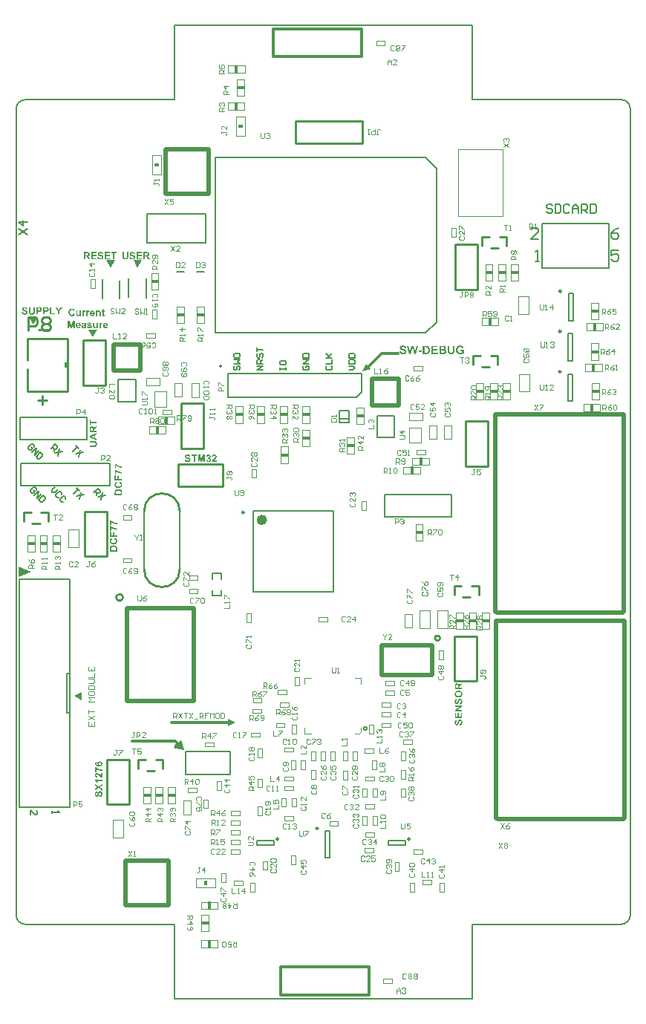
<source format=gto>
G04 Layer_Color=49087*
%FSLAX44Y44*%
%MOMM*%
G71*
G01*
G75*
%ADD12C,0.3048*%
%ADD13C,0.2540*%
%ADD57C,0.5080*%
%ADD58C,0.2000*%
%ADD59C,0.5000*%
%ADD63C,0.1000*%
%ADD102C,0.3000*%
%ADD115C,0.2500*%
%ADD116C,0.6000*%
%ADD117C,0.2032*%
%ADD118C,0.1016*%
%ADD119C,0.0500*%
%ADD120C,0.1700*%
%ADD121C,0.0050*%
%ADD122C,0.1524*%
%ADD123C,0.1270*%
%ADD124C,0.1600*%
%ADD125C,0.1500*%
%ADD126C,0.0900*%
%ADD127R,0.4080X0.8880*%
%ADD128R,0.8880X0.4080*%
%ADD129R,0.3500X0.6000*%
%ADD130R,0.6000X0.3500*%
G36*
X-116365Y701869D02*
X-116257Y701860D01*
X-116131Y701851D01*
X-115978Y701833D01*
X-115806Y701806D01*
X-115626Y701761D01*
X-115437Y701716D01*
X-115238Y701653D01*
X-115031Y701580D01*
X-114824Y701490D01*
X-114616Y701391D01*
X-114409Y701265D01*
X-114219Y701130D01*
X-114030Y700967D01*
X-114021Y700958D01*
X-114003Y700940D01*
X-113976Y700913D01*
X-113940Y700868D01*
X-113886Y700814D01*
X-113832Y700751D01*
X-113778Y700670D01*
X-113705Y700580D01*
X-113642Y700471D01*
X-113570Y700363D01*
X-113498Y700237D01*
X-113426Y700102D01*
X-113363Y699948D01*
X-113291Y699795D01*
X-113228Y699624D01*
X-113173Y699443D01*
X-114832Y699047D01*
Y699056D01*
X-114841Y699074D01*
X-114851Y699110D01*
X-114860Y699155D01*
X-114878Y699209D01*
X-114905Y699272D01*
X-114968Y699416D01*
X-115049Y699579D01*
X-115157Y699750D01*
X-115292Y699912D01*
X-115455Y700066D01*
X-115464Y700074D01*
X-115473Y700084D01*
X-115500Y700102D01*
X-115536Y700129D01*
X-115581Y700156D01*
X-115635Y700183D01*
X-115770Y700255D01*
X-115942Y700327D01*
X-116131Y700381D01*
X-116347Y700426D01*
X-116591Y700444D01*
X-116681D01*
X-116744Y700435D01*
X-116825Y700426D01*
X-116915Y700408D01*
X-117015Y700390D01*
X-117123Y700363D01*
X-117240Y700327D01*
X-117366Y700282D01*
X-117493Y700228D01*
X-117619Y700165D01*
X-117745Y700084D01*
X-117862Y699993D01*
X-117989Y699894D01*
X-118097Y699777D01*
X-118106Y699768D01*
X-118124Y699750D01*
X-118151Y699705D01*
X-118187Y699651D01*
X-118232Y699579D01*
X-118277Y699488D01*
X-118331Y699380D01*
X-118376Y699254D01*
X-118430Y699119D01*
X-118484Y698956D01*
X-118530Y698785D01*
X-118575Y698587D01*
X-118611Y698370D01*
X-118638Y698145D01*
X-118656Y697892D01*
X-118665Y697622D01*
Y697604D01*
Y697550D01*
Y697469D01*
X-118656Y697369D01*
X-118647Y697234D01*
X-118638Y697090D01*
X-118620Y696928D01*
X-118593Y696747D01*
X-118530Y696378D01*
X-118484Y696197D01*
X-118430Y696008D01*
X-118367Y695827D01*
X-118286Y695665D01*
X-118205Y695512D01*
X-118106Y695377D01*
X-118097Y695368D01*
X-118079Y695350D01*
X-118043Y695314D01*
X-118006Y695268D01*
X-117943Y695223D01*
X-117880Y695169D01*
X-117799Y695106D01*
X-117709Y695043D01*
X-117610Y694980D01*
X-117493Y694917D01*
X-117375Y694863D01*
X-117240Y694818D01*
X-117105Y694772D01*
X-116952Y694736D01*
X-116789Y694718D01*
X-116627Y694709D01*
X-116564D01*
X-116519Y694718D01*
X-116456D01*
X-116392Y694736D01*
X-116230Y694763D01*
X-116050Y694818D01*
X-115860Y694890D01*
X-115671Y694998D01*
X-115572Y695061D01*
X-115482Y695133D01*
X-115473Y695142D01*
X-115464Y695151D01*
X-115437Y695178D01*
X-115401Y695214D01*
X-115365Y695259D01*
X-115319Y695314D01*
X-115265Y695386D01*
X-115211Y695458D01*
X-115157Y695548D01*
X-115094Y695647D01*
X-115040Y695755D01*
X-114977Y695882D01*
X-114923Y696008D01*
X-114869Y696152D01*
X-114824Y696314D01*
X-114778Y696477D01*
X-113146Y695972D01*
Y695954D01*
X-113164Y695909D01*
X-113182Y695846D01*
X-113218Y695746D01*
X-113264Y695638D01*
X-113309Y695503D01*
X-113372Y695359D01*
X-113444Y695205D01*
X-113525Y695043D01*
X-113615Y694872D01*
X-113723Y694700D01*
X-113832Y694538D01*
X-113958Y694367D01*
X-114093Y694213D01*
X-114237Y694069D01*
X-114400Y693934D01*
X-114409Y693925D01*
X-114436Y693907D01*
X-114490Y693871D01*
X-114553Y693835D01*
X-114643Y693781D01*
X-114742Y693727D01*
X-114860Y693663D01*
X-115004Y693609D01*
X-115148Y693546D01*
X-115319Y693483D01*
X-115500Y693429D01*
X-115698Y693375D01*
X-115906Y693339D01*
X-116131Y693303D01*
X-116365Y693285D01*
X-116609Y693276D01*
X-116681D01*
X-116771Y693285D01*
X-116888Y693294D01*
X-117024Y693312D01*
X-117186Y693339D01*
X-117375Y693366D01*
X-117574Y693420D01*
X-117781Y693474D01*
X-118006Y693555D01*
X-118232Y693645D01*
X-118457Y693754D01*
X-118683Y693880D01*
X-118908Y694033D01*
X-119125Y694204D01*
X-119332Y694403D01*
X-119341Y694412D01*
X-119377Y694457D01*
X-119431Y694520D01*
X-119494Y694610D01*
X-119576Y694727D01*
X-119666Y694863D01*
X-119765Y695025D01*
X-119864Y695214D01*
X-119963Y695422D01*
X-120062Y695656D01*
X-120153Y695909D01*
X-120234Y696188D01*
X-120297Y696486D01*
X-120351Y696801D01*
X-120387Y697135D01*
X-120396Y697496D01*
Y697505D01*
Y697523D01*
Y697550D01*
Y697586D01*
Y697640D01*
X-120387Y697694D01*
X-120378Y697838D01*
X-120360Y698010D01*
X-120342Y698217D01*
X-120306Y698443D01*
X-120261Y698677D01*
X-120207Y698938D01*
X-120134Y699200D01*
X-120053Y699470D01*
X-119945Y699741D01*
X-119828Y700002D01*
X-119684Y700255D01*
X-119521Y700498D01*
X-119332Y700724D01*
X-119323Y700733D01*
X-119278Y700778D01*
X-119224Y700832D01*
X-119134Y700904D01*
X-119025Y700994D01*
X-118899Y701094D01*
X-118746Y701193D01*
X-118575Y701301D01*
X-118385Y701409D01*
X-118169Y701517D01*
X-117943Y701607D01*
X-117691Y701698D01*
X-117420Y701770D01*
X-117132Y701833D01*
X-116825Y701869D01*
X-116510Y701878D01*
X-116438D01*
X-116365Y701869D01*
D02*
G37*
G36*
X-97168Y699579D02*
X-97114Y699570D01*
X-96979Y699552D01*
X-96817Y699516D01*
X-96636Y699461D01*
X-96447Y699380D01*
X-96257Y699281D01*
X-96753Y697892D01*
X-96771Y697901D01*
X-96826Y697937D01*
X-96898Y697974D01*
X-96997Y698028D01*
X-97114Y698073D01*
X-97240Y698118D01*
X-97367Y698145D01*
X-97502Y698154D01*
X-97556D01*
X-97619Y698145D01*
X-97700Y698127D01*
X-97790Y698109D01*
X-97881Y698073D01*
X-97980Y698028D01*
X-98070Y697965D01*
X-98079Y697956D01*
X-98106Y697928D01*
X-98151Y697883D01*
X-98205Y697811D01*
X-98259Y697721D01*
X-98322Y697604D01*
X-98385Y697469D01*
X-98440Y697297D01*
Y697288D01*
X-98449Y697270D01*
Y697243D01*
X-98458Y697198D01*
X-98467Y697144D01*
X-98476Y697063D01*
X-98494Y696973D01*
X-98503Y696864D01*
X-98512Y696738D01*
X-98530Y696594D01*
X-98539Y696432D01*
X-98548Y696242D01*
X-98557Y696035D01*
Y695809D01*
X-98566Y695557D01*
Y695277D01*
Y693420D01*
X-100162D01*
Y699452D01*
X-98683D01*
Y698587D01*
X-98674Y698596D01*
X-98665Y698614D01*
X-98647Y698641D01*
X-98620Y698686D01*
X-98548Y698794D01*
X-98458Y698920D01*
X-98349Y699056D01*
X-98241Y699182D01*
X-98124Y699299D01*
X-98061Y699353D01*
X-98007Y699389D01*
X-97989Y699398D01*
X-97953Y699416D01*
X-97890Y699452D01*
X-97808Y699488D01*
X-97700Y699525D01*
X-97583Y699561D01*
X-97457Y699579D01*
X-97312Y699588D01*
X-97222D01*
X-97168Y699579D01*
D02*
G37*
G36*
X-153935Y703512D02*
X-153790D01*
X-153628Y703503D01*
X-153285Y703494D01*
X-153123Y703476D01*
X-152961Y703467D01*
X-152808Y703458D01*
X-152672Y703439D01*
X-152555Y703412D01*
X-152456Y703394D01*
X-152447D01*
X-152420Y703385D01*
X-152384Y703376D01*
X-152339Y703358D01*
X-152275Y703331D01*
X-152203Y703304D01*
X-152041Y703223D01*
X-151852Y703115D01*
X-151653Y702971D01*
X-151545Y702880D01*
X-151446Y702790D01*
X-151347Y702691D01*
X-151257Y702574D01*
X-151248Y702565D01*
X-151239Y702547D01*
X-151212Y702511D01*
X-151185Y702466D01*
X-151139Y702403D01*
X-151103Y702321D01*
X-151058Y702240D01*
X-151013Y702141D01*
X-150968Y702024D01*
X-150923Y701907D01*
X-150878Y701771D01*
X-150842Y701627D01*
X-150815Y701474D01*
X-150788Y701311D01*
X-150779Y701131D01*
X-150770Y700951D01*
Y700942D01*
Y700915D01*
Y700879D01*
Y700825D01*
X-150779Y700761D01*
X-150788Y700680D01*
X-150797Y700599D01*
X-150806Y700500D01*
X-150842Y700302D01*
X-150887Y700085D01*
X-150959Y699869D01*
X-151049Y699661D01*
Y699652D01*
X-151058Y699643D01*
X-151076Y699616D01*
X-151103Y699580D01*
X-151157Y699481D01*
X-151239Y699364D01*
X-151347Y699238D01*
X-151464Y699102D01*
X-151608Y698967D01*
X-151762Y698841D01*
X-151771D01*
X-151780Y698832D01*
X-151834Y698796D01*
X-151915Y698742D01*
X-152032Y698679D01*
X-152158Y698615D01*
X-152303Y698552D01*
X-152465Y698498D01*
X-152627Y698453D01*
X-152636D01*
X-152654Y698444D01*
X-152690D01*
X-152735Y698435D01*
X-152799Y698426D01*
X-152880Y698417D01*
X-152970Y698408D01*
X-153069Y698399D01*
X-153186Y698381D01*
X-153322Y698372D01*
X-153466Y698363D01*
X-153619Y698354D01*
X-153790Y698345D01*
X-153971D01*
X-154169Y698336D01*
X-155468D01*
Y695198D01*
X-157145D01*
Y703521D01*
X-154079D01*
X-153935Y703512D01*
D02*
G37*
G36*
X-139913Y696605D02*
X-135738D01*
Y695198D01*
X-141590D01*
Y703449D01*
X-139913D01*
Y696605D01*
D02*
G37*
G36*
X-146180Y703512D02*
X-146036D01*
X-145873Y703503D01*
X-145531Y703494D01*
X-145368Y703476D01*
X-145206Y703467D01*
X-145053Y703458D01*
X-144918Y703439D01*
X-144800Y703412D01*
X-144701Y703394D01*
X-144692D01*
X-144665Y703385D01*
X-144629Y703376D01*
X-144584Y703358D01*
X-144521Y703331D01*
X-144449Y703304D01*
X-144286Y703223D01*
X-144097Y703115D01*
X-143899Y702971D01*
X-143791Y702880D01*
X-143691Y702790D01*
X-143592Y702691D01*
X-143502Y702574D01*
X-143493Y702565D01*
X-143484Y702547D01*
X-143457Y702511D01*
X-143430Y702466D01*
X-143385Y702403D01*
X-143349Y702321D01*
X-143304Y702240D01*
X-143258Y702141D01*
X-143214Y702024D01*
X-143168Y701907D01*
X-143123Y701771D01*
X-143087Y701627D01*
X-143060Y701474D01*
X-143033Y701311D01*
X-143024Y701131D01*
X-143015Y700951D01*
Y700942D01*
Y700915D01*
Y700879D01*
Y700825D01*
X-143024Y700761D01*
X-143033Y700680D01*
X-143042Y700599D01*
X-143051Y700500D01*
X-143087Y700302D01*
X-143132Y700085D01*
X-143204Y699869D01*
X-143295Y699661D01*
Y699652D01*
X-143304Y699643D01*
X-143322Y699616D01*
X-143349Y699580D01*
X-143403Y699481D01*
X-143484Y699364D01*
X-143592Y699238D01*
X-143709Y699102D01*
X-143854Y698967D01*
X-144007Y698841D01*
X-144016D01*
X-144025Y698832D01*
X-144079Y698796D01*
X-144160Y698742D01*
X-144277Y698679D01*
X-144404Y698615D01*
X-144548Y698552D01*
X-144710Y698498D01*
X-144873Y698453D01*
X-144882D01*
X-144900Y698444D01*
X-144936D01*
X-144981Y698435D01*
X-145044Y698426D01*
X-145125Y698417D01*
X-145215Y698408D01*
X-145314Y698399D01*
X-145432Y698381D01*
X-145567Y698372D01*
X-145711Y698363D01*
X-145864Y698354D01*
X-146036Y698345D01*
X-146216D01*
X-146414Y698336D01*
X-147713D01*
Y695198D01*
X-149390D01*
Y703521D01*
X-146324D01*
X-146180Y703512D01*
D02*
G37*
G36*
X-80333Y699452D02*
X-79242D01*
Y698181D01*
X-80333D01*
Y695746D01*
Y695737D01*
Y695710D01*
Y695674D01*
Y695629D01*
Y695575D01*
Y695503D01*
Y695359D01*
X-80324Y695214D01*
Y695070D01*
X-80315Y695007D01*
Y694953D01*
X-80306Y694908D01*
Y694881D01*
Y694872D01*
X-80297Y694863D01*
X-80279Y694809D01*
X-80234Y694745D01*
X-80171Y694682D01*
X-80162D01*
X-80153Y694673D01*
X-80126Y694664D01*
X-80090Y694646D01*
X-80009Y694619D01*
X-79901Y694610D01*
X-79856D01*
X-79811Y694619D01*
X-79738Y694628D01*
X-79648Y694646D01*
X-79531Y694673D01*
X-79405Y694709D01*
X-79260Y694754D01*
X-79116Y693519D01*
X-79125D01*
X-79143Y693510D01*
X-79170Y693501D01*
X-79215Y693483D01*
X-79269Y693465D01*
X-79333Y693447D01*
X-79405Y693420D01*
X-79486Y693402D01*
X-79666Y693357D01*
X-79883Y693321D01*
X-80126Y693294D01*
X-80379Y693285D01*
X-80451D01*
X-80532Y693294D01*
X-80640Y693303D01*
X-80757Y693321D01*
X-80884Y693348D01*
X-81019Y693384D01*
X-81154Y693429D01*
X-81172Y693438D01*
X-81208Y693456D01*
X-81271Y693483D01*
X-81343Y693528D01*
X-81425Y693582D01*
X-81515Y693645D01*
X-81587Y693718D01*
X-81659Y693799D01*
X-81668Y693808D01*
X-81686Y693844D01*
X-81713Y693898D01*
X-81749Y693961D01*
X-81785Y694051D01*
X-81821Y694159D01*
X-81857Y694286D01*
X-81884Y694421D01*
Y694439D01*
X-81893Y694475D01*
Y694511D01*
X-81902Y694556D01*
Y694610D01*
Y694664D01*
X-81911Y694736D01*
Y694818D01*
X-81920Y694908D01*
Y695016D01*
X-81930Y695133D01*
Y695259D01*
Y695395D01*
Y695548D01*
Y698181D01*
X-82660D01*
Y699452D01*
X-81930D01*
Y700652D01*
X-80333Y701589D01*
Y699452D01*
D02*
G37*
G36*
X-93147Y699579D02*
X-93047Y699570D01*
X-92939Y699561D01*
X-92804Y699542D01*
X-92660Y699516D01*
X-92506Y699479D01*
X-92335Y699425D01*
X-92164Y699371D01*
X-91992Y699299D01*
X-91812Y699209D01*
X-91641Y699110D01*
X-91469Y698992D01*
X-91307Y698848D01*
X-91154Y698695D01*
X-91145Y698686D01*
X-91118Y698650D01*
X-91082Y698605D01*
X-91037Y698533D01*
X-90974Y698434D01*
X-90910Y698316D01*
X-90838Y698181D01*
X-90766Y698028D01*
X-90694Y697847D01*
X-90631Y697640D01*
X-90568Y697423D01*
X-90514Y697180D01*
X-90469Y696910D01*
X-90433Y696621D01*
X-90406Y696314D01*
Y695981D01*
X-94400D01*
Y695972D01*
Y695954D01*
Y695909D01*
X-94391Y695864D01*
X-94382Y695800D01*
X-94373Y695728D01*
X-94346Y695575D01*
X-94301Y695395D01*
X-94238Y695205D01*
X-94148Y695025D01*
X-94021Y694863D01*
X-94012D01*
X-94003Y694845D01*
X-93958Y694800D01*
X-93877Y694736D01*
X-93769Y694673D01*
X-93633Y694601D01*
X-93471Y694538D01*
X-93291Y694493D01*
X-93192Y694484D01*
X-93092Y694475D01*
X-93029D01*
X-92966Y694484D01*
X-92876Y694502D01*
X-92777Y694520D01*
X-92678Y694556D01*
X-92570Y694610D01*
X-92470Y694673D01*
X-92461Y694682D01*
X-92425Y694709D01*
X-92380Y694763D01*
X-92326Y694836D01*
X-92254Y694926D01*
X-92191Y695043D01*
X-92128Y695178D01*
X-92074Y695341D01*
X-90487Y695070D01*
Y695061D01*
X-90505Y695034D01*
X-90523Y694989D01*
X-90541Y694926D01*
X-90577Y694854D01*
X-90622Y694772D01*
X-90667Y694673D01*
X-90721Y694574D01*
X-90856Y694358D01*
X-91028Y694141D01*
X-91226Y693925D01*
X-91343Y693826D01*
X-91460Y693736D01*
X-91469Y693727D01*
X-91488Y693718D01*
X-91524Y693690D01*
X-91578Y693663D01*
X-91641Y693627D01*
X-91722Y693591D01*
X-91812Y693555D01*
X-91911Y693510D01*
X-92029Y693465D01*
X-92155Y693429D01*
X-92290Y693393D01*
X-92434Y693357D01*
X-92588Y693330D01*
X-92759Y693303D01*
X-92930Y693294D01*
X-93111Y693285D01*
X-93183D01*
X-93264Y693294D01*
X-93372Y693303D01*
X-93498Y693312D01*
X-93652Y693339D01*
X-93814Y693366D01*
X-93994Y693411D01*
X-94184Y693465D01*
X-94373Y693537D01*
X-94562Y693618D01*
X-94761Y693718D01*
X-94941Y693835D01*
X-95121Y693970D01*
X-95284Y694123D01*
X-95437Y694304D01*
X-95446Y694313D01*
X-95464Y694340D01*
X-95491Y694385D01*
X-95527Y694457D01*
X-95572Y694538D01*
X-95626Y694628D01*
X-95680Y694745D01*
X-95735Y694872D01*
X-95789Y695016D01*
X-95843Y695178D01*
X-95897Y695350D01*
X-95942Y695530D01*
X-95978Y695728D01*
X-96005Y695936D01*
X-96023Y696161D01*
X-96032Y696387D01*
Y696405D01*
Y696450D01*
X-96023Y696531D01*
Y696630D01*
X-96005Y696756D01*
X-95987Y696910D01*
X-95969Y697063D01*
X-95933Y697243D01*
X-95897Y697423D01*
X-95843Y697613D01*
X-95780Y697811D01*
X-95708Y698010D01*
X-95617Y698199D01*
X-95509Y698388D01*
X-95392Y698569D01*
X-95257Y698731D01*
X-95248Y698740D01*
X-95220Y698767D01*
X-95176Y698812D01*
X-95112Y698866D01*
X-95040Y698929D01*
X-94941Y699001D01*
X-94833Y699083D01*
X-94716Y699164D01*
X-94580Y699236D01*
X-94427Y699317D01*
X-94265Y699389D01*
X-94084Y699452D01*
X-93904Y699507D01*
X-93706Y699552D01*
X-93489Y699579D01*
X-93273Y699588D01*
X-93210D01*
X-93147Y699579D01*
D02*
G37*
G36*
X-106275Y693420D02*
X-107754D01*
Y694313D01*
X-107772Y694304D01*
X-107790Y694277D01*
X-107817Y694240D01*
X-107889Y694150D01*
X-107989Y694042D01*
X-108115Y693925D01*
X-108259Y693790D01*
X-108440Y693672D01*
X-108629Y693555D01*
X-108638D01*
X-108656Y693546D01*
X-108683Y693528D01*
X-108719Y693510D01*
X-108773Y693492D01*
X-108827Y693474D01*
X-108972Y693420D01*
X-109134Y693375D01*
X-109332Y693330D01*
X-109539Y693294D01*
X-109756Y693285D01*
X-109855D01*
X-109909Y693294D01*
X-109972Y693303D01*
X-110117Y693321D01*
X-110288Y693348D01*
X-110468Y693393D01*
X-110658Y693456D01*
X-110847Y693546D01*
X-110856D01*
X-110865Y693555D01*
X-110892Y693573D01*
X-110928Y693600D01*
X-111009Y693654D01*
X-111109Y693745D01*
X-111226Y693844D01*
X-111343Y693979D01*
X-111451Y694123D01*
X-111541Y694295D01*
Y694304D01*
X-111550Y694322D01*
X-111559Y694349D01*
X-111577Y694385D01*
X-111586Y694430D01*
X-111604Y694493D01*
X-111622Y694565D01*
X-111641Y694646D01*
X-111667Y694736D01*
X-111686Y694836D01*
X-111704Y694944D01*
X-111713Y695061D01*
X-111731Y695187D01*
X-111740Y695332D01*
X-111749Y695629D01*
Y699452D01*
X-110153D01*
Y696675D01*
Y696657D01*
Y696621D01*
Y696558D01*
Y696477D01*
Y696369D01*
X-110144Y696260D01*
Y696134D01*
Y696008D01*
X-110135Y695737D01*
X-110126Y695602D01*
X-110117Y695485D01*
X-110108Y695368D01*
X-110099Y695268D01*
X-110090Y695178D01*
X-110071Y695115D01*
X-110063Y695106D01*
X-110054Y695070D01*
X-110026Y695016D01*
X-109999Y694953D01*
X-109954Y694881D01*
X-109900Y694809D01*
X-109837Y694736D01*
X-109756Y694664D01*
X-109747Y694655D01*
X-109711Y694637D01*
X-109666Y694610D01*
X-109594Y694583D01*
X-109503Y694556D01*
X-109404Y694529D01*
X-109287Y694511D01*
X-109161Y694502D01*
X-109089D01*
X-109017Y694511D01*
X-108917Y694529D01*
X-108809Y694556D01*
X-108683Y694592D01*
X-108557Y694646D01*
X-108440Y694718D01*
X-108421Y694727D01*
X-108385Y694763D01*
X-108331Y694809D01*
X-108259Y694872D01*
X-108187Y694953D01*
X-108115Y695052D01*
X-108052Y695160D01*
X-107998Y695277D01*
X-107989Y695295D01*
Y695314D01*
X-107980Y695350D01*
X-107971Y695395D01*
X-107962Y695449D01*
X-107943Y695521D01*
X-107935Y695602D01*
X-107926Y695701D01*
X-107907Y695818D01*
X-107898Y695954D01*
X-107889Y696107D01*
X-107880Y696269D01*
Y696459D01*
X-107871Y696666D01*
Y696901D01*
Y699452D01*
X-106275D01*
Y693420D01*
D02*
G37*
G36*
X-101695Y699579D02*
X-101641Y699570D01*
X-101505Y699552D01*
X-101343Y699516D01*
X-101163Y699461D01*
X-100973Y699380D01*
X-100784Y699281D01*
X-101280Y697892D01*
X-101298Y697901D01*
X-101352Y697937D01*
X-101424Y697974D01*
X-101523Y698028D01*
X-101641Y698073D01*
X-101767Y698118D01*
X-101893Y698145D01*
X-102028Y698154D01*
X-102083D01*
X-102146Y698145D01*
X-102227Y698127D01*
X-102317Y698109D01*
X-102407Y698073D01*
X-102506Y698028D01*
X-102596Y697965D01*
X-102605Y697956D01*
X-102633Y697928D01*
X-102678Y697883D01*
X-102732Y697811D01*
X-102786Y697721D01*
X-102849Y697604D01*
X-102912Y697469D01*
X-102966Y697297D01*
Y697288D01*
X-102975Y697270D01*
Y697243D01*
X-102984Y697198D01*
X-102993Y697144D01*
X-103002Y697063D01*
X-103020Y696973D01*
X-103029Y696864D01*
X-103038Y696738D01*
X-103056Y696594D01*
X-103065Y696432D01*
X-103074Y696242D01*
X-103083Y696035D01*
Y695809D01*
X-103092Y695557D01*
Y695277D01*
Y693420D01*
X-104688D01*
Y699452D01*
X-103210D01*
Y698587D01*
X-103201Y698596D01*
X-103192Y698614D01*
X-103174Y698641D01*
X-103146Y698686D01*
X-103074Y698794D01*
X-102984Y698920D01*
X-102876Y699056D01*
X-102768Y699182D01*
X-102650Y699299D01*
X-102587Y699353D01*
X-102533Y699389D01*
X-102515Y699398D01*
X-102479Y699416D01*
X-102416Y699452D01*
X-102335Y699488D01*
X-102227Y699525D01*
X-102109Y699561D01*
X-101983Y699579D01*
X-101839Y699588D01*
X-101749D01*
X-101695Y699579D01*
D02*
G37*
G36*
X-85473D02*
X-85338Y699561D01*
X-85194Y699542D01*
X-85031Y699507D01*
X-84860Y699452D01*
X-84698Y699389D01*
X-84689D01*
X-84680Y699380D01*
X-84626Y699353D01*
X-84544Y699317D01*
X-84454Y699254D01*
X-84346Y699191D01*
X-84238Y699101D01*
X-84130Y699010D01*
X-84039Y698902D01*
X-84030Y698893D01*
X-84003Y698848D01*
X-83967Y698794D01*
X-83913Y698713D01*
X-83859Y698614D01*
X-83814Y698497D01*
X-83760Y698370D01*
X-83724Y698235D01*
Y698217D01*
X-83706Y698163D01*
X-83697Y698082D01*
X-83679Y697965D01*
X-83661Y697811D01*
X-83652Y697631D01*
X-83634Y697414D01*
Y697162D01*
Y693420D01*
X-85230D01*
Y696495D01*
Y696504D01*
Y696540D01*
Y696585D01*
Y696657D01*
Y696729D01*
X-85239Y696819D01*
Y697018D01*
X-85257Y697234D01*
X-85275Y697442D01*
X-85284Y697541D01*
X-85302Y697622D01*
X-85320Y697694D01*
X-85338Y697757D01*
Y697766D01*
X-85356Y697802D01*
X-85383Y697856D01*
X-85419Y697919D01*
X-85464Y697992D01*
X-85518Y698073D01*
X-85590Y698145D01*
X-85672Y698208D01*
X-85681Y698217D01*
X-85708Y698235D01*
X-85762Y698262D01*
X-85825Y698289D01*
X-85906Y698316D01*
X-85996Y698343D01*
X-86095Y698361D01*
X-86213Y698370D01*
X-86285D01*
X-86357Y698361D01*
X-86465Y698343D01*
X-86573Y698316D01*
X-86699Y698271D01*
X-86835Y698217D01*
X-86961Y698136D01*
X-86979Y698127D01*
X-87015Y698091D01*
X-87069Y698046D01*
X-87141Y697974D01*
X-87213Y697892D01*
X-87286Y697784D01*
X-87349Y697667D01*
X-87403Y697532D01*
X-87412Y697514D01*
Y697496D01*
X-87421Y697460D01*
X-87430Y697414D01*
X-87439Y697360D01*
X-87448Y697297D01*
X-87457Y697225D01*
X-87475Y697135D01*
X-87484Y697036D01*
X-87493Y696919D01*
X-87502Y696792D01*
X-87511Y696657D01*
Y696504D01*
X-87520Y696332D01*
Y696152D01*
Y693420D01*
X-89116D01*
Y699452D01*
X-87637D01*
Y698560D01*
X-87628Y698569D01*
X-87601Y698605D01*
X-87556Y698659D01*
X-87493Y698722D01*
X-87421Y698794D01*
X-87322Y698884D01*
X-87222Y698975D01*
X-87096Y699074D01*
X-86961Y699173D01*
X-86808Y699263D01*
X-86645Y699353D01*
X-86474Y699425D01*
X-86285Y699498D01*
X-86086Y699542D01*
X-85879Y699579D01*
X-85662Y699588D01*
X-85572D01*
X-85473Y699579D01*
D02*
G37*
G36*
X-158921Y699138D02*
Y699120D01*
Y699075D01*
Y698994D01*
Y698895D01*
Y698769D01*
X-158930Y698633D01*
Y698480D01*
X-158939Y698309D01*
X-158957Y697966D01*
X-158984Y697615D01*
X-159002Y697443D01*
X-159020Y697290D01*
X-159038Y697146D01*
X-159065Y697019D01*
Y697010D01*
X-159074Y696992D01*
X-159083Y696956D01*
X-159092Y696920D01*
X-159110Y696866D01*
X-159129Y696803D01*
X-159183Y696659D01*
X-159246Y696487D01*
X-159336Y696316D01*
X-159444Y696145D01*
X-159570Y695974D01*
Y695964D01*
X-159588Y695955D01*
X-159633Y695901D01*
X-159715Y695829D01*
X-159823Y695730D01*
X-159967Y695622D01*
X-160129Y695514D01*
X-160328Y695396D01*
X-160544Y695297D01*
X-160553D01*
X-160571Y695288D01*
X-160607Y695270D01*
X-160652Y695261D01*
X-160716Y695243D01*
X-160788Y695216D01*
X-160878Y695198D01*
X-160977Y695171D01*
X-161085Y695144D01*
X-161202Y695126D01*
X-161338Y695108D01*
X-161473Y695081D01*
X-161626Y695072D01*
X-161789Y695054D01*
X-161960Y695045D01*
X-162257D01*
X-162339Y695054D01*
X-162438D01*
X-162546Y695063D01*
X-162672Y695072D01*
X-162807Y695081D01*
X-163105Y695108D01*
X-163403Y695162D01*
X-163691Y695225D01*
X-163826Y695270D01*
X-163944Y695315D01*
X-163953D01*
X-163971Y695324D01*
X-164007Y695342D01*
X-164043Y695369D01*
X-164097Y695396D01*
X-164160Y695423D01*
X-164295Y695514D01*
X-164449Y695613D01*
X-164611Y695730D01*
X-164773Y695874D01*
X-164917Y696028D01*
Y696037D01*
X-164935Y696046D01*
X-164953Y696073D01*
X-164972Y696109D01*
X-165035Y696190D01*
X-165107Y696307D01*
X-165188Y696451D01*
X-165269Y696605D01*
X-165332Y696776D01*
X-165386Y696956D01*
Y696965D01*
X-165395Y696992D01*
X-165404Y697029D01*
X-165413Y697092D01*
X-165422Y697164D01*
X-165440Y697254D01*
X-165449Y697362D01*
X-165467Y697488D01*
X-165485Y697624D01*
X-165494Y697786D01*
X-165513Y697957D01*
X-165522Y698147D01*
X-165530Y698354D01*
X-165539Y698570D01*
X-165549Y698814D01*
Y699066D01*
Y703521D01*
X-163871D01*
Y699003D01*
Y698994D01*
Y698958D01*
Y698904D01*
Y698832D01*
Y698742D01*
Y698643D01*
X-163862Y698534D01*
Y698426D01*
Y698183D01*
X-163844Y697957D01*
Y697849D01*
X-163835Y697759D01*
X-163826Y697678D01*
X-163817Y697606D01*
Y697597D01*
X-163808Y697588D01*
Y697561D01*
X-163790Y697524D01*
X-163763Y697425D01*
X-163709Y697308D01*
X-163646Y697182D01*
X-163556Y697047D01*
X-163439Y696911D01*
X-163303Y696785D01*
X-163294D01*
X-163285Y696776D01*
X-163258Y696758D01*
X-163231Y696740D01*
X-163141Y696686D01*
X-163015Y696632D01*
X-162852Y696578D01*
X-162663Y696524D01*
X-162447Y696487D01*
X-162194Y696478D01*
X-162122D01*
X-162077Y696487D01*
X-162014D01*
X-161951Y696496D01*
X-161789Y696515D01*
X-161617Y696551D01*
X-161437Y696605D01*
X-161266Y696668D01*
X-161112Y696767D01*
X-161094Y696776D01*
X-161058Y696821D01*
X-160995Y696884D01*
X-160923Y696965D01*
X-160851Y697065D01*
X-160779Y697191D01*
X-160716Y697326D01*
X-160679Y697479D01*
Y697488D01*
Y697497D01*
X-160670Y697524D01*
Y697561D01*
X-160661Y697615D01*
X-160652Y697669D01*
X-160643Y697741D01*
X-160634Y697822D01*
Y697912D01*
X-160625Y698020D01*
X-160616Y698138D01*
X-160607Y698264D01*
Y698408D01*
X-160598Y698561D01*
Y698724D01*
Y698904D01*
Y703521D01*
X-158921D01*
Y699138D01*
D02*
G37*
G36*
X15545Y535499D02*
X15680Y535490D01*
X15824Y535472D01*
X15996Y535454D01*
X16176Y535418D01*
X16356Y535382D01*
X16555Y535337D01*
X16753Y535283D01*
X16942Y535219D01*
X17132Y535138D01*
X17321Y535039D01*
X17493Y534940D01*
X17646Y534814D01*
X17655Y534805D01*
X17682Y534787D01*
X17718Y534742D01*
X17772Y534687D01*
X17835Y534624D01*
X17898Y534534D01*
X17970Y534435D01*
X18052Y534327D01*
X18124Y534201D01*
X18196Y534065D01*
X18268Y533912D01*
X18331Y533750D01*
X18394Y533578D01*
X18439Y533389D01*
X18466Y533191D01*
X18484Y532983D01*
X16807Y532920D01*
Y532929D01*
X16798Y532947D01*
Y532983D01*
X16789Y533019D01*
X16771Y533073D01*
X16753Y533136D01*
X16708Y533272D01*
X16645Y533416D01*
X16564Y533569D01*
X16465Y533714D01*
X16338Y533831D01*
X16320Y533840D01*
X16275Y533876D01*
X16194Y533921D01*
X16077Y533975D01*
X15924Y534029D01*
X15743Y534074D01*
X15527Y534110D01*
X15274Y534119D01*
X15157D01*
X15094Y534110D01*
X15022Y534101D01*
X14850Y534083D01*
X14670Y534047D01*
X14472Y533993D01*
X14291Y533912D01*
X14120Y533813D01*
X14111Y533804D01*
X14084Y533777D01*
X14039Y533732D01*
X13994Y533677D01*
X13940Y533605D01*
X13904Y533515D01*
X13868Y533416D01*
X13859Y533299D01*
Y533290D01*
Y533254D01*
X13868Y533191D01*
X13886Y533128D01*
X13922Y533046D01*
X13958Y532956D01*
X14021Y532875D01*
X14102Y532794D01*
X14120Y532785D01*
X14138Y532767D01*
X14174Y532749D01*
X14210Y532722D01*
X14264Y532695D01*
X14337Y532659D01*
X14418Y532622D01*
X14508Y532586D01*
X14616Y532541D01*
X14742Y532496D01*
X14887Y532451D01*
X15049Y532397D01*
X15229Y532343D01*
X15428Y532289D01*
X15644Y532235D01*
X15662D01*
X15698Y532226D01*
X15761Y532208D01*
X15842Y532190D01*
X15951Y532163D01*
X16059Y532127D01*
X16194Y532090D01*
X16329Y532054D01*
X16627Y531964D01*
X16924Y531865D01*
X17069Y531811D01*
X17213Y531757D01*
X17339Y531694D01*
X17456Y531640D01*
X17465D01*
X17484Y531622D01*
X17510Y531604D01*
X17556Y531586D01*
X17664Y531513D01*
X17799Y531423D01*
X17943Y531297D01*
X18097Y531153D01*
X18250Y530981D01*
X18385Y530792D01*
Y530783D01*
X18403Y530765D01*
X18412Y530738D01*
X18439Y530693D01*
X18466Y530639D01*
X18493Y530576D01*
X18520Y530504D01*
X18556Y530422D01*
X18584Y530332D01*
X18611Y530233D01*
X18665Y530008D01*
X18701Y529746D01*
X18719Y529467D01*
Y529458D01*
Y529440D01*
Y529394D01*
X18710Y529349D01*
Y529286D01*
X18701Y529205D01*
X18683Y529124D01*
X18665Y529034D01*
X18620Y528826D01*
X18548Y528601D01*
X18448Y528367D01*
X18385Y528240D01*
X18313Y528123D01*
Y528114D01*
X18295Y528096D01*
X18268Y528060D01*
X18241Y528024D01*
X18196Y527970D01*
X18151Y527907D01*
X18024Y527771D01*
X17862Y527627D01*
X17673Y527465D01*
X17447Y527321D01*
X17186Y527194D01*
X17177D01*
X17150Y527185D01*
X17114Y527167D01*
X17060Y527149D01*
X16988Y527122D01*
X16897Y527104D01*
X16798Y527077D01*
X16690Y527050D01*
X16564Y527014D01*
X16429Y526987D01*
X16275Y526969D01*
X16113Y526942D01*
X15951Y526924D01*
X15761Y526906D01*
X15572Y526897D01*
X15301D01*
X15220Y526906D01*
X15112D01*
X14986Y526915D01*
X14833Y526933D01*
X14661Y526960D01*
X14481Y526987D01*
X14282Y527023D01*
X14084Y527077D01*
X13886Y527131D01*
X13687Y527203D01*
X13489Y527284D01*
X13300Y527384D01*
X13119Y527492D01*
X12948Y527618D01*
X12939Y527627D01*
X12912Y527654D01*
X12867Y527699D01*
X12813Y527753D01*
X12750Y527835D01*
X12668Y527925D01*
X12587Y528033D01*
X12506Y528159D01*
X12416Y528303D01*
X12326Y528457D01*
X12245Y528637D01*
X12163Y528826D01*
X12091Y529034D01*
X12028Y529250D01*
X11974Y529494D01*
X11938Y529746D01*
X13570Y529908D01*
Y529899D01*
X13579Y529872D01*
X13588Y529827D01*
X13597Y529773D01*
X13615Y529701D01*
X13642Y529629D01*
X13696Y529449D01*
X13778Y529250D01*
X13886Y529043D01*
X14012Y528853D01*
X14084Y528772D01*
X14165Y528691D01*
X14174D01*
X14183Y528673D01*
X14210Y528655D01*
X14246Y528628D01*
X14291Y528601D01*
X14355Y528574D01*
X14418Y528538D01*
X14490Y528502D01*
X14670Y528430D01*
X14878Y528376D01*
X15121Y528330D01*
X15391Y528312D01*
X15473D01*
X15527Y528321D01*
X15599D01*
X15671Y528330D01*
X15851Y528358D01*
X16050Y528394D01*
X16257Y528457D01*
X16456Y528538D01*
X16546Y528592D01*
X16627Y528655D01*
X16636D01*
X16645Y528673D01*
X16690Y528718D01*
X16762Y528790D01*
X16834Y528881D01*
X16906Y528998D01*
X16978Y529142D01*
X17024Y529295D01*
X17042Y529376D01*
Y529458D01*
Y529467D01*
Y529512D01*
X17033Y529566D01*
X17024Y529629D01*
X16997Y529710D01*
X16969Y529800D01*
X16924Y529881D01*
X16861Y529963D01*
X16852Y529972D01*
X16825Y529999D01*
X16780Y530035D01*
X16726Y530089D01*
X16636Y530143D01*
X16537Y530206D01*
X16410Y530260D01*
X16257Y530323D01*
X16239Y530332D01*
X16221D01*
X16194Y530341D01*
X16158Y530350D01*
X16104Y530368D01*
X16050Y530386D01*
X15978Y530404D01*
X15897Y530431D01*
X15797Y530458D01*
X15689Y530485D01*
X15563Y530522D01*
X15428Y530558D01*
X15274Y530594D01*
X15103Y530639D01*
X14914Y530684D01*
X14896D01*
X14850Y530702D01*
X14787Y530720D01*
X14697Y530747D01*
X14580Y530774D01*
X14454Y530819D01*
X14318Y530864D01*
X14174Y530909D01*
X13859Y531035D01*
X13543Y531171D01*
X13399Y531252D01*
X13254Y531333D01*
X13128Y531414D01*
X13020Y531504D01*
X13011Y531513D01*
X12984Y531540D01*
X12948Y531576D01*
X12903Y531631D01*
X12840Y531694D01*
X12777Y531775D01*
X12704Y531865D01*
X12641Y531973D01*
X12569Y532090D01*
X12497Y532217D01*
X12434Y532361D01*
X12371Y532505D01*
X12326Y532659D01*
X12290Y532830D01*
X12263Y533001D01*
X12254Y533182D01*
Y533191D01*
Y533209D01*
Y533245D01*
X12263Y533290D01*
Y533344D01*
X12272Y533416D01*
X12299Y533569D01*
X12344Y533750D01*
X12407Y533957D01*
X12497Y534164D01*
X12614Y534372D01*
Y534381D01*
X12632Y534399D01*
X12650Y534426D01*
X12677Y534462D01*
X12768Y534561D01*
X12876Y534687D01*
X13029Y534823D01*
X13200Y534958D01*
X13417Y535093D01*
X13651Y535210D01*
X13660D01*
X13678Y535219D01*
X13723Y535237D01*
X13769Y535256D01*
X13841Y535283D01*
X13913Y535301D01*
X14003Y535328D01*
X14111Y535364D01*
X14228Y535391D01*
X14346Y535418D01*
X14481Y535436D01*
X14625Y535463D01*
X14787Y535481D01*
X14941Y535499D01*
X15292Y535508D01*
X15446D01*
X15545Y535499D01*
D02*
G37*
G36*
X35229Y527050D02*
X33678D01*
X33669Y533596D01*
X32028Y527050D01*
X30405D01*
X28764Y533596D01*
Y527050D01*
X27213D01*
Y535373D01*
X29729D01*
X31225Y529692D01*
X32704Y535373D01*
X35229D01*
Y527050D01*
D02*
G37*
G36*
X-36674Y764916D02*
X-41164D01*
Y763077D01*
X-36990D01*
Y761670D01*
X-41164D01*
Y759407D01*
X-36512D01*
Y758000D01*
X-42842D01*
Y766323D01*
X-36674D01*
Y764916D01*
D02*
G37*
G36*
X-52372Y761940D02*
Y761922D01*
Y761877D01*
Y761796D01*
Y761697D01*
Y761571D01*
X-52382Y761435D01*
Y761282D01*
X-52390Y761111D01*
X-52409Y760768D01*
X-52436Y760417D01*
X-52454Y760245D01*
X-52472Y760092D01*
X-52490Y759948D01*
X-52517Y759821D01*
Y759812D01*
X-52526Y759794D01*
X-52535Y759758D01*
X-52544Y759722D01*
X-52562Y759668D01*
X-52580Y759605D01*
X-52634Y759461D01*
X-52697Y759289D01*
X-52787Y759118D01*
X-52895Y758947D01*
X-53022Y758775D01*
Y758766D01*
X-53040Y758757D01*
X-53085Y758703D01*
X-53166Y758631D01*
X-53274Y758532D01*
X-53418Y758424D01*
X-53581Y758316D01*
X-53779Y758198D01*
X-53996Y758099D01*
X-54005D01*
X-54023Y758090D01*
X-54059Y758072D01*
X-54104Y758063D01*
X-54167Y758045D01*
X-54239Y758018D01*
X-54329Y758000D01*
X-54428Y757973D01*
X-54537Y757946D01*
X-54654Y757928D01*
X-54789Y757910D01*
X-54924Y757883D01*
X-55078Y757874D01*
X-55240Y757856D01*
X-55411Y757847D01*
X-55709D01*
X-55790Y757856D01*
X-55889D01*
X-55997Y757865D01*
X-56124Y757874D01*
X-56259Y757883D01*
X-56556Y757910D01*
X-56854Y757964D01*
X-57143Y758027D01*
X-57278Y758072D01*
X-57395Y758117D01*
X-57404D01*
X-57422Y758126D01*
X-57458Y758144D01*
X-57494Y758171D01*
X-57548Y758198D01*
X-57611Y758225D01*
X-57747Y758316D01*
X-57900Y758415D01*
X-58062Y758532D01*
X-58225Y758676D01*
X-58369Y758830D01*
Y758839D01*
X-58387Y758848D01*
X-58405Y758875D01*
X-58423Y758911D01*
X-58486Y758992D01*
X-58558Y759109D01*
X-58639Y759253D01*
X-58720Y759407D01*
X-58784Y759578D01*
X-58838Y759758D01*
Y759767D01*
X-58847Y759794D01*
X-58856Y759830D01*
X-58865Y759894D01*
X-58874Y759966D01*
X-58892Y760056D01*
X-58901Y760164D01*
X-58919Y760290D01*
X-58937Y760426D01*
X-58946Y760588D01*
X-58964Y760759D01*
X-58973Y760949D01*
X-58982Y761156D01*
X-58991Y761372D01*
X-59000Y761616D01*
Y761868D01*
Y766323D01*
X-57323D01*
Y761805D01*
Y761796D01*
Y761760D01*
Y761706D01*
Y761634D01*
Y761544D01*
Y761444D01*
X-57314Y761336D01*
Y761228D01*
Y760985D01*
X-57296Y760759D01*
Y760651D01*
X-57287Y760561D01*
X-57278Y760480D01*
X-57269Y760407D01*
Y760398D01*
X-57260Y760389D01*
Y760362D01*
X-57242Y760326D01*
X-57215Y760227D01*
X-57161Y760110D01*
X-57097Y759984D01*
X-57007Y759848D01*
X-56890Y759713D01*
X-56755Y759587D01*
X-56746D01*
X-56737Y759578D01*
X-56710Y759560D01*
X-56683Y759542D01*
X-56592Y759488D01*
X-56466Y759434D01*
X-56304Y759380D01*
X-56115Y759325D01*
X-55898Y759289D01*
X-55646Y759280D01*
X-55574D01*
X-55528Y759289D01*
X-55465D01*
X-55402Y759298D01*
X-55240Y759316D01*
X-55069Y759353D01*
X-54888Y759407D01*
X-54717Y759470D01*
X-54564Y759569D01*
X-54546Y759578D01*
X-54510Y759623D01*
X-54446Y759686D01*
X-54374Y759767D01*
X-54302Y759866D01*
X-54230Y759993D01*
X-54167Y760128D01*
X-54131Y760281D01*
Y760290D01*
Y760299D01*
X-54122Y760326D01*
Y760362D01*
X-54113Y760417D01*
X-54104Y760471D01*
X-54095Y760543D01*
X-54086Y760624D01*
Y760714D01*
X-54077Y760822D01*
X-54068Y760939D01*
X-54059Y761066D01*
Y761210D01*
X-54050Y761363D01*
Y761526D01*
Y761706D01*
Y766323D01*
X-52372D01*
Y761940D01*
D02*
G37*
G36*
X-31228Y766314D02*
X-31101D01*
X-30957Y766305D01*
X-30813Y766296D01*
X-30488Y766269D01*
X-30173Y766224D01*
X-30019Y766206D01*
X-29866Y766169D01*
X-29731Y766133D01*
X-29614Y766097D01*
X-29605D01*
X-29587Y766088D01*
X-29560Y766070D01*
X-29514Y766052D01*
X-29460Y766025D01*
X-29406Y765998D01*
X-29262Y765917D01*
X-29109Y765800D01*
X-28955Y765665D01*
X-28793Y765493D01*
X-28649Y765295D01*
Y765286D01*
X-28631Y765268D01*
X-28613Y765241D01*
X-28595Y765196D01*
X-28559Y765142D01*
X-28532Y765078D01*
X-28496Y764997D01*
X-28459Y764916D01*
X-28396Y764727D01*
X-28333Y764501D01*
X-28297Y764258D01*
X-28279Y763987D01*
Y763978D01*
Y763942D01*
Y763897D01*
X-28288Y763834D01*
X-28297Y763753D01*
X-28306Y763663D01*
X-28324Y763555D01*
X-28351Y763446D01*
X-28414Y763194D01*
X-28459Y763068D01*
X-28514Y762941D01*
X-28577Y762806D01*
X-28649Y762680D01*
X-28730Y762554D01*
X-28829Y762436D01*
X-28838Y762427D01*
X-28856Y762409D01*
X-28883Y762382D01*
X-28928Y762337D01*
X-28991Y762292D01*
X-29064Y762238D01*
X-29145Y762175D01*
X-29244Y762112D01*
X-29352Y762040D01*
X-29469Y761976D01*
X-29605Y761913D01*
X-29758Y761850D01*
X-29920Y761796D01*
X-30092Y761742D01*
X-30281Y761697D01*
X-30479Y761661D01*
X-30470D01*
X-30452Y761643D01*
X-30425Y761634D01*
X-30389Y761607D01*
X-30290Y761544D01*
X-30164Y761453D01*
X-30019Y761354D01*
X-29866Y761237D01*
X-29713Y761102D01*
X-29578Y760967D01*
X-29560Y760949D01*
X-29541Y760921D01*
X-29514Y760894D01*
X-29478Y760849D01*
X-29433Y760795D01*
X-29379Y760732D01*
X-29325Y760660D01*
X-29262Y760570D01*
X-29190Y760471D01*
X-29109Y760362D01*
X-29028Y760236D01*
X-28937Y760101D01*
X-28838Y759948D01*
X-28730Y759794D01*
X-28622Y759614D01*
X-27603Y758000D01*
X-29614D01*
X-30831Y759812D01*
X-30840Y759821D01*
X-30858Y759857D01*
X-30894Y759903D01*
X-30939Y759966D01*
X-30984Y760047D01*
X-31047Y760128D01*
X-31183Y760326D01*
X-31336Y760534D01*
X-31480Y760732D01*
X-31552Y760822D01*
X-31615Y760903D01*
X-31669Y760976D01*
X-31724Y761030D01*
X-31733Y761039D01*
X-31760Y761075D01*
X-31814Y761111D01*
X-31877Y761165D01*
X-31949Y761228D01*
X-32039Y761282D01*
X-32129Y761336D01*
X-32229Y761372D01*
X-32238Y761381D01*
X-32283Y761390D01*
X-32346Y761408D01*
X-32436Y761426D01*
X-32553Y761444D01*
X-32697Y761453D01*
X-32869Y761472D01*
X-33410D01*
Y758000D01*
X-35087D01*
Y766323D01*
X-31336D01*
X-31228Y766314D01*
D02*
G37*
G36*
X-170129Y703647D02*
X-169994Y703638D01*
X-169850Y703620D01*
X-169678Y703602D01*
X-169498Y703566D01*
X-169318Y703530D01*
X-169119Y703485D01*
X-168921Y703430D01*
X-168732Y703367D01*
X-168542Y703286D01*
X-168353Y703187D01*
X-168181Y703088D01*
X-168028Y702962D01*
X-168019Y702953D01*
X-167992Y702935D01*
X-167956Y702889D01*
X-167902Y702835D01*
X-167839Y702772D01*
X-167776Y702682D01*
X-167704Y702583D01*
X-167623Y702475D01*
X-167550Y702348D01*
X-167478Y702213D01*
X-167406Y702060D01*
X-167343Y701898D01*
X-167280Y701726D01*
X-167235Y701537D01*
X-167208Y701339D01*
X-167190Y701131D01*
X-168867Y701068D01*
Y701077D01*
X-168876Y701095D01*
Y701131D01*
X-168885Y701167D01*
X-168903Y701221D01*
X-168921Y701284D01*
X-168966Y701420D01*
X-169029Y701564D01*
X-169110Y701717D01*
X-169209Y701862D01*
X-169336Y701979D01*
X-169354Y701988D01*
X-169399Y702024D01*
X-169480Y702069D01*
X-169597Y702123D01*
X-169750Y702177D01*
X-169931Y702222D01*
X-170147Y702258D01*
X-170400Y702267D01*
X-170517D01*
X-170580Y702258D01*
X-170652Y702249D01*
X-170823Y702231D01*
X-171004Y702195D01*
X-171202Y702141D01*
X-171383Y702060D01*
X-171554Y701961D01*
X-171563Y701952D01*
X-171590Y701925D01*
X-171635Y701880D01*
X-171680Y701825D01*
X-171734Y701753D01*
X-171770Y701663D01*
X-171806Y701564D01*
X-171815Y701447D01*
Y701438D01*
Y701402D01*
X-171806Y701339D01*
X-171788Y701275D01*
X-171752Y701194D01*
X-171716Y701104D01*
X-171653Y701023D01*
X-171572Y700942D01*
X-171554Y700933D01*
X-171536Y700915D01*
X-171500Y700897D01*
X-171464Y700870D01*
X-171410Y700843D01*
X-171338Y700807D01*
X-171256Y700770D01*
X-171166Y700734D01*
X-171058Y700689D01*
X-170932Y700644D01*
X-170787Y700599D01*
X-170625Y700545D01*
X-170445Y700491D01*
X-170246Y700437D01*
X-170030Y700383D01*
X-170012D01*
X-169976Y700374D01*
X-169913Y700356D01*
X-169832Y700338D01*
X-169723Y700311D01*
X-169615Y700275D01*
X-169480Y700238D01*
X-169345Y700202D01*
X-169047Y700112D01*
X-168750Y700013D01*
X-168605Y699959D01*
X-168461Y699905D01*
X-168335Y699842D01*
X-168218Y699788D01*
X-168209D01*
X-168190Y699770D01*
X-168164Y699752D01*
X-168118Y699734D01*
X-168010Y699661D01*
X-167875Y699571D01*
X-167731Y699445D01*
X-167577Y699301D01*
X-167424Y699129D01*
X-167289Y698940D01*
Y698931D01*
X-167271Y698913D01*
X-167262Y698886D01*
X-167235Y698841D01*
X-167208Y698787D01*
X-167181Y698724D01*
X-167154Y698652D01*
X-167118Y698570D01*
X-167090Y698480D01*
X-167063Y698381D01*
X-167009Y698156D01*
X-166973Y697894D01*
X-166955Y697615D01*
Y697606D01*
Y697588D01*
Y697542D01*
X-166964Y697497D01*
Y697434D01*
X-166973Y697353D01*
X-166991Y697272D01*
X-167009Y697182D01*
X-167054Y696974D01*
X-167127Y696749D01*
X-167226Y696515D01*
X-167289Y696388D01*
X-167361Y696271D01*
Y696262D01*
X-167379Y696244D01*
X-167406Y696208D01*
X-167433Y696172D01*
X-167478Y696118D01*
X-167523Y696055D01*
X-167649Y695919D01*
X-167812Y695775D01*
X-168001Y695613D01*
X-168227Y695469D01*
X-168488Y695342D01*
X-168497D01*
X-168524Y695333D01*
X-168560Y695315D01*
X-168614Y695297D01*
X-168687Y695270D01*
X-168777Y695252D01*
X-168876Y695225D01*
X-168984Y695198D01*
X-169110Y695162D01*
X-169245Y695135D01*
X-169399Y695117D01*
X-169561Y695090D01*
X-169723Y695072D01*
X-169913Y695054D01*
X-170102Y695045D01*
X-170373D01*
X-170454Y695054D01*
X-170562D01*
X-170688Y695063D01*
X-170842Y695081D01*
X-171013Y695108D01*
X-171193Y695135D01*
X-171392Y695171D01*
X-171590Y695225D01*
X-171788Y695279D01*
X-171987Y695351D01*
X-172185Y695432D01*
X-172374Y695532D01*
X-172555Y695640D01*
X-172726Y695766D01*
X-172735Y695775D01*
X-172762Y695802D01*
X-172807Y695847D01*
X-172861Y695901D01*
X-172924Y695983D01*
X-173006Y696073D01*
X-173087Y696181D01*
X-173168Y696307D01*
X-173258Y696451D01*
X-173348Y696605D01*
X-173429Y696785D01*
X-173511Y696974D01*
X-173583Y697182D01*
X-173646Y697398D01*
X-173700Y697642D01*
X-173736Y697894D01*
X-172104Y698056D01*
Y698047D01*
X-172095Y698020D01*
X-172086Y697975D01*
X-172077Y697921D01*
X-172059Y697849D01*
X-172032Y697777D01*
X-171978Y697597D01*
X-171896Y697398D01*
X-171788Y697191D01*
X-171662Y697001D01*
X-171590Y696920D01*
X-171509Y696839D01*
X-171500D01*
X-171491Y696821D01*
X-171464Y696803D01*
X-171428Y696776D01*
X-171383Y696749D01*
X-171319Y696722D01*
X-171256Y696686D01*
X-171184Y696650D01*
X-171004Y696578D01*
X-170797Y696524D01*
X-170553Y696478D01*
X-170282Y696460D01*
X-170201D01*
X-170147Y696469D01*
X-170075D01*
X-170003Y696478D01*
X-169823Y696506D01*
X-169624Y696542D01*
X-169417Y696605D01*
X-169219Y696686D01*
X-169128Y696740D01*
X-169047Y696803D01*
X-169038D01*
X-169029Y696821D01*
X-168984Y696866D01*
X-168912Y696938D01*
X-168840Y697029D01*
X-168768Y697146D01*
X-168696Y697290D01*
X-168650Y697443D01*
X-168632Y697524D01*
Y697606D01*
Y697615D01*
Y697660D01*
X-168641Y697714D01*
X-168650Y697777D01*
X-168678Y697858D01*
X-168704Y697948D01*
X-168750Y698029D01*
X-168813Y698111D01*
X-168822Y698120D01*
X-168849Y698147D01*
X-168894Y698183D01*
X-168948Y698237D01*
X-169038Y698291D01*
X-169137Y698354D01*
X-169264Y698408D01*
X-169417Y698471D01*
X-169435Y698480D01*
X-169453D01*
X-169480Y698489D01*
X-169516Y698498D01*
X-169570Y698516D01*
X-169624Y698534D01*
X-169696Y698552D01*
X-169778Y698579D01*
X-169877Y698606D01*
X-169985Y698633D01*
X-170111Y698670D01*
X-170246Y698706D01*
X-170400Y698742D01*
X-170571Y698787D01*
X-170760Y698832D01*
X-170778D01*
X-170823Y698850D01*
X-170887Y698868D01*
X-170977Y698895D01*
X-171094Y698922D01*
X-171220Y698967D01*
X-171355Y699012D01*
X-171500Y699057D01*
X-171815Y699184D01*
X-172131Y699319D01*
X-172275Y699400D01*
X-172419Y699481D01*
X-172546Y699562D01*
X-172654Y699652D01*
X-172663Y699661D01*
X-172690Y699688D01*
X-172726Y699725D01*
X-172771Y699779D01*
X-172834Y699842D01*
X-172897Y699923D01*
X-172970Y700013D01*
X-173033Y700121D01*
X-173105Y700238D01*
X-173177Y700365D01*
X-173240Y700509D01*
X-173303Y700653D01*
X-173348Y700807D01*
X-173384Y700978D01*
X-173411Y701149D01*
X-173420Y701330D01*
Y701339D01*
Y701357D01*
Y701393D01*
X-173411Y701438D01*
Y701492D01*
X-173402Y701564D01*
X-173375Y701717D01*
X-173330Y701898D01*
X-173267Y702105D01*
X-173177Y702312D01*
X-173060Y702520D01*
Y702529D01*
X-173042Y702547D01*
X-173024Y702574D01*
X-172997Y702610D01*
X-172906Y702709D01*
X-172798Y702835D01*
X-172645Y702971D01*
X-172474Y703106D01*
X-172257Y703241D01*
X-172023Y703358D01*
X-172014D01*
X-171996Y703367D01*
X-171951Y703385D01*
X-171905Y703403D01*
X-171833Y703430D01*
X-171761Y703449D01*
X-171671Y703476D01*
X-171563Y703512D01*
X-171446Y703539D01*
X-171329Y703566D01*
X-171193Y703584D01*
X-171049Y703611D01*
X-170887Y703629D01*
X-170733Y703647D01*
X-170382Y703656D01*
X-170228D01*
X-170129Y703647D01*
D02*
G37*
G36*
X-130680Y698688D02*
Y695198D01*
X-132357D01*
Y698697D01*
X-135396Y703521D01*
X-133421D01*
X-131473Y700229D01*
X-129571Y703521D01*
X-127641D01*
X-130680Y698688D01*
D02*
G37*
G36*
X26149Y533966D02*
X23696D01*
Y527050D01*
X22019D01*
Y533966D01*
X19548D01*
Y535373D01*
X26149D01*
Y533966D01*
D02*
G37*
G36*
X39305Y535391D02*
X39386D01*
X39485Y535373D01*
X39602Y535364D01*
X39728Y535337D01*
X39864Y535310D01*
X40017Y535265D01*
X40170Y535219D01*
X40324Y535156D01*
X40477Y535084D01*
X40639Y534994D01*
X40792Y534895D01*
X40937Y534778D01*
X41072Y534642D01*
X41081Y534633D01*
X41099Y534615D01*
X41126Y534579D01*
X41162Y534534D01*
X41207Y534480D01*
X41261Y534408D01*
X41315Y534327D01*
X41370Y534236D01*
X41478Y534038D01*
X41577Y533804D01*
X41613Y533677D01*
X41640Y533542D01*
X41658Y533407D01*
X41667Y533263D01*
Y533254D01*
Y533218D01*
X41658Y533154D01*
X41649Y533082D01*
X41631Y532992D01*
X41604Y532884D01*
X41568Y532758D01*
X41514Y532631D01*
X41451Y532496D01*
X41378Y532352D01*
X41279Y532208D01*
X41162Y532063D01*
X41027Y531919D01*
X40865Y531775D01*
X40675Y531640D01*
X40468Y531513D01*
X40477D01*
X40504Y531504D01*
X40540Y531495D01*
X40585Y531477D01*
X40648Y531459D01*
X40720Y531432D01*
X40874Y531369D01*
X41063Y531279D01*
X41252Y531153D01*
X41433Y531008D01*
X41523Y530918D01*
X41604Y530819D01*
X41613Y530810D01*
X41622Y530792D01*
X41640Y530765D01*
X41676Y530729D01*
X41703Y530675D01*
X41739Y530612D01*
X41784Y530540D01*
X41820Y530458D01*
X41901Y530269D01*
X41974Y530053D01*
X42019Y529800D01*
X42028Y529665D01*
X42037Y529530D01*
Y529521D01*
Y529485D01*
X42028Y529422D01*
Y529349D01*
X42010Y529250D01*
X41992Y529142D01*
X41974Y529025D01*
X41938Y528890D01*
X41892Y528745D01*
X41838Y528592D01*
X41775Y528439D01*
X41694Y528285D01*
X41604Y528123D01*
X41496Y527970D01*
X41378Y527816D01*
X41234Y527663D01*
X41225Y527654D01*
X41198Y527627D01*
X41153Y527591D01*
X41090Y527546D01*
X41009Y527483D01*
X40919Y527420D01*
X40810Y527348D01*
X40684Y527284D01*
X40549Y527212D01*
X40396Y527140D01*
X40224Y527077D01*
X40053Y527014D01*
X39864Y526969D01*
X39665Y526933D01*
X39449Y526906D01*
X39232Y526897D01*
X39178D01*
X39124Y526906D01*
X39043D01*
X38953Y526915D01*
X38836Y526933D01*
X38709Y526951D01*
X38574Y526978D01*
X38430Y527014D01*
X38277Y527059D01*
X38123Y527104D01*
X37970Y527167D01*
X37808Y527248D01*
X37655Y527329D01*
X37501Y527429D01*
X37357Y527546D01*
X37348Y527555D01*
X37321Y527573D01*
X37285Y527609D01*
X37240Y527663D01*
X37186Y527726D01*
X37113Y527807D01*
X37050Y527898D01*
X36969Y528006D01*
X36897Y528123D01*
X36825Y528249D01*
X36753Y528385D01*
X36681Y528538D01*
X36627Y528700D01*
X36572Y528871D01*
X36527Y529061D01*
X36500Y529250D01*
X38042Y529440D01*
Y529431D01*
Y529412D01*
X38051Y529385D01*
X38060Y529340D01*
X38078Y529232D01*
X38123Y529106D01*
X38168Y528953D01*
X38241Y528808D01*
X38331Y528655D01*
X38439Y528529D01*
X38457Y528520D01*
X38493Y528484D01*
X38565Y528430D01*
X38655Y528376D01*
X38773Y528321D01*
X38908Y528267D01*
X39061Y528231D01*
X39223Y528222D01*
X39269D01*
X39305Y528231D01*
X39395Y528240D01*
X39512Y528267D01*
X39647Y528312D01*
X39783Y528376D01*
X39927Y528466D01*
X40062Y528592D01*
X40080Y528610D01*
X40116Y528664D01*
X40170Y528745D01*
X40233Y528862D01*
X40297Y529007D01*
X40351Y529178D01*
X40387Y529376D01*
X40405Y529602D01*
Y529611D01*
Y529629D01*
Y529656D01*
X40396Y529701D01*
Y529755D01*
X40387Y529809D01*
X40369Y529944D01*
X40324Y530098D01*
X40269Y530260D01*
X40188Y530413D01*
X40080Y530558D01*
X40062Y530576D01*
X40026Y530612D01*
X39954Y530675D01*
X39864Y530738D01*
X39746Y530801D01*
X39611Y530864D01*
X39458Y530900D01*
X39287Y530918D01*
X39232D01*
X39169Y530909D01*
X39079Y530900D01*
X38971Y530891D01*
X38854Y530864D01*
X38709Y530837D01*
X38556Y530792D01*
X38728Y532090D01*
X38836D01*
X38890Y532099D01*
X38953D01*
X39097Y532118D01*
X39260Y532145D01*
X39422Y532199D01*
X39575Y532271D01*
X39719Y532361D01*
X39737Y532379D01*
X39773Y532415D01*
X39828Y532478D01*
X39900Y532568D01*
X39963Y532686D01*
X40017Y532821D01*
X40053Y532974D01*
X40071Y533154D01*
Y533163D01*
Y533172D01*
Y533227D01*
X40062Y533299D01*
X40044Y533398D01*
X40008Y533497D01*
X39963Y533614D01*
X39900Y533723D01*
X39819Y533822D01*
X39810Y533831D01*
X39773Y533858D01*
X39719Y533903D01*
X39638Y533948D01*
X39539Y533993D01*
X39431Y534038D01*
X39296Y534065D01*
X39142Y534074D01*
X39070D01*
X38998Y534056D01*
X38899Y534038D01*
X38791Y534002D01*
X38673Y533957D01*
X38556Y533885D01*
X38439Y533786D01*
X38430Y533777D01*
X38394Y533732D01*
X38349Y533669D01*
X38286Y533578D01*
X38223Y533461D01*
X38168Y533326D01*
X38123Y533154D01*
X38087Y532965D01*
X36618Y533209D01*
Y533218D01*
X36627Y533245D01*
X36636Y533281D01*
X36645Y533335D01*
X36663Y533398D01*
X36681Y533470D01*
X36735Y533641D01*
X36798Y533840D01*
X36879Y534038D01*
X36969Y534236D01*
X37077Y534417D01*
Y534426D01*
X37095Y534435D01*
X37132Y534489D01*
X37204Y534579D01*
X37303Y534678D01*
X37420Y534796D01*
X37564Y534913D01*
X37736Y535030D01*
X37934Y535138D01*
X37943D01*
X37961Y535147D01*
X37988Y535165D01*
X38033Y535183D01*
X38087Y535201D01*
X38150Y535219D01*
X38223Y535247D01*
X38304Y535274D01*
X38484Y535319D01*
X38700Y535364D01*
X38935Y535391D01*
X39187Y535400D01*
X39241D01*
X39305Y535391D01*
D02*
G37*
G36*
X45977D02*
X46076Y535382D01*
X46194Y535364D01*
X46329Y535346D01*
X46473Y535319D01*
X46626Y535283D01*
X46780Y535237D01*
X46942Y535183D01*
X47104Y535120D01*
X47258Y535039D01*
X47411Y534949D01*
X47564Y534850D01*
X47699Y534733D01*
X47708Y534724D01*
X47726Y534705D01*
X47762Y534660D01*
X47808Y534615D01*
X47862Y534552D01*
X47925Y534471D01*
X47988Y534381D01*
X48060Y534273D01*
X48123Y534164D01*
X48186Y534038D01*
X48250Y533903D01*
X48304Y533759D01*
X48349Y533596D01*
X48385Y533434D01*
X48403Y533263D01*
X48412Y533082D01*
Y533073D01*
Y533055D01*
Y533028D01*
Y532983D01*
X48403Y532938D01*
Y532875D01*
X48385Y532740D01*
X48358Y532568D01*
X48322Y532388D01*
X48277Y532199D01*
X48204Y532009D01*
Y532000D01*
X48195Y531991D01*
X48186Y531955D01*
X48168Y531919D01*
X48141Y531874D01*
X48114Y531820D01*
X48051Y531685D01*
X47961Y531531D01*
X47853Y531351D01*
X47717Y531153D01*
X47564Y530945D01*
X47546Y530927D01*
X47510Y530873D01*
X47429Y530792D01*
X47330Y530675D01*
X47258Y530603D01*
X47186Y530522D01*
X47095Y530440D01*
X47005Y530341D01*
X46897Y530242D01*
X46780Y530125D01*
X46653Y530008D01*
X46518Y529881D01*
X46509Y529872D01*
X46482Y529854D01*
X46446Y529818D01*
X46401Y529773D01*
X46338Y529719D01*
X46266Y529656D01*
X46112Y529512D01*
X45950Y529358D01*
X45797Y529205D01*
X45725Y529133D01*
X45662Y529070D01*
X45608Y529007D01*
X45562Y528962D01*
X45553Y528953D01*
X45526Y528926D01*
X45490Y528881D01*
X45445Y528826D01*
X45400Y528754D01*
X45346Y528682D01*
X45238Y528529D01*
X48412D01*
Y527050D01*
X42821D01*
Y527059D01*
X42830Y527086D01*
Y527131D01*
X42839Y527194D01*
X42857Y527266D01*
X42875Y527357D01*
X42893Y527456D01*
X42920Y527564D01*
X42993Y527807D01*
X43092Y528078D01*
X43209Y528358D01*
X43362Y528637D01*
X43371Y528646D01*
X43380Y528673D01*
X43416Y528718D01*
X43452Y528772D01*
X43506Y528844D01*
X43579Y528944D01*
X43660Y529043D01*
X43759Y529169D01*
X43867Y529304D01*
X44002Y529449D01*
X44147Y529620D01*
X44309Y529791D01*
X44489Y529981D01*
X44697Y530188D01*
X44913Y530404D01*
X45157Y530630D01*
X45166Y530639D01*
X45202Y530675D01*
X45256Y530729D01*
X45328Y530792D01*
X45418Y530873D01*
X45508Y530963D01*
X45616Y531072D01*
X45725Y531180D01*
X45959Y531405D01*
X46175Y531631D01*
X46266Y531730D01*
X46356Y531829D01*
X46428Y531919D01*
X46482Y531991D01*
Y532000D01*
X46500Y532009D01*
X46509Y532036D01*
X46536Y532072D01*
X46590Y532172D01*
X46653Y532298D01*
X46708Y532442D01*
X46762Y532604D01*
X46798Y532785D01*
X46816Y532965D01*
Y532974D01*
Y532992D01*
Y533019D01*
Y533055D01*
X46798Y533145D01*
X46780Y533272D01*
X46744Y533398D01*
X46698Y533533D01*
X46626Y533669D01*
X46527Y533786D01*
X46518Y533795D01*
X46473Y533831D01*
X46410Y533876D01*
X46320Y533930D01*
X46203Y533984D01*
X46067Y534029D01*
X45914Y534065D01*
X45734Y534074D01*
X45653D01*
X45562Y534056D01*
X45445Y534038D01*
X45319Y534002D01*
X45184Y533948D01*
X45048Y533867D01*
X44931Y533768D01*
X44922Y533750D01*
X44886Y533714D01*
X44841Y533641D01*
X44778Y533533D01*
X44724Y533398D01*
X44670Y533227D01*
X44625Y533019D01*
X44607Y532902D01*
X44598Y532776D01*
X43011Y532929D01*
Y532947D01*
X43020Y532983D01*
X43029Y533055D01*
X43047Y533145D01*
X43065Y533254D01*
X43092Y533380D01*
X43128Y533515D01*
X43173Y533660D01*
X43227Y533813D01*
X43290Y533966D01*
X43362Y534128D01*
X43443Y534282D01*
X43534Y534435D01*
X43642Y534579D01*
X43759Y534705D01*
X43894Y534823D01*
X43903Y534832D01*
X43930Y534850D01*
X43975Y534877D01*
X44029Y534913D01*
X44102Y534958D01*
X44192Y535003D01*
X44291Y535057D01*
X44408Y535111D01*
X44543Y535165D01*
X44679Y535219D01*
X44832Y535265D01*
X45003Y535310D01*
X45175Y535346D01*
X45364Y535373D01*
X45562Y535391D01*
X45770Y535400D01*
X45887D01*
X45977Y535391D01*
D02*
G37*
G36*
X-82305Y685863D02*
X-82251Y685854D01*
X-82116Y685836D01*
X-81954Y685799D01*
X-81773Y685745D01*
X-81584Y685664D01*
X-81395Y685565D01*
X-81890Y684176D01*
X-81909Y684185D01*
X-81963Y684221D01*
X-82035Y684258D01*
X-82134Y684312D01*
X-82251Y684357D01*
X-82377Y684402D01*
X-82504Y684429D01*
X-82639Y684438D01*
X-82693D01*
X-82756Y684429D01*
X-82837Y684411D01*
X-82927Y684393D01*
X-83018Y684357D01*
X-83117Y684312D01*
X-83207Y684249D01*
X-83216Y684240D01*
X-83243Y684212D01*
X-83288Y684167D01*
X-83342Y684095D01*
X-83396Y684005D01*
X-83459Y683888D01*
X-83523Y683753D01*
X-83577Y683581D01*
Y683572D01*
X-83586Y683554D01*
Y683527D01*
X-83595Y683482D01*
X-83604Y683428D01*
X-83613Y683347D01*
X-83631Y683257D01*
X-83640Y683148D01*
X-83649Y683022D01*
X-83667Y682878D01*
X-83676Y682716D01*
X-83685Y682526D01*
X-83694Y682319D01*
Y682094D01*
X-83703Y681841D01*
Y681562D01*
Y679704D01*
X-85299D01*
Y685736D01*
X-83820D01*
Y684871D01*
X-83811Y684880D01*
X-83802Y684898D01*
X-83784Y684925D01*
X-83757Y684970D01*
X-83685Y685078D01*
X-83595Y685204D01*
X-83486Y685340D01*
X-83378Y685466D01*
X-83261Y685583D01*
X-83198Y685637D01*
X-83144Y685673D01*
X-83126Y685682D01*
X-83090Y685700D01*
X-83027Y685736D01*
X-82945Y685772D01*
X-82837Y685808D01*
X-82720Y685845D01*
X-82594Y685863D01*
X-82450Y685872D01*
X-82359D01*
X-82305Y685863D01*
D02*
G37*
G36*
X-96408D02*
X-96300D01*
X-96182Y685854D01*
X-96056Y685836D01*
X-95912Y685817D01*
X-95614Y685772D01*
X-95317Y685700D01*
X-95163Y685655D01*
X-95028Y685601D01*
X-94893Y685538D01*
X-94776Y685466D01*
X-94767D01*
X-94749Y685448D01*
X-94722Y685421D01*
X-94677Y685394D01*
X-94632Y685349D01*
X-94568Y685294D01*
X-94514Y685231D01*
X-94442Y685168D01*
X-94379Y685087D01*
X-94307Y684997D01*
X-94235Y684898D01*
X-94163Y684790D01*
X-94100Y684681D01*
X-94036Y684555D01*
X-93937Y684276D01*
X-95443Y683996D01*
Y684014D01*
X-95461Y684050D01*
X-95488Y684113D01*
X-95524Y684194D01*
X-95578Y684285D01*
X-95641Y684375D01*
X-95723Y684456D01*
X-95813Y684537D01*
X-95822Y684546D01*
X-95867Y684564D01*
X-95921Y684600D01*
X-96011Y684636D01*
X-96119Y684663D01*
X-96246Y684699D01*
X-96408Y684717D01*
X-96579Y684726D01*
X-96678D01*
X-96787Y684717D01*
X-96922Y684708D01*
X-97066Y684681D01*
X-97219Y684654D01*
X-97355Y684609D01*
X-97472Y684546D01*
X-97481Y684537D01*
X-97499Y684528D01*
X-97526Y684492D01*
X-97562Y684456D01*
X-97598Y684411D01*
X-97625Y684357D01*
X-97643Y684294D01*
X-97652Y684221D01*
Y684212D01*
Y684194D01*
X-97643Y684158D01*
X-97634Y684122D01*
X-97616Y684077D01*
X-97589Y684032D01*
X-97553Y683978D01*
X-97499Y683933D01*
X-97490Y683924D01*
X-97472Y683915D01*
X-97445Y683906D01*
X-97409Y683888D01*
X-97364Y683870D01*
X-97301Y683843D01*
X-97228Y683816D01*
X-97147Y683789D01*
X-97039Y683753D01*
X-96922Y683717D01*
X-96778Y683671D01*
X-96624Y683635D01*
X-96444Y683581D01*
X-96236Y683536D01*
X-96011Y683482D01*
X-95993D01*
X-95957Y683473D01*
X-95894Y683455D01*
X-95804Y683428D01*
X-95704Y683401D01*
X-95578Y683365D01*
X-95452Y683329D01*
X-95308Y683284D01*
X-95019Y683185D01*
X-94722Y683058D01*
X-94586Y682995D01*
X-94460Y682923D01*
X-94334Y682851D01*
X-94235Y682770D01*
X-94226Y682761D01*
X-94217Y682752D01*
X-94190Y682725D01*
X-94154Y682689D01*
X-94117Y682653D01*
X-94073Y682598D01*
X-94027Y682535D01*
X-93982Y682463D01*
X-93892Y682292D01*
X-93811Y682094D01*
X-93748Y681859D01*
X-93739Y681724D01*
X-93730Y681589D01*
Y681580D01*
Y681553D01*
Y681507D01*
X-93739Y681453D01*
X-93748Y681381D01*
X-93766Y681291D01*
X-93784Y681201D01*
X-93820Y681102D01*
X-93856Y680993D01*
X-93901Y680876D01*
X-93955Y680759D01*
X-94018Y680642D01*
X-94100Y680516D01*
X-94199Y680398D01*
X-94298Y680281D01*
X-94424Y680164D01*
X-94433Y680155D01*
X-94460Y680137D01*
X-94496Y680110D01*
X-94550Y680074D01*
X-94622Y680029D01*
X-94713Y679975D01*
X-94821Y679920D01*
X-94938Y679866D01*
X-95073Y679812D01*
X-95227Y679758D01*
X-95398Y679704D01*
X-95578Y679659D01*
X-95777Y679623D01*
X-95993Y679596D01*
X-96228Y679578D01*
X-96471Y679569D01*
X-96588D01*
X-96678Y679578D01*
X-96778Y679587D01*
X-96904Y679596D01*
X-97030Y679614D01*
X-97174Y679632D01*
X-97490Y679686D01*
X-97815Y679776D01*
X-97977Y679839D01*
X-98139Y679902D01*
X-98283Y679975D01*
X-98428Y680065D01*
X-98437Y680074D01*
X-98455Y680092D01*
X-98491Y680119D01*
X-98545Y680155D01*
X-98599Y680209D01*
X-98662Y680263D01*
X-98734Y680335D01*
X-98806Y680416D01*
X-98888Y680516D01*
X-98969Y680615D01*
X-99041Y680723D01*
X-99122Y680849D01*
X-99194Y680975D01*
X-99257Y681111D01*
X-99311Y681264D01*
X-99356Y681417D01*
X-97760Y681661D01*
Y681652D01*
X-97751Y681643D01*
X-97742Y681589D01*
X-97715Y681498D01*
X-97670Y681399D01*
X-97616Y681282D01*
X-97544Y681165D01*
X-97463Y681057D01*
X-97355Y680957D01*
X-97337Y680948D01*
X-97301Y680921D01*
X-97228Y680885D01*
X-97129Y680840D01*
X-97003Y680795D01*
X-96850Y680759D01*
X-96678Y680732D01*
X-96480Y680723D01*
X-96381D01*
X-96327Y680732D01*
X-96264D01*
X-96128Y680750D01*
X-95975Y680777D01*
X-95822Y680822D01*
X-95677Y680876D01*
X-95551Y680948D01*
X-95542Y680957D01*
X-95515Y680975D01*
X-95479Y681012D01*
X-95443Y681057D01*
X-95407Y681120D01*
X-95371Y681192D01*
X-95344Y681273D01*
X-95335Y681372D01*
Y681381D01*
Y681399D01*
X-95344Y681435D01*
X-95353Y681480D01*
X-95380Y681571D01*
X-95416Y681625D01*
X-95452Y681670D01*
X-95461Y681679D01*
X-95479Y681688D01*
X-95515Y681715D01*
X-95560Y681742D01*
X-95632Y681778D01*
X-95723Y681814D01*
X-95840Y681850D01*
X-95984Y681886D01*
X-95993D01*
X-96002Y681895D01*
X-96029D01*
X-96065Y681904D01*
X-96164Y681931D01*
X-96291Y681958D01*
X-96444Y681994D01*
X-96615Y682039D01*
X-96805Y682085D01*
X-97012Y682139D01*
X-97418Y682265D01*
X-97625Y682328D01*
X-97823Y682391D01*
X-98004Y682463D01*
X-98166Y682526D01*
X-98310Y682598D01*
X-98419Y682662D01*
X-98428Y682671D01*
X-98446Y682689D01*
X-98482Y682716D01*
X-98527Y682752D01*
X-98581Y682797D01*
X-98644Y682860D01*
X-98707Y682932D01*
X-98770Y683013D01*
X-98842Y683103D01*
X-98906Y683203D01*
X-98969Y683320D01*
X-99023Y683437D01*
X-99068Y683572D01*
X-99104Y683708D01*
X-99122Y683861D01*
X-99131Y684014D01*
Y684023D01*
Y684050D01*
Y684086D01*
X-99122Y684149D01*
X-99113Y684212D01*
X-99095Y684294D01*
X-99077Y684375D01*
X-99050Y684474D01*
X-98978Y684681D01*
X-98933Y684790D01*
X-98869Y684898D01*
X-98797Y685015D01*
X-98716Y685123D01*
X-98626Y685231D01*
X-98518Y685331D01*
X-98509Y685340D01*
X-98491Y685358D01*
X-98455Y685385D01*
X-98401Y685412D01*
X-98337Y685457D01*
X-98256Y685502D01*
X-98157Y685547D01*
X-98049Y685601D01*
X-97923Y685655D01*
X-97778Y685700D01*
X-97625Y685745D01*
X-97454Y685790D01*
X-97264Y685817D01*
X-97057Y685845D01*
X-96841Y685863D01*
X-96606Y685872D01*
X-96489D01*
X-96408Y685863D01*
D02*
G37*
G36*
X-68814Y431961D02*
X-68715D01*
X-68598Y431952D01*
X-68471Y431934D01*
X-68192Y431907D01*
X-67894Y431862D01*
X-67597Y431799D01*
X-67308Y431709D01*
X-67299D01*
X-67272Y431691D01*
X-67218Y431673D01*
X-67155Y431655D01*
X-67083Y431618D01*
X-66993Y431582D01*
X-66894Y431537D01*
X-66785Y431483D01*
X-66551Y431357D01*
X-66307Y431204D01*
X-66064Y431023D01*
X-65839Y430816D01*
X-65830Y430807D01*
X-65820Y430798D01*
X-65793Y430771D01*
X-65766Y430735D01*
X-65730Y430690D01*
X-65685Y430645D01*
X-65640Y430582D01*
X-65595Y430509D01*
X-65487Y430338D01*
X-65379Y430140D01*
X-65271Y429905D01*
X-65171Y429644D01*
Y429635D01*
X-65162Y429617D01*
X-65153Y429590D01*
X-65144Y429545D01*
X-65135Y429491D01*
X-65117Y429418D01*
X-65099Y429337D01*
X-65090Y429247D01*
X-65072Y429148D01*
X-65054Y429040D01*
X-65036Y428913D01*
X-65027Y428778D01*
X-65018Y428643D01*
X-65009Y428490D01*
X-65000Y428327D01*
Y428156D01*
Y425000D01*
X-73323D01*
Y428066D01*
Y428075D01*
Y428111D01*
Y428165D01*
Y428237D01*
X-73314Y428327D01*
Y428427D01*
Y428535D01*
X-73305Y428652D01*
X-73287Y428904D01*
X-73250Y429166D01*
X-73215Y429418D01*
X-73187Y429536D01*
X-73160Y429644D01*
Y429653D01*
X-73151Y429680D01*
X-73133Y429716D01*
X-73115Y429770D01*
X-73097Y429833D01*
X-73061Y429905D01*
X-72980Y430077D01*
X-72881Y430275D01*
X-72746Y430482D01*
X-72583Y430690D01*
X-72394Y430897D01*
X-72385Y430906D01*
X-72367Y430924D01*
X-72340Y430951D01*
X-72295Y430987D01*
X-72241Y431023D01*
X-72178Y431077D01*
X-72105Y431132D01*
X-72015Y431195D01*
X-71925Y431258D01*
X-71826Y431321D01*
X-71591Y431456D01*
X-71330Y431582D01*
X-71041Y431691D01*
X-71032D01*
X-71005Y431700D01*
X-70960Y431718D01*
X-70897Y431736D01*
X-70825Y431754D01*
X-70726Y431781D01*
X-70618Y431808D01*
X-70500Y431835D01*
X-70365Y431853D01*
X-70212Y431880D01*
X-70050Y431907D01*
X-69878Y431925D01*
X-69689Y431943D01*
X-69500Y431961D01*
X-69292Y431970D01*
X-68904D01*
X-68814Y431961D01*
D02*
G37*
G36*
X-71916Y443467D02*
X-69941D01*
Y446947D01*
X-68535D01*
Y443467D01*
X-65000D01*
Y441790D01*
X-73323D01*
Y447497D01*
X-71916D01*
Y443467D01*
D02*
G37*
G36*
X-67489Y440329D02*
X-67425Y440311D01*
X-67326Y440275D01*
X-67218Y440230D01*
X-67083Y440185D01*
X-66939Y440121D01*
X-66785Y440049D01*
X-66623Y439968D01*
X-66452Y439878D01*
X-66280Y439770D01*
X-66118Y439662D01*
X-65947Y439535D01*
X-65793Y439400D01*
X-65649Y439256D01*
X-65514Y439094D01*
X-65505Y439085D01*
X-65487Y439058D01*
X-65451Y439003D01*
X-65415Y438940D01*
X-65361Y438850D01*
X-65307Y438751D01*
X-65243Y438634D01*
X-65189Y438489D01*
X-65126Y438345D01*
X-65063Y438174D01*
X-65009Y437994D01*
X-64955Y437795D01*
X-64919Y437588D01*
X-64883Y437362D01*
X-64865Y437128D01*
X-64856Y436884D01*
Y436875D01*
Y436866D01*
Y436812D01*
X-64865Y436722D01*
X-64874Y436605D01*
X-64892Y436470D01*
X-64919Y436307D01*
X-64946Y436118D01*
X-65000Y435920D01*
X-65054Y435712D01*
X-65135Y435487D01*
X-65225Y435261D01*
X-65334Y435036D01*
X-65460Y434810D01*
X-65613Y434585D01*
X-65785Y434369D01*
X-65983Y434161D01*
X-65992Y434152D01*
X-66037Y434116D01*
X-66100Y434062D01*
X-66190Y433999D01*
X-66307Y433918D01*
X-66443Y433828D01*
X-66605Y433728D01*
X-66794Y433629D01*
X-67002Y433530D01*
X-67236Y433431D01*
X-67489Y433341D01*
X-67768Y433260D01*
X-68066Y433196D01*
X-68381Y433142D01*
X-68715Y433106D01*
X-69076Y433097D01*
X-69220D01*
X-69274Y433106D01*
X-69418Y433115D01*
X-69590Y433133D01*
X-69797Y433151D01*
X-70022Y433187D01*
X-70257Y433232D01*
X-70518Y433287D01*
X-70780Y433359D01*
X-71050Y433440D01*
X-71321Y433548D01*
X-71582Y433665D01*
X-71835Y433810D01*
X-72078Y433972D01*
X-72304Y434161D01*
X-72313Y434170D01*
X-72358Y434215D01*
X-72412Y434269D01*
X-72484Y434360D01*
X-72574Y434468D01*
X-72673Y434594D01*
X-72773Y434747D01*
X-72881Y434919D01*
X-72989Y435108D01*
X-73097Y435325D01*
X-73187Y435550D01*
X-73278Y435802D01*
X-73350Y436073D01*
X-73413Y436361D01*
X-73449Y436668D01*
X-73458Y436984D01*
Y437002D01*
Y437056D01*
X-73449Y437128D01*
X-73440Y437236D01*
X-73431Y437362D01*
X-73413Y437516D01*
X-73386Y437687D01*
X-73341Y437867D01*
X-73296Y438057D01*
X-73232Y438255D01*
X-73160Y438462D01*
X-73070Y438670D01*
X-72971Y438877D01*
X-72845Y439085D01*
X-72709Y439274D01*
X-72547Y439463D01*
X-72538Y439472D01*
X-72520Y439490D01*
X-72493Y439517D01*
X-72448Y439553D01*
X-72394Y439608D01*
X-72331Y439662D01*
X-72250Y439716D01*
X-72160Y439788D01*
X-72051Y439851D01*
X-71943Y439923D01*
X-71817Y439995D01*
X-71682Y440067D01*
X-71528Y440131D01*
X-71375Y440203D01*
X-71204Y440266D01*
X-71023Y440320D01*
X-70627Y438661D01*
X-70636D01*
X-70654Y438652D01*
X-70690Y438643D01*
X-70735Y438634D01*
X-70789Y438616D01*
X-70852Y438589D01*
X-70996Y438526D01*
X-71159Y438444D01*
X-71330Y438336D01*
X-71492Y438201D01*
X-71645Y438039D01*
X-71655Y438030D01*
X-71663Y438021D01*
X-71682Y437994D01*
X-71709Y437957D01*
X-71736Y437912D01*
X-71763Y437858D01*
X-71835Y437723D01*
X-71907Y437552D01*
X-71961Y437362D01*
X-72006Y437146D01*
X-72024Y436903D01*
Y436893D01*
Y436857D01*
Y436812D01*
X-72015Y436749D01*
X-72006Y436668D01*
X-71988Y436578D01*
X-71970Y436479D01*
X-71943Y436371D01*
X-71907Y436253D01*
X-71862Y436127D01*
X-71808Y436001D01*
X-71745Y435874D01*
X-71663Y435748D01*
X-71573Y435631D01*
X-71474Y435505D01*
X-71357Y435397D01*
X-71348Y435388D01*
X-71330Y435370D01*
X-71285Y435342D01*
X-71231Y435306D01*
X-71159Y435261D01*
X-71068Y435216D01*
X-70960Y435162D01*
X-70834Y435117D01*
X-70699Y435063D01*
X-70536Y435009D01*
X-70365Y434964D01*
X-70167Y434919D01*
X-69950Y434883D01*
X-69725Y434856D01*
X-69472Y434838D01*
X-69202Y434828D01*
X-69049D01*
X-68949Y434838D01*
X-68814Y434847D01*
X-68670Y434856D01*
X-68508Y434874D01*
X-68327Y434901D01*
X-67958Y434964D01*
X-67777Y435009D01*
X-67588Y435063D01*
X-67407Y435126D01*
X-67245Y435207D01*
X-67092Y435288D01*
X-66957Y435388D01*
X-66948Y435397D01*
X-66930Y435415D01*
X-66894Y435451D01*
X-66849Y435487D01*
X-66803Y435550D01*
X-66749Y435613D01*
X-66686Y435694D01*
X-66623Y435784D01*
X-66560Y435883D01*
X-66497Y436001D01*
X-66443Y436118D01*
X-66398Y436253D01*
X-66353Y436389D01*
X-66316Y436542D01*
X-66298Y436704D01*
X-66289Y436866D01*
Y436875D01*
Y436893D01*
Y436930D01*
X-66298Y436975D01*
Y437038D01*
X-66316Y437101D01*
X-66343Y437263D01*
X-66398Y437444D01*
X-66470Y437633D01*
X-66578Y437822D01*
X-66641Y437921D01*
X-66713Y438012D01*
X-66722Y438021D01*
X-66731Y438030D01*
X-66758Y438057D01*
X-66794Y438093D01*
X-66839Y438129D01*
X-66894Y438174D01*
X-66966Y438228D01*
X-67038Y438282D01*
X-67128Y438336D01*
X-67227Y438399D01*
X-67335Y438453D01*
X-67462Y438517D01*
X-67588Y438571D01*
X-67732Y438625D01*
X-67894Y438670D01*
X-68057Y438715D01*
X-67552Y440347D01*
X-67534D01*
X-67489Y440329D01*
D02*
G37*
G36*
X-78284Y685863D02*
X-78184Y685854D01*
X-78076Y685845D01*
X-77941Y685826D01*
X-77797Y685799D01*
X-77643Y685763D01*
X-77472Y685709D01*
X-77301Y685655D01*
X-77130Y685583D01*
X-76949Y685493D01*
X-76778Y685394D01*
X-76606Y685276D01*
X-76444Y685132D01*
X-76291Y684979D01*
X-76282Y684970D01*
X-76255Y684934D01*
X-76219Y684889D01*
X-76174Y684817D01*
X-76111Y684717D01*
X-76048Y684600D01*
X-75975Y684465D01*
X-75903Y684312D01*
X-75831Y684131D01*
X-75768Y683924D01*
X-75705Y683708D01*
X-75651Y683464D01*
X-75606Y683194D01*
X-75570Y682905D01*
X-75542Y682598D01*
Y682265D01*
X-79537D01*
Y682256D01*
Y682238D01*
Y682193D01*
X-79528Y682148D01*
X-79519Y682085D01*
X-79510Y682012D01*
X-79483Y681859D01*
X-79438Y681679D01*
X-79375Y681489D01*
X-79285Y681309D01*
X-79158Y681147D01*
X-79149D01*
X-79140Y681129D01*
X-79095Y681084D01*
X-79014Y681021D01*
X-78906Y680957D01*
X-78771Y680885D01*
X-78608Y680822D01*
X-78428Y680777D01*
X-78329Y680768D01*
X-78230Y680759D01*
X-78166D01*
X-78103Y680768D01*
X-78013Y680786D01*
X-77914Y680804D01*
X-77815Y680840D01*
X-77707Y680894D01*
X-77607Y680957D01*
X-77598Y680966D01*
X-77562Y680993D01*
X-77517Y681048D01*
X-77463Y681120D01*
X-77391Y681210D01*
X-77328Y681327D01*
X-77265Y681462D01*
X-77211Y681625D01*
X-75624Y681354D01*
Y681345D01*
X-75642Y681318D01*
X-75660Y681273D01*
X-75678Y681210D01*
X-75714Y681138D01*
X-75759Y681057D01*
X-75804Y680957D01*
X-75858Y680858D01*
X-75993Y680642D01*
X-76165Y680425D01*
X-76363Y680209D01*
X-76480Y680110D01*
X-76597Y680020D01*
X-76606Y680011D01*
X-76625Y680002D01*
X-76661Y679975D01*
X-76715Y679948D01*
X-76778Y679911D01*
X-76859Y679875D01*
X-76949Y679839D01*
X-77048Y679794D01*
X-77166Y679749D01*
X-77292Y679713D01*
X-77427Y679677D01*
X-77571Y679641D01*
X-77725Y679614D01*
X-77896Y679587D01*
X-78067Y679578D01*
X-78248Y679569D01*
X-78320D01*
X-78401Y679578D01*
X-78509Y679587D01*
X-78635Y679596D01*
X-78789Y679623D01*
X-78951Y679650D01*
X-79131Y679695D01*
X-79321Y679749D01*
X-79510Y679821D01*
X-79699Y679902D01*
X-79898Y680002D01*
X-80078Y680119D01*
X-80258Y680254D01*
X-80421Y680407D01*
X-80574Y680588D01*
X-80583Y680597D01*
X-80601Y680624D01*
X-80628Y680669D01*
X-80664Y680741D01*
X-80709Y680822D01*
X-80763Y680912D01*
X-80817Y681030D01*
X-80872Y681156D01*
X-80926Y681300D01*
X-80980Y681462D01*
X-81034Y681634D01*
X-81079Y681814D01*
X-81115Y682012D01*
X-81142Y682220D01*
X-81160Y682445D01*
X-81169Y682671D01*
Y682689D01*
Y682734D01*
X-81160Y682815D01*
Y682914D01*
X-81142Y683040D01*
X-81124Y683194D01*
X-81106Y683347D01*
X-81070Y683527D01*
X-81034Y683708D01*
X-80980Y683897D01*
X-80917Y684095D01*
X-80844Y684294D01*
X-80754Y684483D01*
X-80646Y684672D01*
X-80529Y684853D01*
X-80394Y685015D01*
X-80385Y685024D01*
X-80358Y685051D01*
X-80312Y685096D01*
X-80249Y685150D01*
X-80177Y685213D01*
X-80078Y685285D01*
X-79970Y685367D01*
X-79853Y685448D01*
X-79717Y685520D01*
X-79564Y685601D01*
X-79402Y685673D01*
X-79222Y685736D01*
X-79041Y685790D01*
X-78843Y685836D01*
X-78626Y685863D01*
X-78410Y685872D01*
X-78347D01*
X-78284Y685863D01*
D02*
G37*
G36*
X-109302D02*
X-109203Y685854D01*
X-109095Y685845D01*
X-108960Y685826D01*
X-108815Y685799D01*
X-108662Y685763D01*
X-108491Y685709D01*
X-108319Y685655D01*
X-108148Y685583D01*
X-107968Y685493D01*
X-107796Y685394D01*
X-107625Y685276D01*
X-107463Y685132D01*
X-107309Y684979D01*
X-107300Y684970D01*
X-107273Y684934D01*
X-107237Y684889D01*
X-107192Y684817D01*
X-107129Y684717D01*
X-107066Y684600D01*
X-106994Y684465D01*
X-106922Y684312D01*
X-106849Y684131D01*
X-106786Y683924D01*
X-106723Y683708D01*
X-106669Y683464D01*
X-106624Y683194D01*
X-106588Y682905D01*
X-106561Y682598D01*
Y682265D01*
X-110555D01*
Y682256D01*
Y682238D01*
Y682193D01*
X-110547Y682148D01*
X-110538Y682085D01*
X-110528Y682012D01*
X-110501Y681859D01*
X-110456Y681679D01*
X-110393Y681489D01*
X-110303Y681309D01*
X-110177Y681147D01*
X-110168D01*
X-110159Y681129D01*
X-110114Y681084D01*
X-110033Y681021D01*
X-109924Y680957D01*
X-109789Y680885D01*
X-109627Y680822D01*
X-109446Y680777D01*
X-109347Y680768D01*
X-109248Y680759D01*
X-109185D01*
X-109122Y680768D01*
X-109032Y680786D01*
X-108933Y680804D01*
X-108833Y680840D01*
X-108725Y680894D01*
X-108626Y680957D01*
X-108617Y680966D01*
X-108581Y680993D01*
X-108536Y681048D01*
X-108482Y681120D01*
X-108410Y681210D01*
X-108346Y681327D01*
X-108283Y681462D01*
X-108229Y681625D01*
X-106642Y681354D01*
Y681345D01*
X-106660Y681318D01*
X-106678Y681273D01*
X-106696Y681210D01*
X-106732Y681138D01*
X-106777Y681057D01*
X-106823Y680957D01*
X-106877Y680858D01*
X-107012Y680642D01*
X-107183Y680425D01*
X-107381Y680209D01*
X-107499Y680110D01*
X-107616Y680020D01*
X-107625Y680011D01*
X-107643Y680002D01*
X-107679Y679975D01*
X-107733Y679948D01*
X-107796Y679911D01*
X-107878Y679875D01*
X-107968Y679839D01*
X-108067Y679794D01*
X-108184Y679749D01*
X-108310Y679713D01*
X-108446Y679677D01*
X-108590Y679641D01*
X-108743Y679614D01*
X-108914Y679587D01*
X-109086Y679578D01*
X-109266Y679569D01*
X-109338D01*
X-109419Y679578D01*
X-109528Y679587D01*
X-109654Y679596D01*
X-109807Y679623D01*
X-109969Y679650D01*
X-110150Y679695D01*
X-110339Y679749D01*
X-110528Y679821D01*
X-110718Y679902D01*
X-110916Y680002D01*
X-111097Y680119D01*
X-111277Y680254D01*
X-111439Y680407D01*
X-111593Y680588D01*
X-111601Y680597D01*
X-111620Y680624D01*
X-111647Y680669D01*
X-111683Y680741D01*
X-111728Y680822D01*
X-111782Y680912D01*
X-111836Y681030D01*
X-111890Y681156D01*
X-111944Y681300D01*
X-111998Y681462D01*
X-112052Y681634D01*
X-112097Y681814D01*
X-112134Y682012D01*
X-112161Y682220D01*
X-112179Y682445D01*
X-112188Y682671D01*
Y682689D01*
Y682734D01*
X-112179Y682815D01*
Y682914D01*
X-112161Y683040D01*
X-112142Y683194D01*
X-112125Y683347D01*
X-112088Y683527D01*
X-112052Y683708D01*
X-111998Y683897D01*
X-111935Y684095D01*
X-111863Y684294D01*
X-111773Y684483D01*
X-111665Y684672D01*
X-111547Y684853D01*
X-111412Y685015D01*
X-111403Y685024D01*
X-111376Y685051D01*
X-111331Y685096D01*
X-111268Y685150D01*
X-111196Y685213D01*
X-111097Y685285D01*
X-110988Y685367D01*
X-110871Y685448D01*
X-110736Y685520D01*
X-110583Y685601D01*
X-110420Y685673D01*
X-110240Y685736D01*
X-110060Y685790D01*
X-109861Y685836D01*
X-109645Y685863D01*
X-109428Y685872D01*
X-109365D01*
X-109302Y685863D01*
D02*
G37*
G36*
X-102639D02*
X-102530D01*
X-102422Y685854D01*
X-102296Y685836D01*
X-102035Y685808D01*
X-101773Y685763D01*
X-101521Y685700D01*
X-101412Y685655D01*
X-101304Y685610D01*
X-101295D01*
X-101277Y685601D01*
X-101250Y685583D01*
X-101223Y685565D01*
X-101124Y685511D01*
X-101016Y685439D01*
X-100889Y685340D01*
X-100772Y685231D01*
X-100655Y685105D01*
X-100565Y684970D01*
X-100556Y684952D01*
X-100547Y684925D01*
X-100529Y684898D01*
X-100511Y684853D01*
X-100493Y684790D01*
X-100475Y684726D01*
X-100456Y684645D01*
X-100438Y684555D01*
X-100420Y684456D01*
X-100402Y684339D01*
X-100384Y684203D01*
X-100366Y684059D01*
X-100357Y683906D01*
X-100348Y683735D01*
Y683545D01*
X-100375Y681679D01*
Y681670D01*
Y681643D01*
Y681607D01*
Y681553D01*
Y681480D01*
Y681408D01*
X-100366Y681237D01*
X-100357Y681048D01*
X-100348Y680849D01*
X-100330Y680669D01*
X-100312Y680579D01*
X-100303Y680507D01*
Y680489D01*
X-100285Y680443D01*
X-100267Y680362D01*
X-100240Y680263D01*
X-100204Y680146D01*
X-100150Y680011D01*
X-100087Y679857D01*
X-100015Y679704D01*
X-101593D01*
Y679713D01*
X-101602Y679731D01*
X-101620Y679767D01*
X-101638Y679821D01*
X-101656Y679884D01*
X-101692Y679966D01*
X-101719Y680065D01*
X-101755Y680173D01*
Y680182D01*
X-101764Y680200D01*
X-101773Y680254D01*
X-101791Y680317D01*
X-101800Y680344D01*
X-101809Y680362D01*
X-101827Y680344D01*
X-101881Y680299D01*
X-101962Y680227D01*
X-102071Y680137D01*
X-102197Y680047D01*
X-102350Y679948D01*
X-102512Y679848D01*
X-102684Y679767D01*
X-102693D01*
X-102702Y679758D01*
X-102729Y679749D01*
X-102765Y679740D01*
X-102855Y679704D01*
X-102981Y679668D01*
X-103125Y679632D01*
X-103297Y679596D01*
X-103477Y679578D01*
X-103676Y679569D01*
X-103766D01*
X-103829Y679578D01*
X-103910Y679587D01*
X-104000Y679596D01*
X-104099Y679614D01*
X-104208Y679632D01*
X-104442Y679686D01*
X-104685Y679776D01*
X-104812Y679839D01*
X-104929Y679902D01*
X-105037Y679975D01*
X-105145Y680065D01*
X-105154Y680074D01*
X-105172Y680092D01*
X-105190Y680119D01*
X-105226Y680155D01*
X-105272Y680209D01*
X-105317Y680263D01*
X-105362Y680335D01*
X-105407Y680416D01*
X-105461Y680507D01*
X-105506Y680597D01*
X-105596Y680822D01*
X-105632Y680939D01*
X-105650Y681066D01*
X-105668Y681201D01*
X-105677Y681345D01*
Y681354D01*
Y681372D01*
Y681399D01*
Y681435D01*
X-105668Y681525D01*
X-105650Y681652D01*
X-105614Y681796D01*
X-105578Y681949D01*
X-105515Y682103D01*
X-105434Y682256D01*
Y682265D01*
X-105425Y682274D01*
X-105389Y682319D01*
X-105335Y682391D01*
X-105253Y682481D01*
X-105163Y682580D01*
X-105046Y682680D01*
X-104911Y682779D01*
X-104758Y682860D01*
X-104749D01*
X-104740Y682869D01*
X-104712Y682878D01*
X-104676Y682896D01*
X-104631Y682914D01*
X-104577Y682941D01*
X-104505Y682959D01*
X-104433Y682986D01*
X-104352Y683013D01*
X-104253Y683049D01*
X-104144Y683076D01*
X-104036Y683112D01*
X-103910Y683139D01*
X-103775Y683176D01*
X-103639Y683212D01*
X-103486Y683239D01*
X-103477D01*
X-103441Y683248D01*
X-103378Y683257D01*
X-103306Y683275D01*
X-103216Y683293D01*
X-103108Y683311D01*
X-102990Y683338D01*
X-102864Y683365D01*
X-102612Y683428D01*
X-102350Y683491D01*
X-102233Y683527D01*
X-102116Y683563D01*
X-102016Y683599D01*
X-101926Y683635D01*
Y683789D01*
Y683798D01*
Y683807D01*
Y683870D01*
X-101935Y683951D01*
X-101953Y684050D01*
X-101980Y684158D01*
X-102025Y684267D01*
X-102080Y684375D01*
X-102161Y684456D01*
X-102170Y684465D01*
X-102206Y684483D01*
X-102269Y684519D01*
X-102350Y684555D01*
X-102467Y684591D01*
X-102621Y684627D01*
X-102711Y684636D01*
X-102801Y684645D01*
X-102909Y684654D01*
X-103098D01*
X-103180Y684645D01*
X-103270Y684636D01*
X-103378Y684609D01*
X-103495Y684582D01*
X-103603Y684537D01*
X-103703Y684483D01*
X-103712Y684474D01*
X-103739Y684447D01*
X-103784Y684411D01*
X-103838Y684348D01*
X-103901Y684267D01*
X-103964Y684158D01*
X-104027Y684032D01*
X-104081Y683888D01*
X-105515Y684149D01*
Y684158D01*
X-105506Y684185D01*
X-105488Y684230D01*
X-105470Y684294D01*
X-105443Y684366D01*
X-105407Y684447D01*
X-105317Y684636D01*
X-105199Y684853D01*
X-105055Y685069D01*
X-104884Y685267D01*
X-104785Y685367D01*
X-104676Y685448D01*
X-104667Y685457D01*
X-104649Y685466D01*
X-104613Y685484D01*
X-104568Y685511D01*
X-104505Y685547D01*
X-104424Y685583D01*
X-104334Y685619D01*
X-104235Y685664D01*
X-104108Y685700D01*
X-103982Y685736D01*
X-103838Y685772D01*
X-103676Y685808D01*
X-103504Y685836D01*
X-103315Y685854D01*
X-103117Y685872D01*
X-102720D01*
X-102639Y685863D01*
D02*
G37*
G36*
X-113396Y679704D02*
X-114947D01*
X-114956Y686250D01*
X-116597Y679704D01*
X-118220D01*
X-119861Y686250D01*
Y679704D01*
X-121412D01*
Y688027D01*
X-118896D01*
X-117399Y682346D01*
X-115921Y688027D01*
X-113396D01*
Y679704D01*
D02*
G37*
G36*
X-86886D02*
X-88365D01*
Y680597D01*
X-88383Y680588D01*
X-88401Y680561D01*
X-88428Y680525D01*
X-88500Y680434D01*
X-88599Y680326D01*
X-88725Y680209D01*
X-88870Y680074D01*
X-89050Y679957D01*
X-89239Y679839D01*
X-89248D01*
X-89266Y679830D01*
X-89293Y679812D01*
X-89330Y679794D01*
X-89384Y679776D01*
X-89438Y679758D01*
X-89582Y679704D01*
X-89744Y679659D01*
X-89943Y679614D01*
X-90150Y679578D01*
X-90366Y679569D01*
X-90466D01*
X-90520Y679578D01*
X-90583Y679587D01*
X-90727Y679605D01*
X-90899Y679632D01*
X-91079Y679677D01*
X-91268Y679740D01*
X-91458Y679830D01*
X-91467D01*
X-91476Y679839D01*
X-91503Y679857D01*
X-91539Y679884D01*
X-91620Y679938D01*
X-91719Y680029D01*
X-91836Y680128D01*
X-91953Y680263D01*
X-92062Y680407D01*
X-92152Y680579D01*
Y680588D01*
X-92161Y680606D01*
X-92170Y680633D01*
X-92188Y680669D01*
X-92197Y680714D01*
X-92215Y680777D01*
X-92233Y680849D01*
X-92251Y680930D01*
X-92278Y681021D01*
X-92296Y681120D01*
X-92314Y681228D01*
X-92323Y681345D01*
X-92341Y681471D01*
X-92350Y681616D01*
X-92359Y681913D01*
Y685736D01*
X-90763D01*
Y682959D01*
Y682941D01*
Y682905D01*
Y682842D01*
Y682761D01*
Y682653D01*
X-90754Y682544D01*
Y682418D01*
Y682292D01*
X-90745Y682021D01*
X-90736Y681886D01*
X-90727Y681769D01*
X-90718Y681652D01*
X-90709Y681553D01*
X-90700Y681462D01*
X-90682Y681399D01*
X-90673Y681390D01*
X-90664Y681354D01*
X-90637Y681300D01*
X-90610Y681237D01*
X-90565Y681165D01*
X-90511Y681093D01*
X-90448Y681021D01*
X-90366Y680948D01*
X-90358Y680939D01*
X-90321Y680921D01*
X-90276Y680894D01*
X-90204Y680867D01*
X-90114Y680840D01*
X-90015Y680813D01*
X-89898Y680795D01*
X-89771Y680786D01*
X-89699D01*
X-89627Y680795D01*
X-89528Y680813D01*
X-89420Y680840D01*
X-89293Y680876D01*
X-89167Y680930D01*
X-89050Y681002D01*
X-89032Y681012D01*
X-88996Y681048D01*
X-88942Y681093D01*
X-88870Y681156D01*
X-88798Y681237D01*
X-88725Y681336D01*
X-88662Y681444D01*
X-88608Y681562D01*
X-88599Y681580D01*
Y681598D01*
X-88590Y681634D01*
X-88581Y681679D01*
X-88572Y681733D01*
X-88554Y681805D01*
X-88545Y681886D01*
X-88536Y681985D01*
X-88518Y682103D01*
X-88509Y682238D01*
X-88500Y682391D01*
X-88491Y682553D01*
Y682743D01*
X-88482Y682950D01*
Y683185D01*
Y685736D01*
X-86886D01*
Y679704D01*
D02*
G37*
G36*
X-72051Y453981D02*
X-72033Y453963D01*
X-71988Y453927D01*
X-71934Y453872D01*
X-71871Y453809D01*
X-71781Y453737D01*
X-71682Y453656D01*
X-71573Y453566D01*
X-71447Y453467D01*
X-71303Y453358D01*
X-71140Y453241D01*
X-70969Y453124D01*
X-70789Y452998D01*
X-70591Y452872D01*
X-70374Y452745D01*
X-70149Y452610D01*
X-70131Y452601D01*
X-70095Y452583D01*
X-70022Y452547D01*
X-69932Y452493D01*
X-69815Y452439D01*
X-69680Y452376D01*
X-69527Y452295D01*
X-69355Y452213D01*
X-69157Y452132D01*
X-68958Y452042D01*
X-68733Y451961D01*
X-68508Y451871D01*
X-68264Y451781D01*
X-68012Y451699D01*
X-67498Y451546D01*
X-67480D01*
X-67435Y451528D01*
X-67362Y451510D01*
X-67263Y451492D01*
X-67137Y451465D01*
X-67002Y451429D01*
X-66839Y451402D01*
X-66659Y451366D01*
X-66470Y451330D01*
X-66271Y451303D01*
X-65857Y451249D01*
X-65424Y451203D01*
X-65000Y451194D01*
Y449652D01*
X-65081D01*
X-65171Y449661D01*
X-65297Y449670D01*
X-65451Y449679D01*
X-65640Y449698D01*
X-65848Y449725D01*
X-66082Y449752D01*
X-66343Y449797D01*
X-66614Y449842D01*
X-66903Y449896D01*
X-67209Y449968D01*
X-67525Y450040D01*
X-67849Y450130D01*
X-68183Y450239D01*
X-68517Y450356D01*
X-68526D01*
X-68535Y450365D01*
X-68562Y450374D01*
X-68598Y450383D01*
X-68697Y450428D01*
X-68823Y450482D01*
X-68976Y450545D01*
X-69166Y450626D01*
X-69373Y450726D01*
X-69599Y450834D01*
X-69842Y450960D01*
X-70095Y451095D01*
X-70365Y451240D01*
X-70636Y451402D01*
X-70915Y451573D01*
X-71195Y451763D01*
X-71465Y451952D01*
X-71736Y452159D01*
Y448534D01*
X-73215D01*
Y453990D01*
X-72060D01*
X-72051Y453981D01*
D02*
G37*
G36*
X-91573Y550686D02*
X-91420D01*
X-91249Y550677D01*
X-90906Y550659D01*
X-90555Y550632D01*
X-90383Y550614D01*
X-90230Y550596D01*
X-90086Y550578D01*
X-89959Y550551D01*
X-89950D01*
X-89932Y550542D01*
X-89896Y550533D01*
X-89860Y550524D01*
X-89806Y550506D01*
X-89743Y550488D01*
X-89599Y550434D01*
X-89427Y550371D01*
X-89256Y550281D01*
X-89085Y550173D01*
X-88913Y550046D01*
X-88904D01*
X-88895Y550028D01*
X-88841Y549983D01*
X-88769Y549902D01*
X-88670Y549794D01*
X-88562Y549650D01*
X-88454Y549487D01*
X-88336Y549289D01*
X-88237Y549072D01*
Y549063D01*
X-88228Y549045D01*
X-88210Y549009D01*
X-88201Y548964D01*
X-88183Y548901D01*
X-88156Y548829D01*
X-88138Y548739D01*
X-88111Y548640D01*
X-88084Y548531D01*
X-88066Y548414D01*
X-88048Y548279D01*
X-88021Y548144D01*
X-88012Y547990D01*
X-87994Y547828D01*
X-87985Y547657D01*
Y547476D01*
Y547467D01*
Y547422D01*
Y547359D01*
X-87994Y547278D01*
Y547179D01*
X-88003Y547071D01*
X-88012Y546944D01*
X-88021Y546809D01*
X-88048Y546512D01*
X-88102Y546214D01*
X-88165Y545925D01*
X-88210Y545790D01*
X-88255Y545673D01*
Y545664D01*
X-88264Y545646D01*
X-88282Y545610D01*
X-88309Y545574D01*
X-88336Y545520D01*
X-88363Y545457D01*
X-88454Y545321D01*
X-88553Y545168D01*
X-88670Y545006D01*
X-88814Y544843D01*
X-88968Y544699D01*
X-88977D01*
X-88986Y544681D01*
X-89013Y544663D01*
X-89049Y544645D01*
X-89130Y544582D01*
X-89247Y544510D01*
X-89391Y544429D01*
X-89545Y544347D01*
X-89716Y544284D01*
X-89896Y544230D01*
X-89905D01*
X-89932Y544221D01*
X-89969Y544212D01*
X-90032Y544203D01*
X-90104Y544194D01*
X-90194Y544176D01*
X-90302Y544167D01*
X-90428Y544149D01*
X-90564Y544131D01*
X-90726Y544122D01*
X-90897Y544104D01*
X-91087Y544095D01*
X-91294Y544086D01*
X-91510Y544077D01*
X-91754Y544068D01*
X-96461D01*
Y545745D01*
X-91582D01*
X-91474Y545754D01*
X-91123D01*
X-90897Y545772D01*
X-90789D01*
X-90699Y545781D01*
X-90618Y545790D01*
X-90546Y545799D01*
X-90536D01*
X-90527Y545808D01*
X-90500D01*
X-90464Y545826D01*
X-90365Y545853D01*
X-90248Y545908D01*
X-90122Y545971D01*
X-89986Y546061D01*
X-89851Y546178D01*
X-89725Y546313D01*
Y546322D01*
X-89716Y546331D01*
X-89698Y546358D01*
X-89680Y546385D01*
X-89626Y546475D01*
X-89572Y546602D01*
X-89518Y546764D01*
X-89464Y546953D01*
X-89427Y547170D01*
X-89418Y547422D01*
Y547431D01*
Y547458D01*
Y547495D01*
X-89427Y547539D01*
Y547603D01*
X-89436Y547666D01*
X-89454Y547828D01*
X-89490Y547999D01*
X-89545Y548180D01*
X-89608Y548351D01*
X-89707Y548504D01*
X-89716Y548522D01*
X-89761Y548559D01*
X-89824Y548622D01*
X-89905Y548694D01*
X-90005Y548766D01*
X-90131Y548838D01*
X-90266Y548901D01*
X-90419Y548937D01*
X-90437D01*
X-90464Y548946D01*
X-90500D01*
X-90555Y548955D01*
X-90609Y548964D01*
X-90681Y548973D01*
X-90762Y548982D01*
X-90852D01*
X-90960Y548991D01*
X-91077Y549000D01*
X-91204Y549009D01*
X-91348D01*
X-91501Y549018D01*
X-96461D01*
Y550695D01*
X-91709D01*
X-91573Y550686D01*
D02*
G37*
G36*
X-66487Y524650D02*
X-66469Y524632D01*
X-66424Y524596D01*
X-66370Y524542D01*
X-66307Y524478D01*
X-66217Y524406D01*
X-66118Y524325D01*
X-66009Y524235D01*
X-65883Y524136D01*
X-65739Y524028D01*
X-65577Y523910D01*
X-65405Y523793D01*
X-65225Y523667D01*
X-65026Y523541D01*
X-64810Y523414D01*
X-64585Y523279D01*
X-64567Y523270D01*
X-64531Y523252D01*
X-64458Y523216D01*
X-64368Y523162D01*
X-64251Y523108D01*
X-64116Y523045D01*
X-63962Y522964D01*
X-63791Y522882D01*
X-63593Y522801D01*
X-63394Y522711D01*
X-63169Y522630D01*
X-62944Y522540D01*
X-62700Y522450D01*
X-62448Y522369D01*
X-61934Y522215D01*
X-61916D01*
X-61871Y522197D01*
X-61799Y522179D01*
X-61699Y522161D01*
X-61573Y522134D01*
X-61438Y522098D01*
X-61276Y522071D01*
X-61095Y522035D01*
X-60906Y521999D01*
X-60707Y521972D01*
X-60293Y521918D01*
X-59860Y521873D01*
X-59436Y521864D01*
Y520322D01*
X-59517D01*
X-59607Y520331D01*
X-59734Y520340D01*
X-59887Y520349D01*
X-60076Y520367D01*
X-60284Y520394D01*
X-60518Y520421D01*
X-60780Y520466D01*
X-61050Y520511D01*
X-61339Y520565D01*
X-61645Y520637D01*
X-61961Y520709D01*
X-62285Y520800D01*
X-62619Y520908D01*
X-62953Y521025D01*
X-62962D01*
X-62971Y521034D01*
X-62998Y521043D01*
X-63034Y521052D01*
X-63133Y521097D01*
X-63259Y521151D01*
X-63412Y521214D01*
X-63602Y521296D01*
X-63809Y521395D01*
X-64035Y521503D01*
X-64278Y521629D01*
X-64531Y521764D01*
X-64801Y521909D01*
X-65072Y522071D01*
X-65351Y522242D01*
X-65631Y522432D01*
X-65901Y522621D01*
X-66172Y522828D01*
Y519204D01*
X-67650D01*
Y524659D01*
X-66496D01*
X-66487Y524650D01*
D02*
G37*
G36*
X-88138Y558153D02*
X-90032Y557422D01*
Y554095D01*
X-88138Y553401D01*
Y551624D01*
X-96461Y554861D01*
Y556647D01*
X-88138Y559983D01*
Y558153D01*
D02*
G37*
G36*
X-95054Y572823D02*
X-88138D01*
Y571146D01*
X-95054D01*
Y568675D01*
X-96461D01*
Y575276D01*
X-95054D01*
Y572823D01*
D02*
G37*
G36*
X-88138Y566340D02*
X-89950Y565123D01*
X-89959Y565114D01*
X-89995Y565096D01*
X-90041Y565060D01*
X-90104Y565014D01*
X-90185Y564969D01*
X-90266Y564906D01*
X-90464Y564771D01*
X-90672Y564618D01*
X-90870Y564473D01*
X-90960Y564401D01*
X-91041Y564338D01*
X-91114Y564284D01*
X-91168Y564230D01*
X-91177Y564221D01*
X-91213Y564194D01*
X-91249Y564140D01*
X-91303Y564077D01*
X-91366Y564005D01*
X-91420Y563914D01*
X-91474Y563824D01*
X-91510Y563725D01*
X-91519Y563716D01*
X-91528Y563671D01*
X-91546Y563608D01*
X-91565Y563518D01*
X-91582Y563400D01*
X-91592Y563256D01*
X-91609Y563085D01*
Y562878D01*
Y562544D01*
X-88138D01*
Y560867D01*
X-96461D01*
Y564401D01*
Y564419D01*
Y564464D01*
Y564528D01*
Y564618D01*
X-96452Y564726D01*
Y564852D01*
X-96443Y564996D01*
X-96434Y565141D01*
X-96407Y565465D01*
X-96362Y565781D01*
X-96343Y565934D01*
X-96307Y566087D01*
X-96271Y566223D01*
X-96235Y566340D01*
Y566349D01*
X-96226Y566367D01*
X-96208Y566394D01*
X-96190Y566439D01*
X-96163Y566493D01*
X-96136Y566547D01*
X-96055Y566692D01*
X-95938Y566845D01*
X-95802Y566998D01*
X-95631Y567160D01*
X-95433Y567305D01*
X-95424D01*
X-95406Y567323D01*
X-95379Y567341D01*
X-95334Y567359D01*
X-95280Y567395D01*
X-95216Y567422D01*
X-95135Y567458D01*
X-95054Y567494D01*
X-94865Y567557D01*
X-94639Y567620D01*
X-94396Y567657D01*
X-94125Y567674D01*
X-94035D01*
X-93972Y567665D01*
X-93891Y567657D01*
X-93801Y567648D01*
X-93693Y567629D01*
X-93584Y567602D01*
X-93332Y567539D01*
X-93206Y567494D01*
X-93079Y567440D01*
X-92944Y567377D01*
X-92818Y567305D01*
X-92692Y567224D01*
X-92574Y567124D01*
X-92565Y567116D01*
X-92547Y567097D01*
X-92520Y567070D01*
X-92475Y567025D01*
X-92430Y566962D01*
X-92376Y566890D01*
X-92313Y566809D01*
X-92250Y566710D01*
X-92178Y566601D01*
X-92114Y566484D01*
X-92051Y566349D01*
X-91988Y566196D01*
X-91934Y566033D01*
X-91880Y565862D01*
X-91835Y565673D01*
X-91799Y565474D01*
Y565483D01*
X-91781Y565501D01*
X-91772Y565528D01*
X-91745Y565564D01*
X-91682Y565664D01*
X-91592Y565790D01*
X-91492Y565934D01*
X-91375Y566087D01*
X-91240Y566241D01*
X-91105Y566376D01*
X-91087Y566394D01*
X-91060Y566412D01*
X-91032Y566439D01*
X-90987Y566475D01*
X-90933Y566520D01*
X-90870Y566574D01*
X-90798Y566628D01*
X-90708Y566692D01*
X-90609Y566764D01*
X-90500Y566845D01*
X-90374Y566926D01*
X-90239Y567016D01*
X-90086Y567116D01*
X-89932Y567224D01*
X-89752Y567332D01*
X-88138Y568351D01*
Y566340D01*
D02*
G37*
G36*
X-63250Y496165D02*
X-63151D01*
X-63034Y496156D01*
X-62908Y496138D01*
X-62628Y496111D01*
X-62330Y496066D01*
X-62033Y496003D01*
X-61744Y495913D01*
X-61735D01*
X-61708Y495895D01*
X-61654Y495877D01*
X-61591Y495858D01*
X-61519Y495822D01*
X-61429Y495786D01*
X-61330Y495741D01*
X-61221Y495687D01*
X-60987Y495561D01*
X-60743Y495408D01*
X-60500Y495227D01*
X-60275Y495020D01*
X-60266Y495011D01*
X-60257Y495002D01*
X-60230Y494975D01*
X-60202Y494939D01*
X-60166Y494894D01*
X-60121Y494849D01*
X-60076Y494785D01*
X-60031Y494713D01*
X-59923Y494542D01*
X-59815Y494344D01*
X-59707Y494109D01*
X-59607Y493848D01*
Y493839D01*
X-59598Y493821D01*
X-59589Y493794D01*
X-59580Y493749D01*
X-59571Y493694D01*
X-59553Y493622D01*
X-59535Y493541D01*
X-59526Y493451D01*
X-59508Y493352D01*
X-59490Y493244D01*
X-59472Y493117D01*
X-59463Y492982D01*
X-59454Y492847D01*
X-59445Y492694D01*
X-59436Y492531D01*
Y492360D01*
Y489204D01*
X-67759D01*
Y492270D01*
Y492279D01*
Y492315D01*
Y492369D01*
Y492441D01*
X-67750Y492531D01*
Y492631D01*
Y492739D01*
X-67741Y492856D01*
X-67723Y493108D01*
X-67687Y493370D01*
X-67650Y493622D01*
X-67623Y493740D01*
X-67596Y493848D01*
Y493857D01*
X-67587Y493884D01*
X-67569Y493920D01*
X-67551Y493974D01*
X-67533Y494037D01*
X-67497Y494109D01*
X-67416Y494281D01*
X-67317Y494479D01*
X-67182Y494686D01*
X-67019Y494894D01*
X-66830Y495101D01*
X-66821Y495110D01*
X-66803Y495128D01*
X-66776Y495155D01*
X-66731Y495191D01*
X-66677Y495227D01*
X-66613Y495281D01*
X-66541Y495336D01*
X-66451Y495399D01*
X-66361Y495462D01*
X-66262Y495525D01*
X-66027Y495660D01*
X-65766Y495786D01*
X-65477Y495895D01*
X-65468D01*
X-65441Y495904D01*
X-65396Y495922D01*
X-65333Y495940D01*
X-65261Y495958D01*
X-65162Y495985D01*
X-65054Y496012D01*
X-64936Y496039D01*
X-64801Y496057D01*
X-64648Y496084D01*
X-64486Y496111D01*
X-64314Y496129D01*
X-64125Y496147D01*
X-63935Y496165D01*
X-63728Y496174D01*
X-63340D01*
X-63250Y496165D01*
D02*
G37*
G36*
X-72051Y460446D02*
X-72033Y460428D01*
X-71988Y460392D01*
X-71934Y460338D01*
X-71871Y460275D01*
X-71781Y460202D01*
X-71682Y460121D01*
X-71573Y460031D01*
X-71447Y459932D01*
X-71303Y459824D01*
X-71140Y459706D01*
X-70969Y459589D01*
X-70789Y459463D01*
X-70591Y459337D01*
X-70374Y459211D01*
X-70149Y459075D01*
X-70131Y459066D01*
X-70095Y459048D01*
X-70022Y459012D01*
X-69932Y458958D01*
X-69815Y458904D01*
X-69680Y458841D01*
X-69527Y458760D01*
X-69355Y458679D01*
X-69157Y458597D01*
X-68958Y458507D01*
X-68733Y458426D01*
X-68508Y458336D01*
X-68264Y458246D01*
X-68012Y458164D01*
X-67498Y458011D01*
X-67480D01*
X-67435Y457993D01*
X-67362Y457975D01*
X-67263Y457957D01*
X-67137Y457930D01*
X-67002Y457894D01*
X-66839Y457867D01*
X-66659Y457831D01*
X-66470Y457795D01*
X-66271Y457768D01*
X-65857Y457714D01*
X-65424Y457669D01*
X-65000Y457660D01*
Y456118D01*
X-65081D01*
X-65171Y456127D01*
X-65297Y456136D01*
X-65451Y456145D01*
X-65640Y456163D01*
X-65848Y456190D01*
X-66082Y456217D01*
X-66343Y456262D01*
X-66614Y456307D01*
X-66903Y456361D01*
X-67209Y456433D01*
X-67525Y456505D01*
X-67849Y456596D01*
X-68183Y456704D01*
X-68517Y456821D01*
X-68526D01*
X-68535Y456830D01*
X-68562Y456839D01*
X-68598Y456848D01*
X-68697Y456893D01*
X-68823Y456947D01*
X-68976Y457010D01*
X-69166Y457091D01*
X-69373Y457191D01*
X-69599Y457299D01*
X-69842Y457425D01*
X-70095Y457560D01*
X-70365Y457705D01*
X-70636Y457867D01*
X-70915Y458038D01*
X-71195Y458228D01*
X-71465Y458417D01*
X-71736Y458624D01*
Y455000D01*
X-73215D01*
Y460455D01*
X-72060D01*
X-72051Y460446D01*
D02*
G37*
G36*
X-61925Y504533D02*
X-61862Y504515D01*
X-61762Y504479D01*
X-61654Y504434D01*
X-61519Y504389D01*
X-61375Y504325D01*
X-61221Y504253D01*
X-61059Y504172D01*
X-60888Y504082D01*
X-60716Y503974D01*
X-60554Y503866D01*
X-60383Y503739D01*
X-60230Y503604D01*
X-60085Y503460D01*
X-59950Y503298D01*
X-59941Y503289D01*
X-59923Y503261D01*
X-59887Y503207D01*
X-59851Y503144D01*
X-59797Y503054D01*
X-59743Y502955D01*
X-59679Y502838D01*
X-59625Y502693D01*
X-59562Y502549D01*
X-59499Y502378D01*
X-59445Y502197D01*
X-59391Y501999D01*
X-59355Y501792D01*
X-59319Y501566D01*
X-59301Y501332D01*
X-59292Y501088D01*
Y501079D01*
Y501070D01*
Y501016D01*
X-59301Y500926D01*
X-59310Y500809D01*
X-59328Y500674D01*
X-59355Y500511D01*
X-59382Y500322D01*
X-59436Y500124D01*
X-59490Y499916D01*
X-59571Y499691D01*
X-59661Y499465D01*
X-59770Y499240D01*
X-59896Y499015D01*
X-60049Y498789D01*
X-60220Y498573D01*
X-60419Y498365D01*
X-60428Y498356D01*
X-60473Y498320D01*
X-60536Y498266D01*
X-60626Y498203D01*
X-60743Y498122D01*
X-60879Y498032D01*
X-61041Y497933D01*
X-61230Y497833D01*
X-61438Y497734D01*
X-61672Y497635D01*
X-61925Y497545D01*
X-62204Y497464D01*
X-62502Y497401D01*
X-62817Y497346D01*
X-63151Y497310D01*
X-63512Y497301D01*
X-63656D01*
X-63710Y497310D01*
X-63854Y497319D01*
X-64026Y497337D01*
X-64233Y497355D01*
X-64458Y497391D01*
X-64693Y497436D01*
X-64954Y497491D01*
X-65216Y497563D01*
X-65486Y497644D01*
X-65757Y497752D01*
X-66018Y497869D01*
X-66271Y498014D01*
X-66514Y498176D01*
X-66740Y498365D01*
X-66749Y498374D01*
X-66794Y498419D01*
X-66848Y498474D01*
X-66920Y498564D01*
X-67010Y498672D01*
X-67109Y498798D01*
X-67209Y498951D01*
X-67317Y499123D01*
X-67425Y499312D01*
X-67533Y499529D01*
X-67623Y499754D01*
X-67714Y500006D01*
X-67786Y500277D01*
X-67849Y500565D01*
X-67885Y500872D01*
X-67894Y501188D01*
Y501206D01*
Y501260D01*
X-67885Y501332D01*
X-67876Y501440D01*
X-67867Y501566D01*
X-67849Y501720D01*
X-67822Y501891D01*
X-67777Y502071D01*
X-67732Y502261D01*
X-67668Y502459D01*
X-67596Y502666D01*
X-67506Y502874D01*
X-67407Y503081D01*
X-67281Y503289D01*
X-67146Y503478D01*
X-66983Y503667D01*
X-66974Y503676D01*
X-66956Y503694D01*
X-66929Y503721D01*
X-66884Y503757D01*
X-66830Y503811D01*
X-66767Y503866D01*
X-66686Y503920D01*
X-66596Y503992D01*
X-66487Y504055D01*
X-66379Y504127D01*
X-66253Y504199D01*
X-66118Y504271D01*
X-65964Y504334D01*
X-65811Y504407D01*
X-65640Y504470D01*
X-65459Y504524D01*
X-65063Y502865D01*
X-65072D01*
X-65090Y502856D01*
X-65126Y502847D01*
X-65171Y502838D01*
X-65225Y502820D01*
X-65288Y502793D01*
X-65432Y502729D01*
X-65595Y502648D01*
X-65766Y502540D01*
X-65928Y502405D01*
X-66082Y502243D01*
X-66090Y502234D01*
X-66100Y502225D01*
X-66118Y502197D01*
X-66145Y502161D01*
X-66172Y502116D01*
X-66199Y502062D01*
X-66271Y501927D01*
X-66343Y501756D01*
X-66397Y501566D01*
X-66442Y501350D01*
X-66460Y501106D01*
Y501097D01*
Y501061D01*
Y501016D01*
X-66451Y500953D01*
X-66442Y500872D01*
X-66424Y500782D01*
X-66406Y500683D01*
X-66379Y500574D01*
X-66343Y500457D01*
X-66298Y500331D01*
X-66244Y500205D01*
X-66181Y500079D01*
X-66100Y499952D01*
X-66009Y499835D01*
X-65910Y499709D01*
X-65793Y499601D01*
X-65784Y499592D01*
X-65766Y499574D01*
X-65721Y499547D01*
X-65667Y499510D01*
X-65595Y499465D01*
X-65504Y499420D01*
X-65396Y499366D01*
X-65270Y499321D01*
X-65135Y499267D01*
X-64972Y499213D01*
X-64801Y499168D01*
X-64603Y499123D01*
X-64386Y499087D01*
X-64161Y499060D01*
X-63908Y499041D01*
X-63638Y499033D01*
X-63485D01*
X-63385Y499041D01*
X-63250Y499051D01*
X-63106Y499060D01*
X-62944Y499078D01*
X-62763Y499105D01*
X-62394Y499168D01*
X-62213Y499213D01*
X-62024Y499267D01*
X-61844Y499330D01*
X-61681Y499411D01*
X-61528Y499492D01*
X-61393Y499592D01*
X-61384Y499601D01*
X-61366Y499619D01*
X-61330Y499655D01*
X-61284Y499691D01*
X-61239Y499754D01*
X-61185Y499817D01*
X-61122Y499898D01*
X-61059Y499988D01*
X-60996Y500088D01*
X-60933Y500205D01*
X-60879Y500322D01*
X-60834Y500457D01*
X-60788Y500592D01*
X-60753Y500746D01*
X-60734Y500908D01*
X-60725Y501070D01*
Y501079D01*
Y501097D01*
Y501133D01*
X-60734Y501179D01*
Y501242D01*
X-60753Y501305D01*
X-60780Y501467D01*
X-60834Y501647D01*
X-60906Y501837D01*
X-61014Y502026D01*
X-61077Y502125D01*
X-61149Y502215D01*
X-61158Y502225D01*
X-61167Y502234D01*
X-61194Y502261D01*
X-61230Y502297D01*
X-61276Y502333D01*
X-61330Y502378D01*
X-61402Y502432D01*
X-61474Y502486D01*
X-61564Y502540D01*
X-61663Y502603D01*
X-61771Y502657D01*
X-61898Y502720D01*
X-62024Y502775D01*
X-62168Y502829D01*
X-62330Y502874D01*
X-62493Y502919D01*
X-61988Y504551D01*
X-61970D01*
X-61925Y504533D01*
D02*
G37*
G36*
X-66487Y518185D02*
X-66469Y518167D01*
X-66424Y518130D01*
X-66370Y518076D01*
X-66307Y518013D01*
X-66217Y517941D01*
X-66118Y517860D01*
X-66009Y517770D01*
X-65883Y517671D01*
X-65739Y517562D01*
X-65577Y517445D01*
X-65405Y517328D01*
X-65225Y517202D01*
X-65026Y517076D01*
X-64810Y516949D01*
X-64585Y516814D01*
X-64567Y516805D01*
X-64531Y516787D01*
X-64458Y516751D01*
X-64368Y516697D01*
X-64251Y516643D01*
X-64116Y516580D01*
X-63962Y516498D01*
X-63791Y516417D01*
X-63593Y516336D01*
X-63394Y516246D01*
X-63169Y516165D01*
X-62944Y516075D01*
X-62700Y515984D01*
X-62448Y515903D01*
X-61934Y515750D01*
X-61916D01*
X-61871Y515732D01*
X-61799Y515714D01*
X-61699Y515696D01*
X-61573Y515669D01*
X-61438Y515633D01*
X-61276Y515606D01*
X-61095Y515570D01*
X-60906Y515534D01*
X-60707Y515507D01*
X-60293Y515452D01*
X-59860Y515407D01*
X-59436Y515398D01*
Y513857D01*
X-59517D01*
X-59607Y513866D01*
X-59734Y513875D01*
X-59887Y513884D01*
X-60076Y513902D01*
X-60284Y513929D01*
X-60518Y513956D01*
X-60780Y514001D01*
X-61050Y514046D01*
X-61339Y514100D01*
X-61645Y514172D01*
X-61961Y514244D01*
X-62285Y514334D01*
X-62619Y514443D01*
X-62953Y514560D01*
X-62962D01*
X-62971Y514569D01*
X-62998Y514578D01*
X-63034Y514587D01*
X-63133Y514632D01*
X-63259Y514686D01*
X-63412Y514749D01*
X-63602Y514830D01*
X-63809Y514930D01*
X-64035Y515038D01*
X-64278Y515164D01*
X-64531Y515299D01*
X-64801Y515443D01*
X-65072Y515606D01*
X-65351Y515777D01*
X-65631Y515966D01*
X-65901Y516156D01*
X-66172Y516363D01*
Y512738D01*
X-67650D01*
Y518194D01*
X-66496D01*
X-66487Y518185D01*
D02*
G37*
G36*
X-66352Y507671D02*
X-64377D01*
Y511151D01*
X-62971D01*
Y507671D01*
X-59436D01*
Y505994D01*
X-67759D01*
Y511701D01*
X-66352D01*
Y507671D01*
D02*
G37*
G36*
X-47431Y766449D02*
X-47296Y766440D01*
X-47152Y766422D01*
X-46980Y766404D01*
X-46800Y766368D01*
X-46620Y766332D01*
X-46421Y766287D01*
X-46223Y766233D01*
X-46034Y766169D01*
X-45844Y766088D01*
X-45655Y765989D01*
X-45483Y765890D01*
X-45330Y765764D01*
X-45321Y765755D01*
X-45294Y765737D01*
X-45258Y765692D01*
X-45204Y765637D01*
X-45141Y765574D01*
X-45078Y765484D01*
X-45006Y765385D01*
X-44925Y765277D01*
X-44852Y765151D01*
X-44780Y765015D01*
X-44708Y764862D01*
X-44645Y764700D01*
X-44582Y764528D01*
X-44537Y764339D01*
X-44510Y764141D01*
X-44492Y763933D01*
X-46169Y763870D01*
Y763879D01*
X-46178Y763897D01*
Y763933D01*
X-46187Y763969D01*
X-46205Y764023D01*
X-46223Y764087D01*
X-46268Y764222D01*
X-46331Y764366D01*
X-46412Y764519D01*
X-46512Y764664D01*
X-46638Y764781D01*
X-46656Y764790D01*
X-46701Y764826D01*
X-46782Y764871D01*
X-46899Y764925D01*
X-47052Y764979D01*
X-47233Y765024D01*
X-47449Y765060D01*
X-47702Y765069D01*
X-47819D01*
X-47882Y765060D01*
X-47954Y765051D01*
X-48126Y765033D01*
X-48306Y764997D01*
X-48504Y764943D01*
X-48685Y764862D01*
X-48856Y764763D01*
X-48865Y764754D01*
X-48892Y764727D01*
X-48937Y764682D01*
X-48982Y764628D01*
X-49036Y764555D01*
X-49072Y764465D01*
X-49108Y764366D01*
X-49117Y764249D01*
Y764240D01*
Y764204D01*
X-49108Y764141D01*
X-49090Y764078D01*
X-49054Y763996D01*
X-49018Y763906D01*
X-48955Y763825D01*
X-48874Y763744D01*
X-48856Y763735D01*
X-48838Y763717D01*
X-48802Y763699D01*
X-48766Y763672D01*
X-48712Y763645D01*
X-48639Y763609D01*
X-48558Y763572D01*
X-48468Y763536D01*
X-48360Y763491D01*
X-48234Y763446D01*
X-48089Y763401D01*
X-47927Y763347D01*
X-47747Y763293D01*
X-47548Y763239D01*
X-47332Y763185D01*
X-47314D01*
X-47278Y763176D01*
X-47215Y763158D01*
X-47134Y763140D01*
X-47025Y763113D01*
X-46917Y763077D01*
X-46782Y763040D01*
X-46647Y763004D01*
X-46349Y762914D01*
X-46052Y762815D01*
X-45907Y762761D01*
X-45763Y762707D01*
X-45637Y762644D01*
X-45520Y762590D01*
X-45511D01*
X-45493Y762572D01*
X-45465Y762554D01*
X-45420Y762536D01*
X-45312Y762463D01*
X-45177Y762373D01*
X-45033Y762247D01*
X-44879Y762103D01*
X-44726Y761931D01*
X-44591Y761742D01*
Y761733D01*
X-44573Y761715D01*
X-44564Y761688D01*
X-44537Y761643D01*
X-44510Y761589D01*
X-44483Y761526D01*
X-44456Y761453D01*
X-44419Y761372D01*
X-44392Y761282D01*
X-44365Y761183D01*
X-44311Y760958D01*
X-44275Y760696D01*
X-44257Y760417D01*
Y760407D01*
Y760389D01*
Y760344D01*
X-44266Y760299D01*
Y760236D01*
X-44275Y760155D01*
X-44293Y760074D01*
X-44311Y759984D01*
X-44356Y759776D01*
X-44429Y759551D01*
X-44528Y759316D01*
X-44591Y759190D01*
X-44663Y759073D01*
Y759064D01*
X-44681Y759046D01*
X-44708Y759010D01*
X-44735Y758974D01*
X-44780Y758920D01*
X-44825Y758857D01*
X-44952Y758721D01*
X-45114Y758577D01*
X-45303Y758415D01*
X-45529Y758270D01*
X-45790Y758144D01*
X-45799D01*
X-45826Y758135D01*
X-45862Y758117D01*
X-45916Y758099D01*
X-45988Y758072D01*
X-46079Y758054D01*
X-46178Y758027D01*
X-46286Y758000D01*
X-46412Y757964D01*
X-46547Y757937D01*
X-46701Y757919D01*
X-46863Y757892D01*
X-47025Y757874D01*
X-47215Y757856D01*
X-47404Y757847D01*
X-47675D01*
X-47756Y757856D01*
X-47864D01*
X-47990Y757865D01*
X-48144Y757883D01*
X-48315Y757910D01*
X-48495Y757937D01*
X-48694Y757973D01*
X-48892Y758027D01*
X-49090Y758081D01*
X-49289Y758153D01*
X-49487Y758234D01*
X-49676Y758334D01*
X-49857Y758442D01*
X-50028Y758568D01*
X-50037Y758577D01*
X-50064Y758604D01*
X-50109Y758649D01*
X-50163Y758703D01*
X-50226Y758784D01*
X-50308Y758875D01*
X-50389Y758983D01*
X-50470Y759109D01*
X-50560Y759253D01*
X-50650Y759407D01*
X-50731Y759587D01*
X-50813Y759776D01*
X-50885Y759984D01*
X-50948Y760200D01*
X-51002Y760444D01*
X-51038Y760696D01*
X-49406Y760858D01*
Y760849D01*
X-49397Y760822D01*
X-49388Y760777D01*
X-49379Y760723D01*
X-49361Y760651D01*
X-49334Y760579D01*
X-49280Y760398D01*
X-49198Y760200D01*
X-49090Y759993D01*
X-48964Y759803D01*
X-48892Y759722D01*
X-48811Y759641D01*
X-48802D01*
X-48793Y759623D01*
X-48766Y759605D01*
X-48730Y759578D01*
X-48685Y759551D01*
X-48621Y759524D01*
X-48558Y759488D01*
X-48486Y759452D01*
X-48306Y759380D01*
X-48099Y759325D01*
X-47855Y759280D01*
X-47585Y759262D01*
X-47503D01*
X-47449Y759271D01*
X-47377D01*
X-47305Y759280D01*
X-47125Y759307D01*
X-46926Y759343D01*
X-46719Y759407D01*
X-46521Y759488D01*
X-46430Y759542D01*
X-46349Y759605D01*
X-46340D01*
X-46331Y759623D01*
X-46286Y759668D01*
X-46214Y759740D01*
X-46142Y759830D01*
X-46070Y759948D01*
X-45998Y760092D01*
X-45952Y760245D01*
X-45934Y760326D01*
Y760407D01*
Y760417D01*
Y760462D01*
X-45943Y760516D01*
X-45952Y760579D01*
X-45979Y760660D01*
X-46006Y760750D01*
X-46052Y760831D01*
X-46115Y760912D01*
X-46124Y760921D01*
X-46151Y760949D01*
X-46196Y760985D01*
X-46250Y761039D01*
X-46340Y761093D01*
X-46439Y761156D01*
X-46566Y761210D01*
X-46719Y761273D01*
X-46737Y761282D01*
X-46755D01*
X-46782Y761291D01*
X-46818Y761300D01*
X-46872Y761318D01*
X-46926Y761336D01*
X-46998Y761354D01*
X-47080Y761381D01*
X-47179Y761408D01*
X-47287Y761435D01*
X-47413Y761472D01*
X-47548Y761508D01*
X-47702Y761544D01*
X-47873Y761589D01*
X-48062Y761634D01*
X-48080D01*
X-48126Y761652D01*
X-48189Y761670D01*
X-48279Y761697D01*
X-48396Y761724D01*
X-48522Y761769D01*
X-48657Y761814D01*
X-48802Y761859D01*
X-49117Y761985D01*
X-49433Y762121D01*
X-49577Y762202D01*
X-49721Y762283D01*
X-49848Y762364D01*
X-49956Y762454D01*
X-49965Y762463D01*
X-49992Y762490D01*
X-50028Y762526D01*
X-50073Y762581D01*
X-50136Y762644D01*
X-50199Y762725D01*
X-50272Y762815D01*
X-50335Y762923D01*
X-50407Y763040D01*
X-50479Y763167D01*
X-50542Y763311D01*
X-50605Y763455D01*
X-50650Y763609D01*
X-50686Y763780D01*
X-50713Y763951D01*
X-50722Y764132D01*
Y764141D01*
Y764159D01*
Y764195D01*
X-50713Y764240D01*
Y764294D01*
X-50704Y764366D01*
X-50677Y764519D01*
X-50632Y764700D01*
X-50569Y764907D01*
X-50479Y765114D01*
X-50362Y765322D01*
Y765331D01*
X-50344Y765349D01*
X-50326Y765376D01*
X-50299Y765412D01*
X-50208Y765511D01*
X-50100Y765637D01*
X-49947Y765773D01*
X-49776Y765908D01*
X-49559Y766043D01*
X-49325Y766160D01*
X-49316D01*
X-49298Y766169D01*
X-49253Y766187D01*
X-49208Y766206D01*
X-49135Y766233D01*
X-49063Y766251D01*
X-48973Y766278D01*
X-48865Y766314D01*
X-48748Y766341D01*
X-48630Y766368D01*
X-48495Y766386D01*
X-48351Y766413D01*
X-48189Y766431D01*
X-48035Y766449D01*
X-47684Y766458D01*
X-47530D01*
X-47431Y766449D01*
D02*
G37*
G36*
X328422Y234764D02*
X320099D01*
Y240932D01*
X321506D01*
Y236442D01*
X323345D01*
Y240616D01*
X324752D01*
Y236442D01*
X327015D01*
Y241094D01*
X328422D01*
Y234764D01*
D02*
G37*
G36*
X326123Y233340D02*
X326186D01*
X326267Y233331D01*
X326348Y233313D01*
X326438Y233295D01*
X326646Y233250D01*
X326871Y233178D01*
X327105Y233078D01*
X327232Y233015D01*
X327349Y232943D01*
X327358D01*
X327376Y232925D01*
X327412Y232898D01*
X327448Y232871D01*
X327502Y232826D01*
X327565Y232781D01*
X327701Y232654D01*
X327845Y232492D01*
X328007Y232303D01*
X328152Y232077D01*
X328278Y231816D01*
Y231807D01*
X328287Y231780D01*
X328305Y231744D01*
X328323Y231690D01*
X328350Y231618D01*
X328368Y231527D01*
X328395Y231428D01*
X328422Y231320D01*
X328458Y231194D01*
X328485Y231059D01*
X328503Y230905D01*
X328530Y230743D01*
X328548Y230581D01*
X328566Y230391D01*
X328575Y230202D01*
Y230004D01*
Y229985D01*
Y229931D01*
X328566Y229850D01*
Y229742D01*
X328557Y229616D01*
X328539Y229463D01*
X328512Y229291D01*
X328485Y229111D01*
X328449Y228912D01*
X328395Y228714D01*
X328341Y228516D01*
X328269Y228317D01*
X328188Y228119D01*
X328088Y227930D01*
X327980Y227749D01*
X327854Y227578D01*
X327845Y227569D01*
X327818Y227542D01*
X327773Y227497D01*
X327719Y227443D01*
X327637Y227379D01*
X327547Y227298D01*
X327439Y227217D01*
X327313Y227136D01*
X327169Y227046D01*
X327015Y226956D01*
X326835Y226875D01*
X326646Y226793D01*
X326438Y226721D01*
X326222Y226658D01*
X325978Y226604D01*
X325726Y226568D01*
X325564Y228200D01*
X325573D01*
X325600Y228209D01*
X325645Y228218D01*
X325699Y228227D01*
X325771Y228245D01*
X325843Y228272D01*
X326023Y228326D01*
X326222Y228407D01*
X326429Y228516D01*
X326619Y228642D01*
X326700Y228714D01*
X326781Y228795D01*
Y228804D01*
X326799Y228813D01*
X326817Y228840D01*
X326844Y228876D01*
X326871Y228921D01*
X326898Y228985D01*
X326934Y229048D01*
X326970Y229120D01*
X327042Y229300D01*
X327096Y229508D01*
X327142Y229751D01*
X327160Y230021D01*
Y230030D01*
Y230058D01*
Y230103D01*
X327151Y230157D01*
Y230229D01*
X327142Y230301D01*
X327114Y230481D01*
X327079Y230680D01*
X327015Y230887D01*
X326934Y231085D01*
X326880Y231176D01*
X326817Y231257D01*
Y231266D01*
X326799Y231275D01*
X326754Y231320D01*
X326682Y231392D01*
X326591Y231464D01*
X326474Y231536D01*
X326330Y231609D01*
X326177Y231654D01*
X326096Y231672D01*
X325960D01*
X325906Y231663D01*
X325843Y231654D01*
X325762Y231626D01*
X325672Y231600D01*
X325591Y231554D01*
X325509Y231491D01*
X325500Y231482D01*
X325473Y231455D01*
X325437Y231410D01*
X325383Y231356D01*
X325329Y231266D01*
X325266Y231167D01*
X325212Y231040D01*
X325149Y230887D01*
X325140Y230869D01*
Y230851D01*
X325131Y230824D01*
X325122Y230788D01*
X325104Y230734D01*
X325086Y230680D01*
X325068Y230608D01*
X325041Y230527D01*
X325014Y230427D01*
X324986Y230319D01*
X324950Y230193D01*
X324914Y230058D01*
X324878Y229904D01*
X324833Y229733D01*
X324788Y229544D01*
Y229526D01*
X324770Y229480D01*
X324752Y229417D01*
X324725Y229327D01*
X324698Y229210D01*
X324653Y229084D01*
X324608Y228948D01*
X324563Y228804D01*
X324436Y228489D01*
X324301Y228173D01*
X324220Y228029D01*
X324139Y227885D01*
X324058Y227758D01*
X323968Y227650D01*
X323959Y227641D01*
X323932Y227614D01*
X323895Y227578D01*
X323841Y227533D01*
X323778Y227470D01*
X323697Y227407D01*
X323607Y227334D01*
X323499Y227271D01*
X323382Y227199D01*
X323255Y227127D01*
X323111Y227064D01*
X322967Y227001D01*
X322813Y226956D01*
X322642Y226920D01*
X322471Y226893D01*
X322290Y226884D01*
X322227D01*
X322182Y226893D01*
X322128D01*
X322056Y226902D01*
X321903Y226929D01*
X321722Y226974D01*
X321515Y227037D01*
X321308Y227127D01*
X321100Y227244D01*
X321091D01*
X321073Y227262D01*
X321046Y227280D01*
X321010Y227307D01*
X320911Y227398D01*
X320785Y227506D01*
X320649Y227659D01*
X320514Y227830D01*
X320379Y228047D01*
X320262Y228281D01*
Y228290D01*
X320253Y228308D01*
X320235Y228353D01*
X320216Y228398D01*
X320190Y228471D01*
X320171Y228543D01*
X320144Y228633D01*
X320108Y228741D01*
X320081Y228858D01*
X320054Y228976D01*
X320036Y229111D01*
X320009Y229255D01*
X319991Y229417D01*
X319973Y229571D01*
X319964Y229922D01*
Y229931D01*
Y229940D01*
Y229995D01*
Y230076D01*
X319973Y230175D01*
X319982Y230310D01*
X320000Y230454D01*
X320018Y230626D01*
X320054Y230806D01*
X320090Y230986D01*
X320135Y231185D01*
X320190Y231383D01*
X320253Y231572D01*
X320334Y231762D01*
X320433Y231951D01*
X320532Y232122D01*
X320658Y232276D01*
X320667Y232285D01*
X320685Y232312D01*
X320731Y232348D01*
X320785Y232402D01*
X320848Y232465D01*
X320938Y232528D01*
X321037Y232600D01*
X321145Y232682D01*
X321272Y232754D01*
X321407Y232826D01*
X321560Y232898D01*
X321722Y232961D01*
X321894Y233024D01*
X322083Y233069D01*
X322281Y233096D01*
X322489Y233114D01*
X322552Y231437D01*
X322543D01*
X322525Y231428D01*
X322489D01*
X322453Y231419D01*
X322399Y231401D01*
X322336Y231383D01*
X322200Y231338D01*
X322056Y231275D01*
X321903Y231194D01*
X321758Y231094D01*
X321641Y230968D01*
X321632Y230950D01*
X321596Y230905D01*
X321551Y230824D01*
X321497Y230707D01*
X321443Y230553D01*
X321398Y230373D01*
X321362Y230157D01*
X321353Y229904D01*
Y229895D01*
Y229868D01*
Y229832D01*
Y229787D01*
X321362Y229724D01*
X321371Y229652D01*
X321389Y229480D01*
X321425Y229300D01*
X321479Y229102D01*
X321560Y228921D01*
X321659Y228750D01*
X321668Y228741D01*
X321695Y228714D01*
X321740Y228669D01*
X321795Y228624D01*
X321867Y228570D01*
X321957Y228534D01*
X322056Y228498D01*
X322173Y228489D01*
X322218D01*
X322281Y228498D01*
X322345Y228516D01*
X322426Y228552D01*
X322516Y228588D01*
X322597Y228651D01*
X322678Y228732D01*
X322687Y228750D01*
X322705Y228768D01*
X322723Y228804D01*
X322750Y228840D01*
X322777Y228894D01*
X322813Y228967D01*
X322850Y229048D01*
X322886Y229138D01*
X322931Y229246D01*
X322976Y229372D01*
X323021Y229517D01*
X323075Y229679D01*
X323129Y229859D01*
X323183Y230058D01*
X323237Y230274D01*
Y230292D01*
X323246Y230328D01*
X323264Y230391D01*
X323282Y230472D01*
X323309Y230581D01*
X323345Y230689D01*
X323382Y230824D01*
X323418Y230959D01*
X323508Y231257D01*
X323607Y231554D01*
X323661Y231699D01*
X323715Y231843D01*
X323778Y231969D01*
X323832Y232086D01*
Y232095D01*
X323850Y232113D01*
X323868Y232141D01*
X323886Y232186D01*
X323959Y232294D01*
X324049Y232429D01*
X324175Y232573D01*
X324319Y232727D01*
X324491Y232880D01*
X324680Y233015D01*
X324689D01*
X324707Y233033D01*
X324734Y233042D01*
X324779Y233069D01*
X324833Y233096D01*
X324896Y233123D01*
X324968Y233150D01*
X325050Y233186D01*
X325140Y233214D01*
X325239Y233241D01*
X325464Y233295D01*
X325726Y233331D01*
X326005Y233349D01*
X326078D01*
X326123Y233340D01*
D02*
G37*
G36*
X328422Y247460D02*
X322958Y244088D01*
X328422D01*
Y242537D01*
X320099D01*
Y244160D01*
X325690Y247587D01*
X320099D01*
Y249138D01*
X328422D01*
Y247460D01*
D02*
G37*
G36*
X324473Y266387D02*
X324617Y266378D01*
X324788Y266360D01*
X324977Y266342D01*
X325203Y266306D01*
X325437Y266261D01*
X325681Y266198D01*
X325942Y266126D01*
X326204Y266035D01*
X326465Y265936D01*
X326727Y265810D01*
X326979Y265657D01*
X327214Y265494D01*
X327439Y265296D01*
X327448Y265287D01*
X327484Y265242D01*
X327547Y265188D01*
X327620Y265098D01*
X327701Y264989D01*
X327800Y264854D01*
X327899Y264701D01*
X328007Y264521D01*
X328115Y264322D01*
X328215Y264106D01*
X328314Y263862D01*
X328395Y263601D01*
X328467Y263321D01*
X328530Y263024D01*
X328566Y262699D01*
X328575Y262365D01*
Y262356D01*
Y262348D01*
Y262320D01*
Y262284D01*
X328566Y262185D01*
X328557Y262059D01*
X328539Y261906D01*
X328512Y261716D01*
X328485Y261518D01*
X328431Y261301D01*
X328377Y261067D01*
X328296Y260833D01*
X328206Y260580D01*
X328097Y260337D01*
X327971Y260093D01*
X327818Y259859D01*
X327646Y259633D01*
X327448Y259417D01*
X327430Y259408D01*
X327394Y259372D01*
X327331Y259318D01*
X327241Y259246D01*
X327124Y259165D01*
X326979Y259074D01*
X326817Y258975D01*
X326628Y258876D01*
X326420Y258768D01*
X326186Y258668D01*
X325933Y258578D01*
X325654Y258497D01*
X325356Y258425D01*
X325032Y258371D01*
X324689Y258335D01*
X324328Y258326D01*
X324202D01*
X324112Y258335D01*
X324004D01*
X323877Y258344D01*
X323742Y258362D01*
X323580Y258371D01*
X323418Y258398D01*
X323246Y258416D01*
X322886Y258488D01*
X322534Y258578D01*
X322354Y258641D01*
X322191Y258705D01*
X322182D01*
X322164Y258714D01*
X322128Y258732D01*
X322083Y258759D01*
X322029Y258786D01*
X321966Y258822D01*
X321804Y258903D01*
X321632Y259011D01*
X321434Y259146D01*
X321245Y259300D01*
X321046Y259471D01*
X321037Y259480D01*
X321028Y259498D01*
X321001Y259525D01*
X320965Y259561D01*
X320920Y259606D01*
X320875Y259660D01*
X320767Y259796D01*
X320640Y259949D01*
X320514Y260138D01*
X320397Y260337D01*
X320298Y260553D01*
Y260562D01*
X320280Y260589D01*
X320271Y260634D01*
X320244Y260688D01*
X320216Y260760D01*
X320190Y260851D01*
X320162Y260950D01*
X320126Y261067D01*
X320099Y261193D01*
X320072Y261329D01*
X320045Y261482D01*
X320018Y261635D01*
X319982Y261978D01*
X319964Y262348D01*
Y262356D01*
Y262365D01*
Y262393D01*
Y262429D01*
X319973Y262528D01*
X319982Y262654D01*
X320000Y262807D01*
X320027Y262988D01*
X320063Y263186D01*
X320108Y263402D01*
X320171Y263637D01*
X320244Y263871D01*
X320334Y264115D01*
X320451Y264367D01*
X320577Y264611D01*
X320731Y264845D01*
X320911Y265071D01*
X321109Y265287D01*
X321118Y265296D01*
X321163Y265332D01*
X321226Y265386D01*
X321317Y265458D01*
X321434Y265548D01*
X321578Y265639D01*
X321740Y265738D01*
X321939Y265846D01*
X322146Y265945D01*
X322390Y266044D01*
X322651Y266144D01*
X322931Y266225D01*
X323237Y266297D01*
X323562Y266351D01*
X323913Y266387D01*
X324283Y266396D01*
X324418D01*
X324473Y266387D01*
D02*
G37*
G36*
X326123Y257244D02*
X326186D01*
X326267Y257235D01*
X326348Y257217D01*
X326438Y257199D01*
X326646Y257154D01*
X326871Y257082D01*
X327105Y256982D01*
X327232Y256919D01*
X327349Y256847D01*
X327358D01*
X327376Y256829D01*
X327412Y256802D01*
X327448Y256775D01*
X327502Y256730D01*
X327565Y256685D01*
X327701Y256558D01*
X327845Y256396D01*
X328007Y256207D01*
X328152Y255982D01*
X328278Y255720D01*
Y255711D01*
X328287Y255684D01*
X328305Y255648D01*
X328323Y255594D01*
X328350Y255522D01*
X328368Y255431D01*
X328395Y255332D01*
X328422Y255224D01*
X328458Y255098D01*
X328485Y254963D01*
X328503Y254809D01*
X328530Y254647D01*
X328548Y254485D01*
X328566Y254295D01*
X328575Y254106D01*
Y253908D01*
Y253890D01*
Y253835D01*
X328566Y253754D01*
Y253646D01*
X328557Y253520D01*
X328539Y253367D01*
X328512Y253195D01*
X328485Y253015D01*
X328449Y252817D01*
X328395Y252618D01*
X328341Y252420D01*
X328269Y252221D01*
X328188Y252023D01*
X328088Y251834D01*
X327980Y251653D01*
X327854Y251482D01*
X327845Y251473D01*
X327818Y251446D01*
X327773Y251401D01*
X327719Y251347D01*
X327637Y251284D01*
X327547Y251202D01*
X327439Y251121D01*
X327313Y251040D01*
X327169Y250950D01*
X327015Y250860D01*
X326835Y250779D01*
X326646Y250697D01*
X326438Y250625D01*
X326222Y250562D01*
X325978Y250508D01*
X325726Y250472D01*
X325564Y252104D01*
X325573D01*
X325600Y252113D01*
X325645Y252122D01*
X325699Y252131D01*
X325771Y252149D01*
X325843Y252176D01*
X326023Y252230D01*
X326222Y252311D01*
X326429Y252420D01*
X326619Y252546D01*
X326700Y252618D01*
X326781Y252699D01*
Y252708D01*
X326799Y252717D01*
X326817Y252744D01*
X326844Y252780D01*
X326871Y252826D01*
X326898Y252889D01*
X326934Y252952D01*
X326970Y253024D01*
X327042Y253204D01*
X327096Y253412D01*
X327142Y253655D01*
X327160Y253926D01*
Y253935D01*
Y253962D01*
Y254007D01*
X327151Y254061D01*
Y254133D01*
X327142Y254205D01*
X327114Y254385D01*
X327079Y254584D01*
X327015Y254791D01*
X326934Y254990D01*
X326880Y255080D01*
X326817Y255161D01*
Y255170D01*
X326799Y255179D01*
X326754Y255224D01*
X326682Y255296D01*
X326591Y255368D01*
X326474Y255440D01*
X326330Y255513D01*
X326177Y255558D01*
X326096Y255576D01*
X325960D01*
X325906Y255567D01*
X325843Y255558D01*
X325762Y255531D01*
X325672Y255504D01*
X325591Y255459D01*
X325509Y255395D01*
X325500Y255386D01*
X325473Y255359D01*
X325437Y255314D01*
X325383Y255260D01*
X325329Y255170D01*
X325266Y255071D01*
X325212Y254944D01*
X325149Y254791D01*
X325140Y254773D01*
Y254755D01*
X325131Y254728D01*
X325122Y254692D01*
X325104Y254638D01*
X325086Y254584D01*
X325068Y254512D01*
X325041Y254431D01*
X325014Y254331D01*
X324986Y254223D01*
X324950Y254097D01*
X324914Y253962D01*
X324878Y253808D01*
X324833Y253637D01*
X324788Y253448D01*
Y253430D01*
X324770Y253385D01*
X324752Y253321D01*
X324725Y253231D01*
X324698Y253114D01*
X324653Y252988D01*
X324608Y252853D01*
X324563Y252708D01*
X324436Y252393D01*
X324301Y252077D01*
X324220Y251933D01*
X324139Y251789D01*
X324058Y251662D01*
X323968Y251554D01*
X323959Y251545D01*
X323932Y251518D01*
X323895Y251482D01*
X323841Y251437D01*
X323778Y251374D01*
X323697Y251311D01*
X323607Y251238D01*
X323499Y251175D01*
X323382Y251103D01*
X323255Y251031D01*
X323111Y250968D01*
X322967Y250905D01*
X322813Y250860D01*
X322642Y250824D01*
X322471Y250797D01*
X322290Y250788D01*
X322227D01*
X322182Y250797D01*
X322128D01*
X322056Y250806D01*
X321903Y250833D01*
X321722Y250878D01*
X321515Y250941D01*
X321308Y251031D01*
X321100Y251148D01*
X321091D01*
X321073Y251166D01*
X321046Y251184D01*
X321010Y251211D01*
X320911Y251302D01*
X320785Y251410D01*
X320649Y251563D01*
X320514Y251734D01*
X320379Y251951D01*
X320262Y252185D01*
Y252194D01*
X320253Y252212D01*
X320235Y252257D01*
X320216Y252302D01*
X320190Y252375D01*
X320171Y252447D01*
X320144Y252537D01*
X320108Y252645D01*
X320081Y252762D01*
X320054Y252880D01*
X320036Y253015D01*
X320009Y253159D01*
X319991Y253321D01*
X319973Y253475D01*
X319964Y253826D01*
Y253835D01*
Y253844D01*
Y253899D01*
Y253980D01*
X319973Y254079D01*
X319982Y254214D01*
X320000Y254358D01*
X320018Y254530D01*
X320054Y254710D01*
X320090Y254890D01*
X320135Y255089D01*
X320190Y255287D01*
X320253Y255476D01*
X320334Y255666D01*
X320433Y255855D01*
X320532Y256026D01*
X320658Y256180D01*
X320667Y256189D01*
X320685Y256216D01*
X320731Y256252D01*
X320785Y256306D01*
X320848Y256369D01*
X320938Y256432D01*
X321037Y256504D01*
X321145Y256586D01*
X321272Y256658D01*
X321407Y256730D01*
X321560Y256802D01*
X321722Y256865D01*
X321894Y256928D01*
X322083Y256973D01*
X322281Y257000D01*
X322489Y257018D01*
X322552Y255341D01*
X322543D01*
X322525Y255332D01*
X322489D01*
X322453Y255323D01*
X322399Y255305D01*
X322336Y255287D01*
X322200Y255242D01*
X322056Y255179D01*
X321903Y255098D01*
X321758Y254999D01*
X321641Y254872D01*
X321632Y254854D01*
X321596Y254809D01*
X321551Y254728D01*
X321497Y254611D01*
X321443Y254458D01*
X321398Y254277D01*
X321362Y254061D01*
X321353Y253808D01*
Y253799D01*
Y253772D01*
Y253736D01*
Y253691D01*
X321362Y253628D01*
X321371Y253556D01*
X321389Y253385D01*
X321425Y253204D01*
X321479Y253006D01*
X321560Y252826D01*
X321659Y252654D01*
X321668Y252645D01*
X321695Y252618D01*
X321740Y252573D01*
X321795Y252528D01*
X321867Y252474D01*
X321957Y252438D01*
X322056Y252402D01*
X322173Y252393D01*
X322218D01*
X322281Y252402D01*
X322345Y252420D01*
X322426Y252456D01*
X322516Y252492D01*
X322597Y252555D01*
X322678Y252636D01*
X322687Y252654D01*
X322705Y252672D01*
X322723Y252708D01*
X322750Y252744D01*
X322777Y252799D01*
X322813Y252871D01*
X322850Y252952D01*
X322886Y253042D01*
X322931Y253150D01*
X322976Y253276D01*
X323021Y253421D01*
X323075Y253583D01*
X323129Y253763D01*
X323183Y253962D01*
X323237Y254178D01*
Y254196D01*
X323246Y254232D01*
X323264Y254295D01*
X323282Y254376D01*
X323309Y254485D01*
X323345Y254593D01*
X323382Y254728D01*
X323418Y254863D01*
X323508Y255161D01*
X323607Y255459D01*
X323661Y255603D01*
X323715Y255747D01*
X323778Y255873D01*
X323832Y255991D01*
Y256000D01*
X323850Y256017D01*
X323868Y256045D01*
X323886Y256090D01*
X323959Y256198D01*
X324049Y256333D01*
X324175Y256477D01*
X324319Y256631D01*
X324491Y256784D01*
X324680Y256919D01*
X324689D01*
X324707Y256937D01*
X324734Y256946D01*
X324779Y256973D01*
X324833Y257000D01*
X324896Y257027D01*
X324968Y257055D01*
X325050Y257090D01*
X325140Y257118D01*
X325239Y257145D01*
X325464Y257199D01*
X325726Y257235D01*
X326005Y257253D01*
X326078D01*
X326123Y257244D01*
D02*
G37*
G36*
X-82000Y163079D02*
X-87996D01*
X-87987Y163070D01*
X-87960Y163043D01*
X-87915Y162989D01*
X-87861Y162926D01*
X-87798Y162845D01*
X-87717Y162736D01*
X-87627Y162628D01*
X-87536Y162493D01*
X-87437Y162349D01*
X-87338Y162195D01*
X-87239Y162024D01*
X-87140Y161844D01*
X-87041Y161654D01*
X-86950Y161447D01*
X-86869Y161240D01*
X-86788Y161023D01*
X-88240D01*
Y161032D01*
X-88249Y161050D01*
X-88258Y161086D01*
X-88276Y161131D01*
X-88303Y161194D01*
X-88330Y161258D01*
X-88366Y161339D01*
X-88411Y161429D01*
X-88510Y161627D01*
X-88645Y161853D01*
X-88808Y162105D01*
X-89006Y162376D01*
X-89015Y162385D01*
X-89033Y162412D01*
X-89060Y162448D01*
X-89105Y162493D01*
X-89159Y162556D01*
X-89232Y162619D01*
X-89304Y162691D01*
X-89394Y162773D01*
X-89592Y162944D01*
X-89818Y163106D01*
X-90070Y163259D01*
X-90205Y163323D01*
X-90350Y163377D01*
Y164675D01*
X-82000D01*
Y163079D01*
D02*
G37*
G36*
Y158066D02*
X-84822Y156217D01*
X-82000Y154360D01*
Y152349D01*
X-86328Y155234D01*
X-90323Y152619D01*
Y154585D01*
X-87825Y156226D01*
X-90323Y157885D01*
Y159833D01*
X-86337Y157218D01*
X-82000Y160085D01*
Y158066D01*
D02*
G37*
G36*
Y166857D02*
X-82009D01*
X-82036Y166866D01*
X-82081D01*
X-82144Y166875D01*
X-82216Y166893D01*
X-82307Y166911D01*
X-82406Y166929D01*
X-82514Y166956D01*
X-82757Y167029D01*
X-83028Y167128D01*
X-83308Y167245D01*
X-83587Y167398D01*
X-83596Y167407D01*
X-83623Y167416D01*
X-83668Y167452D01*
X-83722Y167488D01*
X-83794Y167542D01*
X-83894Y167615D01*
X-83993Y167696D01*
X-84119Y167795D01*
X-84254Y167903D01*
X-84398Y168038D01*
X-84570Y168183D01*
X-84741Y168345D01*
X-84930Y168525D01*
X-85138Y168733D01*
X-85354Y168949D01*
X-85580Y169193D01*
X-85589Y169202D01*
X-85625Y169238D01*
X-85679Y169292D01*
X-85742Y169364D01*
X-85823Y169454D01*
X-85913Y169544D01*
X-86022Y169653D01*
X-86130Y169761D01*
X-86355Y169995D01*
X-86581Y170212D01*
X-86680Y170302D01*
X-86779Y170392D01*
X-86869Y170464D01*
X-86941Y170518D01*
X-86950D01*
X-86959Y170536D01*
X-86986Y170545D01*
X-87022Y170572D01*
X-87122Y170626D01*
X-87248Y170689D01*
X-87392Y170744D01*
X-87555Y170798D01*
X-87735Y170834D01*
X-87915Y170852D01*
X-88005D01*
X-88096Y170834D01*
X-88222Y170816D01*
X-88348Y170780D01*
X-88483Y170735D01*
X-88618Y170662D01*
X-88736Y170563D01*
X-88745Y170554D01*
X-88781Y170509D01*
X-88826Y170446D01*
X-88880Y170356D01*
X-88934Y170239D01*
X-88979Y170103D01*
X-89015Y169950D01*
X-89024Y169770D01*
Y169761D01*
Y169752D01*
Y169725D01*
Y169688D01*
X-89006Y169598D01*
X-88988Y169481D01*
X-88952Y169355D01*
X-88898Y169220D01*
X-88817Y169084D01*
X-88718Y168967D01*
X-88700Y168958D01*
X-88664Y168922D01*
X-88591Y168877D01*
X-88483Y168814D01*
X-88348Y168760D01*
X-88177Y168706D01*
X-87969Y168661D01*
X-87852Y168643D01*
X-87726Y168633D01*
X-87879Y167047D01*
X-87897D01*
X-87933Y167056D01*
X-88005Y167065D01*
X-88096Y167083D01*
X-88204Y167101D01*
X-88330Y167128D01*
X-88465Y167164D01*
X-88609Y167209D01*
X-88763Y167263D01*
X-88916Y167326D01*
X-89078Y167398D01*
X-89232Y167479D01*
X-89385Y167570D01*
X-89529Y167678D01*
X-89655Y167795D01*
X-89773Y167930D01*
X-89782Y167939D01*
X-89800Y167966D01*
X-89827Y168011D01*
X-89863Y168065D01*
X-89908Y168138D01*
X-89953Y168228D01*
X-90007Y168327D01*
X-90061Y168444D01*
X-90115Y168579D01*
X-90169Y168715D01*
X-90215Y168868D01*
X-90260Y169039D01*
X-90296Y169211D01*
X-90323Y169400D01*
X-90341Y169598D01*
X-90350Y169806D01*
Y169824D01*
Y169860D01*
Y169923D01*
X-90341Y170013D01*
X-90332Y170112D01*
X-90314Y170230D01*
X-90296Y170365D01*
X-90269Y170509D01*
X-90232Y170662D01*
X-90187Y170816D01*
X-90133Y170978D01*
X-90070Y171140D01*
X-89989Y171294D01*
X-89899Y171447D01*
X-89800Y171600D01*
X-89683Y171735D01*
X-89674Y171744D01*
X-89655Y171762D01*
X-89610Y171798D01*
X-89565Y171844D01*
X-89502Y171898D01*
X-89421Y171961D01*
X-89331Y172024D01*
X-89223Y172096D01*
X-89114Y172159D01*
X-88988Y172222D01*
X-88853Y172285D01*
X-88709Y172339D01*
X-88546Y172385D01*
X-88384Y172421D01*
X-88213Y172439D01*
X-88032Y172448D01*
X-87933D01*
X-87888Y172439D01*
X-87825D01*
X-87690Y172421D01*
X-87518Y172394D01*
X-87338Y172358D01*
X-87149Y172313D01*
X-86959Y172240D01*
X-86950D01*
X-86941Y172231D01*
X-86905Y172222D01*
X-86869Y172204D01*
X-86824Y172177D01*
X-86770Y172150D01*
X-86635Y172087D01*
X-86481Y171997D01*
X-86301Y171889D01*
X-86103Y171753D01*
X-85895Y171600D01*
X-85877Y171582D01*
X-85823Y171546D01*
X-85742Y171465D01*
X-85625Y171366D01*
X-85553Y171294D01*
X-85471Y171221D01*
X-85390Y171131D01*
X-85291Y171041D01*
X-85192Y170933D01*
X-85075Y170816D01*
X-84958Y170689D01*
X-84831Y170554D01*
X-84822Y170545D01*
X-84804Y170518D01*
X-84768Y170482D01*
X-84723Y170437D01*
X-84669Y170374D01*
X-84606Y170302D01*
X-84462Y170148D01*
X-84308Y169986D01*
X-84155Y169833D01*
X-84083Y169761D01*
X-84020Y169698D01*
X-83957Y169643D01*
X-83912Y169598D01*
X-83903Y169589D01*
X-83876Y169562D01*
X-83830Y169526D01*
X-83776Y169481D01*
X-83704Y169436D01*
X-83632Y169382D01*
X-83479Y169274D01*
Y172448D01*
X-82000D01*
Y166857D01*
D02*
G37*
G36*
X-84534Y185540D02*
X-84453D01*
X-84344Y185522D01*
X-84218Y185513D01*
X-84074Y185486D01*
X-83921Y185459D01*
X-83767Y185414D01*
X-83596Y185369D01*
X-83425Y185306D01*
X-83253Y185234D01*
X-83091Y185144D01*
X-82920Y185044D01*
X-82766Y184927D01*
X-82613Y184792D01*
X-82604Y184783D01*
X-82577Y184756D01*
X-82541Y184720D01*
X-82496Y184657D01*
X-82433Y184585D01*
X-82370Y184494D01*
X-82297Y184386D01*
X-82234Y184269D01*
X-82162Y184143D01*
X-82090Y183999D01*
X-82027Y183836D01*
X-81964Y183665D01*
X-81919Y183484D01*
X-81883Y183295D01*
X-81856Y183088D01*
X-81847Y182871D01*
Y182853D01*
Y182817D01*
X-81856Y182754D01*
X-81865Y182664D01*
X-81874Y182556D01*
X-81901Y182430D01*
X-81928Y182294D01*
X-81973Y182141D01*
X-82018Y181979D01*
X-82081Y181807D01*
X-82162Y181636D01*
X-82261Y181465D01*
X-82370Y181293D01*
X-82496Y181122D01*
X-82649Y180951D01*
X-82821Y180798D01*
X-82830Y180788D01*
X-82866Y180761D01*
X-82929Y180725D01*
X-83010Y180671D01*
X-83118Y180608D01*
X-83253Y180545D01*
X-83407Y180473D01*
X-83587Y180401D01*
X-83803Y180320D01*
X-84038Y180247D01*
X-84299Y180184D01*
X-84588Y180121D01*
X-84903Y180067D01*
X-85255Y180031D01*
X-85625Y180004D01*
X-86031Y179995D01*
X-86184D01*
X-86247Y180004D01*
X-86400D01*
X-86590Y180022D01*
X-86806Y180040D01*
X-87050Y180067D01*
X-87302Y180103D01*
X-87572Y180148D01*
X-87843Y180202D01*
X-88123Y180266D01*
X-88393Y180347D01*
X-88654Y180446D01*
X-88898Y180554D01*
X-89123Y180689D01*
X-89331Y180833D01*
X-89340Y180843D01*
X-89376Y180870D01*
X-89421Y180924D01*
X-89493Y180987D01*
X-89565Y181068D01*
X-89655Y181176D01*
X-89746Y181293D01*
X-89845Y181429D01*
X-89935Y181573D01*
X-90025Y181744D01*
X-90115Y181925D01*
X-90187Y182123D01*
X-90260Y182330D01*
X-90305Y182547D01*
X-90341Y182790D01*
X-90350Y183034D01*
Y183043D01*
Y183079D01*
Y183124D01*
X-90341Y183196D01*
X-90332Y183268D01*
X-90323Y183367D01*
X-90305Y183475D01*
X-90287Y183584D01*
X-90215Y183836D01*
X-90178Y183962D01*
X-90124Y184098D01*
X-90061Y184224D01*
X-89989Y184359D01*
X-89908Y184485D01*
X-89809Y184603D01*
X-89800Y184612D01*
X-89782Y184630D01*
X-89755Y184666D01*
X-89710Y184702D01*
X-89655Y184756D01*
X-89583Y184810D01*
X-89511Y184873D01*
X-89412Y184936D01*
X-89313Y184999D01*
X-89196Y185072D01*
X-89069Y185135D01*
X-88934Y185198D01*
X-88781Y185261D01*
X-88618Y185315D01*
X-88447Y185360D01*
X-88258Y185396D01*
X-88096Y183854D01*
X-88113D01*
X-88177Y183845D01*
X-88258Y183818D01*
X-88357Y183791D01*
X-88474Y183755D01*
X-88582Y183701D01*
X-88700Y183629D01*
X-88790Y183548D01*
X-88799Y183539D01*
X-88826Y183503D01*
X-88862Y183458D01*
X-88907Y183385D01*
X-88952Y183295D01*
X-88988Y183187D01*
X-89015Y183070D01*
X-89024Y182934D01*
Y182925D01*
Y182917D01*
Y182889D01*
X-89015Y182853D01*
X-88997Y182754D01*
X-88970Y182637D01*
X-88916Y182502D01*
X-88835Y182357D01*
X-88781Y182285D01*
X-88718Y182213D01*
X-88645Y182150D01*
X-88564Y182078D01*
X-88555D01*
X-88546Y182060D01*
X-88510Y182042D01*
X-88474Y182024D01*
X-88420Y181997D01*
X-88348Y181961D01*
X-88258Y181934D01*
X-88159Y181898D01*
X-88041Y181861D01*
X-87906Y181816D01*
X-87753Y181780D01*
X-87572Y181744D01*
X-87383Y181717D01*
X-87167Y181681D01*
X-86932Y181654D01*
X-86671Y181636D01*
X-86680Y181645D01*
X-86698Y181663D01*
X-86734Y181699D01*
X-86779Y181744D01*
X-86833Y181807D01*
X-86896Y181870D01*
X-86959Y181952D01*
X-87031Y182051D01*
X-87095Y182150D01*
X-87158Y182267D01*
X-87221Y182384D01*
X-87275Y182520D01*
X-87320Y182655D01*
X-87356Y182808D01*
X-87374Y182962D01*
X-87383Y183124D01*
Y183133D01*
Y183169D01*
X-87374Y183223D01*
Y183295D01*
X-87356Y183376D01*
X-87347Y183475D01*
X-87320Y183593D01*
X-87284Y183710D01*
X-87248Y183845D01*
X-87194Y183981D01*
X-87131Y184125D01*
X-87058Y184269D01*
X-86968Y184413D01*
X-86869Y184558D01*
X-86752Y184702D01*
X-86617Y184837D01*
X-86608Y184846D01*
X-86581Y184864D01*
X-86536Y184900D01*
X-86481Y184945D01*
X-86400Y184999D01*
X-86310Y185063D01*
X-86211Y185126D01*
X-86085Y185198D01*
X-85958Y185261D01*
X-85805Y185324D01*
X-85643Y185387D01*
X-85471Y185441D01*
X-85282Y185486D01*
X-85093Y185522D01*
X-84876Y185540D01*
X-84660Y185549D01*
X-84606D01*
X-84534Y185540D01*
D02*
G37*
G36*
X-89051Y178976D02*
X-89033Y178958D01*
X-88988Y178922D01*
X-88934Y178868D01*
X-88871Y178805D01*
X-88781Y178733D01*
X-88682Y178651D01*
X-88573Y178561D01*
X-88447Y178462D01*
X-88303Y178354D01*
X-88141Y178237D01*
X-87969Y178119D01*
X-87789Y177993D01*
X-87591Y177867D01*
X-87374Y177741D01*
X-87149Y177605D01*
X-87131Y177596D01*
X-87095Y177578D01*
X-87022Y177542D01*
X-86932Y177488D01*
X-86815Y177434D01*
X-86680Y177371D01*
X-86526Y177290D01*
X-86355Y177209D01*
X-86157Y177128D01*
X-85958Y177037D01*
X-85733Y176956D01*
X-85508Y176866D01*
X-85264Y176776D01*
X-85012Y176695D01*
X-84498Y176542D01*
X-84480D01*
X-84435Y176523D01*
X-84362Y176505D01*
X-84263Y176487D01*
X-84137Y176460D01*
X-84002Y176424D01*
X-83840Y176397D01*
X-83659Y176361D01*
X-83470Y176325D01*
X-83271Y176298D01*
X-82857Y176244D01*
X-82424Y176199D01*
X-82000Y176190D01*
Y174648D01*
X-82081D01*
X-82171Y174657D01*
X-82297Y174666D01*
X-82451Y174675D01*
X-82640Y174693D01*
X-82848Y174720D01*
X-83082Y174747D01*
X-83343Y174792D01*
X-83614Y174837D01*
X-83903Y174891D01*
X-84209Y174963D01*
X-84525Y175036D01*
X-84849Y175126D01*
X-85183Y175234D01*
X-85517Y175351D01*
X-85526D01*
X-85535Y175360D01*
X-85562Y175369D01*
X-85598Y175378D01*
X-85697Y175423D01*
X-85823Y175477D01*
X-85976Y175541D01*
X-86166Y175622D01*
X-86373Y175721D01*
X-86599Y175829D01*
X-86842Y175955D01*
X-87095Y176091D01*
X-87365Y176235D01*
X-87636Y176397D01*
X-87915Y176569D01*
X-88195Y176758D01*
X-88465Y176947D01*
X-88736Y177155D01*
Y173530D01*
X-90215D01*
Y178985D01*
X-89060D01*
X-89051Y178976D01*
D02*
G37*
G36*
X328422Y273186D02*
X326610Y271969D01*
X326601Y271960D01*
X326564Y271942D01*
X326519Y271905D01*
X326456Y271860D01*
X326375Y271815D01*
X326294Y271752D01*
X326096Y271617D01*
X325888Y271464D01*
X325690Y271319D01*
X325600Y271247D01*
X325518Y271184D01*
X325446Y271130D01*
X325392Y271076D01*
X325383Y271067D01*
X325347Y271040D01*
X325311Y270986D01*
X325257Y270923D01*
X325194Y270851D01*
X325140Y270760D01*
X325086Y270670D01*
X325050Y270571D01*
X325041Y270562D01*
X325032Y270517D01*
X325014Y270454D01*
X324995Y270364D01*
X324977Y270246D01*
X324968Y270102D01*
X324950Y269931D01*
Y269723D01*
Y269390D01*
X328422D01*
Y267713D01*
X320099D01*
Y271247D01*
Y271265D01*
Y271310D01*
Y271374D01*
Y271464D01*
X320108Y271572D01*
Y271698D01*
X320117Y271842D01*
X320126Y271987D01*
X320153Y272311D01*
X320199Y272627D01*
X320216Y272780D01*
X320253Y272933D01*
X320289Y273069D01*
X320325Y273186D01*
Y273195D01*
X320334Y273213D01*
X320352Y273240D01*
X320370Y273285D01*
X320397Y273339D01*
X320424Y273393D01*
X320505Y273538D01*
X320622Y273691D01*
X320758Y273844D01*
X320929Y274006D01*
X321127Y274151D01*
X321136D01*
X321154Y274169D01*
X321181Y274187D01*
X321226Y274205D01*
X321281Y274241D01*
X321344Y274268D01*
X321425Y274304D01*
X321506Y274340D01*
X321695Y274403D01*
X321921Y274466D01*
X322164Y274502D01*
X322435Y274520D01*
X322525D01*
X322588Y274511D01*
X322669Y274502D01*
X322759Y274493D01*
X322868Y274475D01*
X322976Y274448D01*
X323228Y274385D01*
X323354Y274340D01*
X323481Y274286D01*
X323616Y274223D01*
X323742Y274151D01*
X323868Y274070D01*
X323986Y273970D01*
X323995Y273961D01*
X324013Y273943D01*
X324040Y273916D01*
X324085Y273871D01*
X324130Y273808D01*
X324184Y273736D01*
X324247Y273655D01*
X324310Y273556D01*
X324382Y273447D01*
X324445Y273330D01*
X324509Y273195D01*
X324572Y273042D01*
X324626Y272879D01*
X324680Y272708D01*
X324725Y272519D01*
X324761Y272320D01*
Y272329D01*
X324779Y272347D01*
X324788Y272374D01*
X324815Y272410D01*
X324878Y272510D01*
X324968Y272636D01*
X325068Y272780D01*
X325185Y272933D01*
X325320Y273087D01*
X325455Y273222D01*
X325473Y273240D01*
X325500Y273258D01*
X325527Y273285D01*
X325573Y273321D01*
X325627Y273366D01*
X325690Y273420D01*
X325762Y273474D01*
X325852Y273538D01*
X325951Y273610D01*
X326059Y273691D01*
X326186Y273772D01*
X326321Y273862D01*
X326474Y273961D01*
X326628Y274070D01*
X326808Y274178D01*
X328422Y275197D01*
Y273186D01*
D02*
G37*
G36*
X-92884Y669180D02*
X-97884Y678180D01*
X-87884D01*
X-92884Y669180D01*
D02*
G37*
G36*
X-121860Y634794D02*
X-124860D01*
Y640794D01*
X-121860D01*
Y634794D01*
D02*
G37*
G36*
X-160234Y683332D02*
X-165234Y692332D01*
X-155234D01*
X-160234Y683332D01*
D02*
G37*
G36*
X-41500Y748500D02*
X-46500Y757500D01*
X-36500D01*
X-41500Y748500D01*
D02*
G37*
G36*
X-72500D02*
X-77500Y757500D01*
X-67500D01*
X-72500Y748500D01*
D02*
G37*
G36*
X70000Y230000D02*
X61000Y226000D01*
Y234000D01*
X70000Y230000D01*
D02*
G37*
G36*
X11000Y198500D02*
X-1000Y201500D01*
X8000Y210500D01*
X11000Y198500D01*
D02*
G37*
G36*
X-105000Y255000D02*
X-114000Y260000D01*
X-105000Y265000D01*
Y255000D01*
D02*
G37*
G36*
X225000Y633000D02*
X215000Y630000D01*
X218962Y639038D01*
X225000Y633000D01*
D02*
G37*
G36*
X-163000Y402000D02*
X-177000Y396000D01*
Y408000D01*
X-163000Y402000D01*
D02*
G37*
G36*
X-65327Y764916D02*
X-67780D01*
Y758000D01*
X-69457D01*
Y764916D01*
X-71927D01*
Y766323D01*
X-65327D01*
Y764916D01*
D02*
G37*
G36*
X-83686Y766449D02*
X-83550Y766440D01*
X-83406Y766422D01*
X-83235Y766404D01*
X-83054Y766368D01*
X-82874Y766332D01*
X-82676Y766287D01*
X-82477Y766233D01*
X-82288Y766169D01*
X-82099Y766088D01*
X-81909Y765989D01*
X-81738Y765890D01*
X-81585Y765764D01*
X-81576Y765755D01*
X-81549Y765737D01*
X-81512Y765692D01*
X-81458Y765637D01*
X-81395Y765574D01*
X-81332Y765484D01*
X-81260Y765385D01*
X-81179Y765277D01*
X-81107Y765151D01*
X-81035Y765015D01*
X-80962Y764862D01*
X-80899Y764700D01*
X-80836Y764528D01*
X-80791Y764339D01*
X-80764Y764141D01*
X-80746Y763933D01*
X-82423Y763870D01*
Y763879D01*
X-82432Y763897D01*
Y763933D01*
X-82441Y763969D01*
X-82459Y764023D01*
X-82477Y764087D01*
X-82522Y764222D01*
X-82585Y764366D01*
X-82667Y764519D01*
X-82766Y764664D01*
X-82892Y764781D01*
X-82910Y764790D01*
X-82955Y764826D01*
X-83036Y764871D01*
X-83154Y764925D01*
X-83307Y764979D01*
X-83487Y765024D01*
X-83704Y765060D01*
X-83956Y765069D01*
X-84073D01*
X-84136Y765060D01*
X-84209Y765051D01*
X-84380Y765033D01*
X-84560Y764997D01*
X-84759Y764943D01*
X-84939Y764862D01*
X-85110Y764763D01*
X-85119Y764754D01*
X-85146Y764727D01*
X-85191Y764682D01*
X-85237Y764628D01*
X-85291Y764555D01*
X-85327Y764465D01*
X-85363Y764366D01*
X-85372Y764249D01*
Y764240D01*
Y764204D01*
X-85363Y764141D01*
X-85345Y764078D01*
X-85309Y763996D01*
X-85273Y763906D01*
X-85210Y763825D01*
X-85128Y763744D01*
X-85110Y763735D01*
X-85092Y763717D01*
X-85056Y763699D01*
X-85020Y763672D01*
X-84966Y763645D01*
X-84894Y763609D01*
X-84813Y763572D01*
X-84722Y763536D01*
X-84614Y763491D01*
X-84488Y763446D01*
X-84344Y763401D01*
X-84181Y763347D01*
X-84001Y763293D01*
X-83803Y763239D01*
X-83586Y763185D01*
X-83568D01*
X-83532Y763176D01*
X-83469Y763158D01*
X-83388Y763140D01*
X-83280Y763113D01*
X-83172Y763077D01*
X-83036Y763040D01*
X-82901Y763004D01*
X-82604Y762914D01*
X-82306Y762815D01*
X-82162Y762761D01*
X-82017Y762707D01*
X-81891Y762644D01*
X-81774Y762590D01*
X-81765D01*
X-81747Y762572D01*
X-81720Y762554D01*
X-81675Y762536D01*
X-81567Y762463D01*
X-81431Y762373D01*
X-81287Y762247D01*
X-81134Y762103D01*
X-80981Y761931D01*
X-80845Y761742D01*
Y761733D01*
X-80827Y761715D01*
X-80818Y761688D01*
X-80791Y761643D01*
X-80764Y761589D01*
X-80737Y761526D01*
X-80710Y761453D01*
X-80674Y761372D01*
X-80647Y761282D01*
X-80620Y761183D01*
X-80566Y760958D01*
X-80530Y760696D01*
X-80512Y760417D01*
Y760407D01*
Y760389D01*
Y760344D01*
X-80521Y760299D01*
Y760236D01*
X-80530Y760155D01*
X-80548Y760074D01*
X-80566Y759984D01*
X-80611Y759776D01*
X-80683Y759551D01*
X-80782Y759316D01*
X-80845Y759190D01*
X-80917Y759073D01*
Y759064D01*
X-80935Y759046D01*
X-80962Y759010D01*
X-80990Y758974D01*
X-81035Y758920D01*
X-81080Y758857D01*
X-81206Y758721D01*
X-81368Y758577D01*
X-81558Y758415D01*
X-81783Y758270D01*
X-82044Y758144D01*
X-82053D01*
X-82081Y758135D01*
X-82117Y758117D01*
X-82171Y758099D01*
X-82243Y758072D01*
X-82333Y758054D01*
X-82432Y758027D01*
X-82540Y758000D01*
X-82667Y757964D01*
X-82802Y757937D01*
X-82955Y757919D01*
X-83118Y757892D01*
X-83280Y757874D01*
X-83469Y757856D01*
X-83659Y757847D01*
X-83929D01*
X-84010Y757856D01*
X-84118D01*
X-84245Y757865D01*
X-84398Y757883D01*
X-84569Y757910D01*
X-84750Y757937D01*
X-84948Y757973D01*
X-85146Y758027D01*
X-85345Y758081D01*
X-85543Y758153D01*
X-85742Y758234D01*
X-85931Y758334D01*
X-86111Y758442D01*
X-86283Y758568D01*
X-86292Y758577D01*
X-86319Y758604D01*
X-86364Y758649D01*
X-86418Y758703D01*
X-86481Y758784D01*
X-86562Y758875D01*
X-86643Y758983D01*
X-86724Y759109D01*
X-86814Y759253D01*
X-86905Y759407D01*
X-86986Y759587D01*
X-87067Y759776D01*
X-87139Y759984D01*
X-87202Y760200D01*
X-87256Y760444D01*
X-87292Y760696D01*
X-85660Y760858D01*
Y760849D01*
X-85651Y760822D01*
X-85642Y760777D01*
X-85633Y760723D01*
X-85615Y760651D01*
X-85588Y760579D01*
X-85534Y760398D01*
X-85453Y760200D01*
X-85345Y759993D01*
X-85218Y759803D01*
X-85146Y759722D01*
X-85065Y759641D01*
X-85056D01*
X-85047Y759623D01*
X-85020Y759605D01*
X-84984Y759578D01*
X-84939Y759551D01*
X-84876Y759524D01*
X-84813Y759488D01*
X-84741Y759452D01*
X-84560Y759380D01*
X-84353Y759325D01*
X-84109Y759280D01*
X-83839Y759262D01*
X-83758D01*
X-83704Y759271D01*
X-83631D01*
X-83559Y759280D01*
X-83379Y759307D01*
X-83181Y759343D01*
X-82973Y759407D01*
X-82775Y759488D01*
X-82685Y759542D01*
X-82604Y759605D01*
X-82594D01*
X-82585Y759623D01*
X-82540Y759668D01*
X-82468Y759740D01*
X-82396Y759830D01*
X-82324Y759948D01*
X-82252Y760092D01*
X-82207Y760245D01*
X-82189Y760326D01*
Y760407D01*
Y760417D01*
Y760462D01*
X-82198Y760516D01*
X-82207Y760579D01*
X-82234Y760660D01*
X-82261Y760750D01*
X-82306Y760831D01*
X-82369Y760912D01*
X-82378Y760921D01*
X-82405Y760949D01*
X-82450Y760985D01*
X-82504Y761039D01*
X-82594Y761093D01*
X-82694Y761156D01*
X-82820Y761210D01*
X-82973Y761273D01*
X-82991Y761282D01*
X-83009D01*
X-83036Y761291D01*
X-83072Y761300D01*
X-83126Y761318D01*
X-83181Y761336D01*
X-83253Y761354D01*
X-83334Y761381D01*
X-83433Y761408D01*
X-83541Y761435D01*
X-83667Y761472D01*
X-83803Y761508D01*
X-83956Y761544D01*
X-84127Y761589D01*
X-84317Y761634D01*
X-84335D01*
X-84380Y761652D01*
X-84443Y761670D01*
X-84533Y761697D01*
X-84650Y761724D01*
X-84777Y761769D01*
X-84912Y761814D01*
X-85056Y761859D01*
X-85372Y761985D01*
X-85687Y762121D01*
X-85832Y762202D01*
X-85976Y762283D01*
X-86102Y762364D01*
X-86210Y762454D01*
X-86219Y762463D01*
X-86246Y762490D01*
X-86283Y762526D01*
X-86328Y762581D01*
X-86391Y762644D01*
X-86454Y762725D01*
X-86526Y762815D01*
X-86589Y762923D01*
X-86661Y763040D01*
X-86733Y763167D01*
X-86796Y763311D01*
X-86860Y763455D01*
X-86905Y763609D01*
X-86941Y763780D01*
X-86968Y763951D01*
X-86977Y764132D01*
Y764141D01*
Y764159D01*
Y764195D01*
X-86968Y764240D01*
Y764294D01*
X-86959Y764366D01*
X-86932Y764519D01*
X-86887Y764700D01*
X-86824Y764907D01*
X-86733Y765114D01*
X-86616Y765322D01*
Y765331D01*
X-86598Y765349D01*
X-86580Y765376D01*
X-86553Y765412D01*
X-86463Y765511D01*
X-86355Y765637D01*
X-86201Y765773D01*
X-86030Y765908D01*
X-85814Y766043D01*
X-85579Y766160D01*
X-85570D01*
X-85552Y766169D01*
X-85507Y766187D01*
X-85462Y766206D01*
X-85390Y766233D01*
X-85318Y766251D01*
X-85227Y766278D01*
X-85119Y766314D01*
X-85002Y766341D01*
X-84885Y766368D01*
X-84750Y766386D01*
X-84605Y766413D01*
X-84443Y766431D01*
X-84290Y766449D01*
X-83938Y766458D01*
X-83785D01*
X-83686Y766449D01*
D02*
G37*
G36*
X-72928Y764916D02*
X-77419D01*
Y763077D01*
X-73244D01*
Y761670D01*
X-77419D01*
Y759407D01*
X-72766D01*
Y758000D01*
X-79096D01*
Y766323D01*
X-72928D01*
Y764916D01*
D02*
G37*
G36*
X282535Y652562D02*
X278911D01*
Y654405D01*
X282535D01*
Y652562D01*
D02*
G37*
G36*
X306612Y659602D02*
X306737D01*
X307018Y659591D01*
X307300Y659570D01*
X307570Y659539D01*
X307685Y659529D01*
X307799Y659508D01*
X307820D01*
X307852Y659498D01*
X307893Y659487D01*
X307997Y659466D01*
X308133Y659425D01*
X308289Y659373D01*
X308456Y659300D01*
X308633Y659216D01*
X308799Y659112D01*
X308810D01*
X308820Y659102D01*
X308872Y659060D01*
X308955Y658987D01*
X309060Y658904D01*
X309174Y658779D01*
X309299Y658644D01*
X309424Y658487D01*
X309539Y658310D01*
Y658300D01*
X309549Y658289D01*
X309570Y658258D01*
X309591Y658227D01*
X309632Y658123D01*
X309695Y657988D01*
X309747Y657821D01*
X309799Y657623D01*
X309830Y657415D01*
X309841Y657186D01*
Y657175D01*
Y657154D01*
Y657123D01*
X309830Y657071D01*
Y657009D01*
X309820Y656946D01*
X309799Y656779D01*
X309747Y656582D01*
X309684Y656373D01*
X309601Y656165D01*
X309476Y655946D01*
Y655936D01*
X309455Y655926D01*
X309435Y655894D01*
X309414Y655853D01*
X309330Y655759D01*
X309216Y655634D01*
X309070Y655499D01*
X308903Y655353D01*
X308706Y655217D01*
X308487Y655103D01*
X308497D01*
X308528Y655092D01*
X308570Y655072D01*
X308633Y655051D01*
X308706Y655020D01*
X308789Y654988D01*
X308987Y654895D01*
X309195Y654780D01*
X309424Y654624D01*
X309643Y654447D01*
X309830Y654228D01*
X309841Y654218D01*
X309851Y654197D01*
X309872Y654166D01*
X309903Y654124D01*
X309945Y654062D01*
X309986Y653989D01*
X310028Y653905D01*
X310070Y653822D01*
X310153Y653603D01*
X310236Y653364D01*
X310288Y653083D01*
X310309Y652937D01*
Y652781D01*
Y652770D01*
Y652749D01*
Y652718D01*
Y652666D01*
X310299Y652614D01*
X310288Y652541D01*
X310268Y652374D01*
X310236Y652177D01*
X310174Y651968D01*
X310101Y651739D01*
X309997Y651500D01*
Y651489D01*
X309986Y651468D01*
X309966Y651437D01*
X309945Y651395D01*
X309872Y651281D01*
X309778Y651145D01*
X309664Y650989D01*
X309518Y650823D01*
X309351Y650656D01*
X309164Y650510D01*
X309153D01*
X309143Y650500D01*
X309112Y650479D01*
X309070Y650448D01*
X309018Y650427D01*
X308955Y650396D01*
X308810Y650323D01*
X308622Y650239D01*
X308393Y650167D01*
X308143Y650104D01*
X307862Y650062D01*
X307810D01*
X307758Y650052D01*
X307695D01*
X307612Y650042D01*
X307508D01*
X307393Y650031D01*
X307248D01*
X307081Y650021D01*
X306894D01*
X306675Y650010D01*
X306164D01*
X305863Y650000D01*
X302259D01*
Y659612D01*
X306487D01*
X306612Y659602D01*
D02*
G37*
G36*
X300426Y657988D02*
X295240D01*
Y655863D01*
X300062D01*
Y654239D01*
X295240D01*
Y651625D01*
X300614D01*
Y650000D01*
X293303D01*
Y659612D01*
X300426D01*
Y657988D01*
D02*
G37*
G36*
X287451Y659602D02*
X287690D01*
X287825Y659591D01*
X288117Y659570D01*
X288419Y659529D01*
X288711Y659487D01*
X288846Y659456D01*
X288971Y659425D01*
X288981D01*
X289013Y659414D01*
X289054Y659393D01*
X289117Y659373D01*
X289190Y659352D01*
X289273Y659310D01*
X289471Y659216D01*
X289700Y659102D01*
X289939Y658946D01*
X290179Y658758D01*
X290418Y658540D01*
X290429Y658529D01*
X290450Y658508D01*
X290481Y658477D01*
X290523Y658425D01*
X290564Y658362D01*
X290627Y658289D01*
X290689Y658206D01*
X290762Y658102D01*
X290835Y657998D01*
X290908Y657883D01*
X291064Y657613D01*
X291210Y657311D01*
X291335Y656977D01*
Y656967D01*
X291345Y656936D01*
X291366Y656884D01*
X291387Y656811D01*
X291408Y656727D01*
X291439Y656613D01*
X291470Y656488D01*
X291502Y656352D01*
X291522Y656196D01*
X291554Y656019D01*
X291585Y655832D01*
X291606Y655634D01*
X291626Y655415D01*
X291647Y655197D01*
X291658Y654957D01*
Y654707D01*
Y654697D01*
Y654655D01*
Y654593D01*
Y654509D01*
X291647Y654405D01*
Y654291D01*
X291637Y654155D01*
X291616Y654009D01*
X291585Y653687D01*
X291533Y653343D01*
X291460Y652999D01*
X291356Y652666D01*
Y652656D01*
X291335Y652624D01*
X291314Y652562D01*
X291293Y652489D01*
X291252Y652406D01*
X291210Y652301D01*
X291158Y652187D01*
X291095Y652062D01*
X290950Y651791D01*
X290773Y651510D01*
X290564Y651229D01*
X290325Y650968D01*
X290314Y650958D01*
X290304Y650948D01*
X290273Y650916D01*
X290231Y650885D01*
X290179Y650844D01*
X290127Y650791D01*
X290054Y650739D01*
X289971Y650687D01*
X289773Y650562D01*
X289544Y650437D01*
X289273Y650312D01*
X288971Y650198D01*
X288961D01*
X288940Y650187D01*
X288909Y650177D01*
X288856Y650167D01*
X288794Y650156D01*
X288711Y650135D01*
X288617Y650115D01*
X288513Y650104D01*
X288398Y650083D01*
X288273Y650062D01*
X288127Y650042D01*
X287971Y650031D01*
X287815Y650021D01*
X287638Y650010D01*
X287451Y650000D01*
X283608D01*
Y659612D01*
X287346D01*
X287451Y659602D01*
D02*
G37*
G36*
X319599Y654551D02*
Y654530D01*
Y654478D01*
Y654384D01*
Y654270D01*
Y654124D01*
X319588Y653968D01*
Y653791D01*
X319578Y653593D01*
X319557Y653197D01*
X319526Y652791D01*
X319505Y652593D01*
X319484Y652416D01*
X319463Y652249D01*
X319432Y652104D01*
Y652093D01*
X319422Y652072D01*
X319411Y652031D01*
X319401Y651989D01*
X319380Y651927D01*
X319359Y651854D01*
X319296Y651687D01*
X319224Y651489D01*
X319119Y651291D01*
X318995Y651094D01*
X318849Y650896D01*
Y650885D01*
X318828Y650875D01*
X318776Y650812D01*
X318682Y650729D01*
X318557Y650614D01*
X318391Y650490D01*
X318203Y650365D01*
X317974Y650229D01*
X317724Y650115D01*
X317714D01*
X317693Y650104D01*
X317651Y650083D01*
X317599Y650073D01*
X317526Y650052D01*
X317443Y650021D01*
X317339Y650000D01*
X317224Y649969D01*
X317099Y649938D01*
X316964Y649917D01*
X316808Y649896D01*
X316651Y649865D01*
X316474Y649854D01*
X316287Y649833D01*
X316089Y649823D01*
X315745D01*
X315652Y649833D01*
X315537D01*
X315412Y649844D01*
X315266Y649854D01*
X315110Y649865D01*
X314767Y649896D01*
X314423Y649958D01*
X314090Y650031D01*
X313933Y650083D01*
X313798Y650135D01*
X313787D01*
X313767Y650146D01*
X313725Y650167D01*
X313683Y650198D01*
X313621Y650229D01*
X313548Y650260D01*
X313392Y650365D01*
X313215Y650479D01*
X313027Y650614D01*
X312840Y650781D01*
X312673Y650958D01*
Y650968D01*
X312652Y650979D01*
X312632Y651010D01*
X312611Y651052D01*
X312538Y651145D01*
X312454Y651281D01*
X312361Y651448D01*
X312267Y651625D01*
X312194Y651822D01*
X312132Y652031D01*
Y652041D01*
X312121Y652072D01*
X312111Y652114D01*
X312101Y652187D01*
X312090Y652270D01*
X312069Y652374D01*
X312059Y652499D01*
X312038Y652645D01*
X312017Y652801D01*
X312007Y652989D01*
X311986Y653187D01*
X311975Y653405D01*
X311965Y653645D01*
X311955Y653895D01*
X311944Y654176D01*
Y654468D01*
Y659612D01*
X313881D01*
Y654395D01*
Y654384D01*
Y654343D01*
Y654280D01*
Y654197D01*
Y654093D01*
Y653978D01*
X313892Y653853D01*
Y653728D01*
Y653447D01*
X313913Y653187D01*
Y653062D01*
X313923Y652958D01*
X313933Y652864D01*
X313944Y652781D01*
Y652770D01*
X313954Y652760D01*
Y652729D01*
X313975Y652687D01*
X314006Y652572D01*
X314069Y652437D01*
X314142Y652291D01*
X314246Y652135D01*
X314381Y651979D01*
X314537Y651833D01*
X314548D01*
X314558Y651822D01*
X314589Y651802D01*
X314621Y651781D01*
X314725Y651718D01*
X314871Y651656D01*
X315058Y651593D01*
X315277Y651531D01*
X315527Y651489D01*
X315818Y651479D01*
X315902D01*
X315954Y651489D01*
X316026D01*
X316099Y651500D01*
X316287Y651520D01*
X316485Y651562D01*
X316693Y651625D01*
X316891Y651697D01*
X317068Y651812D01*
X317089Y651822D01*
X317130Y651874D01*
X317203Y651947D01*
X317287Y652041D01*
X317370Y652156D01*
X317453Y652301D01*
X317526Y652458D01*
X317568Y652635D01*
Y652645D01*
Y652656D01*
X317578Y652687D01*
Y652729D01*
X317589Y652791D01*
X317599Y652853D01*
X317610Y652937D01*
X317620Y653030D01*
Y653135D01*
X317630Y653260D01*
X317641Y653395D01*
X317651Y653541D01*
Y653707D01*
X317661Y653884D01*
Y654072D01*
Y654280D01*
Y659612D01*
X319599D01*
Y654551D01*
D02*
G37*
G36*
X261166Y659758D02*
X261322Y659747D01*
X261488Y659727D01*
X261686Y659706D01*
X261895Y659664D01*
X262103Y659622D01*
X262332Y659570D01*
X262561Y659508D01*
X262780Y659435D01*
X262999Y659341D01*
X263217Y659227D01*
X263415Y659112D01*
X263592Y658966D01*
X263603Y658956D01*
X263634Y658935D01*
X263675Y658883D01*
X263738Y658821D01*
X263811Y658748D01*
X263884Y658644D01*
X263967Y658529D01*
X264061Y658404D01*
X264144Y658258D01*
X264227Y658102D01*
X264311Y657925D01*
X264384Y657738D01*
X264456Y657540D01*
X264508Y657321D01*
X264540Y657092D01*
X264561Y656852D01*
X262624Y656779D01*
Y656790D01*
X262613Y656811D01*
Y656852D01*
X262603Y656894D01*
X262582Y656956D01*
X262561Y657029D01*
X262509Y657186D01*
X262436Y657352D01*
X262342Y657529D01*
X262228Y657696D01*
X262082Y657831D01*
X262061Y657842D01*
X262009Y657883D01*
X261915Y657935D01*
X261780Y657998D01*
X261603Y658060D01*
X261395Y658112D01*
X261145Y658154D01*
X260853Y658165D01*
X260718D01*
X260645Y658154D01*
X260562Y658144D01*
X260364Y658123D01*
X260155Y658081D01*
X259926Y658019D01*
X259718Y657925D01*
X259520Y657811D01*
X259510Y657800D01*
X259478Y657769D01*
X259426Y657717D01*
X259374Y657654D01*
X259312Y657571D01*
X259270Y657467D01*
X259229Y657352D01*
X259218Y657217D01*
Y657206D01*
Y657165D01*
X259229Y657092D01*
X259249Y657019D01*
X259291Y656925D01*
X259333Y656821D01*
X259406Y656727D01*
X259499Y656634D01*
X259520Y656623D01*
X259541Y656602D01*
X259583Y656582D01*
X259624Y656550D01*
X259687Y656519D01*
X259770Y656478D01*
X259864Y656436D01*
X259968Y656394D01*
X260093Y656342D01*
X260239Y656290D01*
X260405Y656238D01*
X260593Y656176D01*
X260801Y656113D01*
X261030Y656050D01*
X261280Y655988D01*
X261301D01*
X261343Y655978D01*
X261416Y655957D01*
X261509Y655936D01*
X261634Y655905D01*
X261759Y655863D01*
X261915Y655821D01*
X262072Y655780D01*
X262415Y655676D01*
X262759Y655561D01*
X262926Y655499D01*
X263092Y655436D01*
X263238Y655363D01*
X263373Y655301D01*
X263384D01*
X263405Y655280D01*
X263436Y655259D01*
X263488Y655238D01*
X263613Y655155D01*
X263769Y655051D01*
X263936Y654905D01*
X264113Y654738D01*
X264290Y654540D01*
X264446Y654322D01*
Y654311D01*
X264467Y654291D01*
X264477Y654259D01*
X264508Y654207D01*
X264540Y654145D01*
X264571Y654072D01*
X264602Y653989D01*
X264644Y653895D01*
X264675Y653791D01*
X264706Y653676D01*
X264769Y653416D01*
X264811Y653114D01*
X264831Y652791D01*
Y652781D01*
Y652760D01*
Y652708D01*
X264821Y652656D01*
Y652583D01*
X264811Y652489D01*
X264790Y652395D01*
X264769Y652291D01*
X264717Y652052D01*
X264634Y651791D01*
X264519Y651520D01*
X264446Y651375D01*
X264363Y651239D01*
Y651229D01*
X264342Y651208D01*
X264311Y651166D01*
X264279Y651125D01*
X264227Y651062D01*
X264175Y650989D01*
X264029Y650833D01*
X263842Y650667D01*
X263623Y650479D01*
X263363Y650312D01*
X263061Y650167D01*
X263050D01*
X263019Y650156D01*
X262978Y650135D01*
X262915Y650115D01*
X262832Y650083D01*
X262728Y650062D01*
X262613Y650031D01*
X262488Y650000D01*
X262342Y649958D01*
X262186Y649927D01*
X262009Y649906D01*
X261822Y649875D01*
X261634Y649854D01*
X261416Y649833D01*
X261197Y649823D01*
X260884D01*
X260791Y649833D01*
X260666D01*
X260520Y649844D01*
X260343Y649865D01*
X260145Y649896D01*
X259937Y649927D01*
X259708Y649969D01*
X259478Y650031D01*
X259249Y650094D01*
X259020Y650177D01*
X258791Y650271D01*
X258573Y650385D01*
X258364Y650510D01*
X258166Y650656D01*
X258156Y650667D01*
X258125Y650698D01*
X258073Y650750D01*
X258010Y650812D01*
X257937Y650906D01*
X257843Y651010D01*
X257750Y651135D01*
X257656Y651281D01*
X257552Y651448D01*
X257448Y651625D01*
X257354Y651833D01*
X257260Y652052D01*
X257177Y652291D01*
X257104Y652541D01*
X257042Y652822D01*
X257000Y653114D01*
X258885Y653301D01*
Y653291D01*
X258895Y653260D01*
X258906Y653207D01*
X258916Y653145D01*
X258937Y653062D01*
X258968Y652978D01*
X259031Y652770D01*
X259124Y652541D01*
X259249Y652301D01*
X259395Y652083D01*
X259478Y651989D01*
X259572Y651895D01*
X259583D01*
X259593Y651874D01*
X259624Y651854D01*
X259666Y651822D01*
X259718Y651791D01*
X259791Y651760D01*
X259864Y651718D01*
X259947Y651677D01*
X260155Y651593D01*
X260395Y651531D01*
X260676Y651479D01*
X260989Y651458D01*
X261082D01*
X261145Y651468D01*
X261228D01*
X261311Y651479D01*
X261520Y651510D01*
X261749Y651552D01*
X261988Y651625D01*
X262217Y651718D01*
X262321Y651781D01*
X262415Y651854D01*
X262426D01*
X262436Y651874D01*
X262488Y651927D01*
X262572Y652010D01*
X262655Y652114D01*
X262738Y652249D01*
X262821Y652416D01*
X262873Y652593D01*
X262894Y652687D01*
Y652781D01*
Y652791D01*
Y652843D01*
X262884Y652906D01*
X262873Y652978D01*
X262842Y653072D01*
X262811Y653176D01*
X262759Y653270D01*
X262686Y653364D01*
X262676Y653374D01*
X262644Y653405D01*
X262592Y653447D01*
X262530Y653510D01*
X262426Y653572D01*
X262311Y653645D01*
X262165Y653707D01*
X261988Y653780D01*
X261968Y653791D01*
X261947D01*
X261915Y653801D01*
X261874Y653811D01*
X261811Y653832D01*
X261749Y653853D01*
X261665Y653874D01*
X261572Y653905D01*
X261457Y653936D01*
X261332Y653968D01*
X261186Y654009D01*
X261030Y654051D01*
X260853Y654093D01*
X260655Y654145D01*
X260437Y654197D01*
X260416D01*
X260364Y654218D01*
X260291Y654239D01*
X260187Y654270D01*
X260051Y654301D01*
X259905Y654353D01*
X259749Y654405D01*
X259583Y654457D01*
X259218Y654603D01*
X258854Y654759D01*
X258687Y654853D01*
X258520Y654947D01*
X258375Y655040D01*
X258250Y655145D01*
X258239Y655155D01*
X258208Y655186D01*
X258166Y655228D01*
X258114Y655290D01*
X258041Y655363D01*
X257969Y655457D01*
X257885Y655561D01*
X257812Y655686D01*
X257729Y655821D01*
X257646Y655967D01*
X257573Y656134D01*
X257500Y656301D01*
X257448Y656478D01*
X257406Y656675D01*
X257375Y656873D01*
X257365Y657082D01*
Y657092D01*
Y657113D01*
Y657154D01*
X257375Y657206D01*
Y657269D01*
X257385Y657352D01*
X257417Y657529D01*
X257469Y657738D01*
X257542Y657977D01*
X257646Y658217D01*
X257781Y658456D01*
Y658467D01*
X257802Y658487D01*
X257823Y658519D01*
X257854Y658560D01*
X257958Y658675D01*
X258083Y658821D01*
X258260Y658977D01*
X258458Y659133D01*
X258708Y659289D01*
X258979Y659425D01*
X258989D01*
X259010Y659435D01*
X259062Y659456D01*
X259114Y659477D01*
X259197Y659508D01*
X259281Y659529D01*
X259385Y659560D01*
X259510Y659602D01*
X259645Y659633D01*
X259781Y659664D01*
X259937Y659685D01*
X260103Y659716D01*
X260291Y659737D01*
X260468Y659758D01*
X260874Y659768D01*
X261051D01*
X261166Y659758D01*
D02*
G37*
G36*
X-99141Y766314D02*
X-99015D01*
X-98870Y766305D01*
X-98726Y766296D01*
X-98401Y766269D01*
X-98086Y766224D01*
X-97932Y766206D01*
X-97779Y766169D01*
X-97644Y766133D01*
X-97527Y766097D01*
X-97518D01*
X-97500Y766088D01*
X-97473Y766070D01*
X-97428Y766052D01*
X-97373Y766025D01*
X-97319Y765998D01*
X-97175Y765917D01*
X-97022Y765800D01*
X-96868Y765665D01*
X-96706Y765493D01*
X-96562Y765295D01*
Y765286D01*
X-96544Y765268D01*
X-96526Y765241D01*
X-96508Y765196D01*
X-96472Y765142D01*
X-96445Y765078D01*
X-96409Y764997D01*
X-96372Y764916D01*
X-96309Y764727D01*
X-96246Y764501D01*
X-96210Y764258D01*
X-96192Y763987D01*
Y763978D01*
Y763942D01*
Y763897D01*
X-96201Y763834D01*
X-96210Y763753D01*
X-96219Y763663D01*
X-96237Y763555D01*
X-96264Y763446D01*
X-96327Y763194D01*
X-96372Y763068D01*
X-96427Y762941D01*
X-96490Y762806D01*
X-96562Y762680D01*
X-96643Y762554D01*
X-96742Y762436D01*
X-96751Y762427D01*
X-96769Y762409D01*
X-96796Y762382D01*
X-96841Y762337D01*
X-96904Y762292D01*
X-96977Y762238D01*
X-97058Y762175D01*
X-97157Y762112D01*
X-97265Y762040D01*
X-97382Y761976D01*
X-97518Y761913D01*
X-97671Y761850D01*
X-97833Y761796D01*
X-98005Y761742D01*
X-98194Y761697D01*
X-98392Y761661D01*
X-98383D01*
X-98365Y761643D01*
X-98338Y761634D01*
X-98302Y761607D01*
X-98203Y761544D01*
X-98077Y761453D01*
X-97932Y761354D01*
X-97779Y761237D01*
X-97626Y761102D01*
X-97491Y760967D01*
X-97473Y760949D01*
X-97455Y760921D01*
X-97428Y760894D01*
X-97391Y760849D01*
X-97346Y760795D01*
X-97292Y760732D01*
X-97238Y760660D01*
X-97175Y760570D01*
X-97103Y760471D01*
X-97022Y760362D01*
X-96941Y760236D01*
X-96850Y760101D01*
X-96751Y759948D01*
X-96643Y759794D01*
X-96535Y759614D01*
X-95516Y758000D01*
X-97527D01*
X-98744Y759812D01*
X-98753Y759821D01*
X-98771Y759857D01*
X-98807Y759903D01*
X-98852Y759966D01*
X-98897Y760047D01*
X-98960Y760128D01*
X-99096Y760326D01*
X-99249Y760534D01*
X-99393Y760732D01*
X-99465Y760822D01*
X-99529Y760903D01*
X-99583Y760976D01*
X-99637Y761030D01*
X-99646Y761039D01*
X-99673Y761075D01*
X-99727Y761111D01*
X-99790Y761165D01*
X-99862Y761228D01*
X-99952Y761282D01*
X-100042Y761336D01*
X-100142Y761372D01*
X-100151Y761381D01*
X-100196Y761390D01*
X-100259Y761408D01*
X-100349Y761426D01*
X-100466Y761444D01*
X-100611Y761453D01*
X-100782Y761472D01*
X-101323D01*
Y758000D01*
X-103000D01*
Y766323D01*
X-99249D01*
X-99141Y766314D01*
D02*
G37*
G36*
X326378Y659758D02*
X326534Y659747D01*
X326711Y659727D01*
X326899Y659706D01*
X327107Y659675D01*
X327326Y659633D01*
X327555Y659581D01*
X327784Y659529D01*
X328023Y659456D01*
X328253Y659362D01*
X328471Y659268D01*
X328680Y659154D01*
X328877Y659018D01*
X328888Y659008D01*
X328919Y658987D01*
X328971Y658946D01*
X329044Y658883D01*
X329117Y658800D01*
X329211Y658717D01*
X329315Y658602D01*
X329419Y658477D01*
X329534Y658342D01*
X329638Y658185D01*
X329752Y658008D01*
X329856Y657831D01*
X329950Y657634D01*
X330044Y657415D01*
X330117Y657186D01*
X330179Y656946D01*
X328253Y656582D01*
Y656592D01*
X328242Y656613D01*
X328232Y656655D01*
X328211Y656696D01*
X328190Y656759D01*
X328159Y656832D01*
X328075Y656988D01*
X327971Y657165D01*
X327836Y657352D01*
X327680Y657529D01*
X327482Y657696D01*
X327472D01*
X327461Y657717D01*
X327430Y657738D01*
X327378Y657758D01*
X327326Y657790D01*
X327263Y657831D01*
X327180Y657863D01*
X327097Y657904D01*
X326899Y657977D01*
X326659Y658050D01*
X326389Y658092D01*
X326087Y658112D01*
X325961D01*
X325878Y658102D01*
X325774Y658092D01*
X325649Y658071D01*
X325503Y658040D01*
X325358Y658008D01*
X325201Y657967D01*
X325035Y657915D01*
X324868Y657852D01*
X324701Y657769D01*
X324535Y657675D01*
X324368Y657571D01*
X324212Y657446D01*
X324066Y657300D01*
X324056Y657290D01*
X324035Y657259D01*
X323993Y657217D01*
X323952Y657144D01*
X323889Y657061D01*
X323827Y656956D01*
X323764Y656842D01*
X323691Y656696D01*
X323618Y656540D01*
X323556Y656363D01*
X323493Y656165D01*
X323431Y655946D01*
X323389Y655717D01*
X323348Y655467D01*
X323327Y655197D01*
X323316Y654905D01*
Y654884D01*
Y654832D01*
X323327Y654738D01*
Y654624D01*
X323337Y654478D01*
X323358Y654322D01*
X323379Y654134D01*
X323410Y653936D01*
X323452Y653739D01*
X323504Y653520D01*
X323566Y653312D01*
X323639Y653093D01*
X323722Y652885D01*
X323827Y652687D01*
X323941Y652499D01*
X324077Y652333D01*
X324087Y652322D01*
X324108Y652301D01*
X324160Y652249D01*
X324212Y652197D01*
X324295Y652135D01*
X324379Y652062D01*
X324493Y651989D01*
X324608Y651906D01*
X324743Y651822D01*
X324899Y651749D01*
X325056Y651677D01*
X325233Y651614D01*
X325430Y651562D01*
X325628Y651520D01*
X325836Y651489D01*
X326066Y651479D01*
X326170D01*
X326222Y651489D01*
X326295D01*
X326451Y651510D01*
X326638Y651541D01*
X326836Y651583D01*
X327055Y651635D01*
X327284Y651718D01*
X327295D01*
X327315Y651729D01*
X327347Y651739D01*
X327388Y651760D01*
X327503Y651812D01*
X327649Y651885D01*
X327815Y651968D01*
X327992Y652062D01*
X328169Y652166D01*
X328346Y652291D01*
Y653520D01*
X326128D01*
Y655145D01*
X330304D01*
Y651302D01*
X330294Y651291D01*
X330273Y651281D01*
X330242Y651250D01*
X330190Y651208D01*
X330127Y651156D01*
X330054Y651094D01*
X329961Y651031D01*
X329856Y650958D01*
X329731Y650875D01*
X329606Y650791D01*
X329461Y650708D01*
X329294Y650625D01*
X329127Y650531D01*
X328940Y650448D01*
X328742Y650354D01*
X328534Y650271D01*
X328523D01*
X328482Y650250D01*
X328419Y650229D01*
X328336Y650198D01*
X328232Y650167D01*
X328107Y650125D01*
X327961Y650094D01*
X327805Y650052D01*
X327638Y650010D01*
X327451Y649969D01*
X327263Y649927D01*
X327055Y649896D01*
X326628Y649844D01*
X326409Y649833D01*
X326191Y649823D01*
X326045D01*
X325941Y649833D01*
X325805Y649844D01*
X325649Y649854D01*
X325482Y649875D01*
X325295Y649906D01*
X325097Y649938D01*
X324889Y649979D01*
X324670Y650031D01*
X324441Y650083D01*
X324212Y650156D01*
X323993Y650239D01*
X323775Y650333D01*
X323556Y650448D01*
X323545Y650458D01*
X323504Y650479D01*
X323452Y650510D01*
X323368Y650562D01*
X323285Y650635D01*
X323171Y650708D01*
X323056Y650802D01*
X322931Y650916D01*
X322796Y651031D01*
X322660Y651166D01*
X322514Y651323D01*
X322379Y651479D01*
X322244Y651656D01*
X322108Y651843D01*
X321994Y652041D01*
X321879Y652260D01*
X321869Y652270D01*
X321858Y652312D01*
X321827Y652374D01*
X321796Y652468D01*
X321754Y652572D01*
X321702Y652708D01*
X321650Y652853D01*
X321598Y653020D01*
X321546Y653207D01*
X321494Y653405D01*
X321452Y653614D01*
X321400Y653832D01*
X321369Y654072D01*
X321338Y654311D01*
X321327Y654561D01*
X321317Y654822D01*
Y654843D01*
Y654884D01*
Y654967D01*
X321327Y655072D01*
X321338Y655207D01*
X321348Y655363D01*
X321369Y655530D01*
X321400Y655717D01*
X321431Y655915D01*
X321473Y656134D01*
X321525Y656352D01*
X321577Y656582D01*
X321650Y656811D01*
X321733Y657040D01*
X321827Y657269D01*
X321942Y657488D01*
X321952Y657498D01*
X321973Y657540D01*
X322004Y657602D01*
X322056Y657685D01*
X322129Y657779D01*
X322202Y657894D01*
X322296Y658019D01*
X322410Y658154D01*
X322525Y658300D01*
X322671Y658446D01*
X322817Y658592D01*
X322983Y658748D01*
X323160Y658894D01*
X323358Y659029D01*
X323566Y659164D01*
X323785Y659289D01*
X323795Y659300D01*
X323827Y659310D01*
X323879Y659331D01*
X323952Y659362D01*
X324045Y659404D01*
X324150Y659445D01*
X324274Y659487D01*
X324420Y659529D01*
X324576Y659570D01*
X324753Y659612D01*
X324941Y659654D01*
X325149Y659695D01*
X325368Y659727D01*
X325597Y659747D01*
X325836Y659768D01*
X326264D01*
X326378Y659758D01*
D02*
G37*
G36*
X-84299Y151772D02*
X-84236D01*
X-84155Y151763D01*
X-84074Y151745D01*
X-83984Y151727D01*
X-83776Y151682D01*
X-83551Y151609D01*
X-83316Y151510D01*
X-83190Y151447D01*
X-83073Y151375D01*
X-83064D01*
X-83046Y151357D01*
X-83010Y151330D01*
X-82974Y151303D01*
X-82920Y151258D01*
X-82857Y151213D01*
X-82721Y151087D01*
X-82577Y150924D01*
X-82415Y150735D01*
X-82270Y150509D01*
X-82144Y150248D01*
Y150239D01*
X-82135Y150212D01*
X-82117Y150176D01*
X-82099Y150122D01*
X-82072Y150049D01*
X-82054Y149959D01*
X-82027Y149860D01*
X-82000Y149752D01*
X-81964Y149626D01*
X-81937Y149490D01*
X-81919Y149337D01*
X-81892Y149175D01*
X-81874Y149013D01*
X-81856Y148823D01*
X-81847Y148634D01*
Y148435D01*
Y148417D01*
Y148363D01*
X-81856Y148282D01*
Y148174D01*
X-81865Y148048D01*
X-81883Y147894D01*
X-81910Y147723D01*
X-81937Y147543D01*
X-81973Y147344D01*
X-82027Y147146D01*
X-82081Y146948D01*
X-82153Y146749D01*
X-82234Y146551D01*
X-82334Y146362D01*
X-82442Y146181D01*
X-82568Y146010D01*
X-82577Y146001D01*
X-82604Y145974D01*
X-82649Y145929D01*
X-82703Y145875D01*
X-82785Y145812D01*
X-82875Y145730D01*
X-82983Y145649D01*
X-83109Y145568D01*
X-83253Y145478D01*
X-83407Y145388D01*
X-83587Y145307D01*
X-83776Y145225D01*
X-83984Y145153D01*
X-84200Y145090D01*
X-84444Y145036D01*
X-84696Y145000D01*
X-84858Y146632D01*
X-84849D01*
X-84822Y146641D01*
X-84777Y146650D01*
X-84723Y146659D01*
X-84651Y146677D01*
X-84579Y146704D01*
X-84398Y146758D01*
X-84200Y146840D01*
X-83993Y146948D01*
X-83803Y147074D01*
X-83722Y147146D01*
X-83641Y147227D01*
Y147236D01*
X-83623Y147245D01*
X-83605Y147272D01*
X-83578Y147308D01*
X-83551Y147353D01*
X-83524Y147416D01*
X-83488Y147480D01*
X-83452Y147552D01*
X-83380Y147732D01*
X-83326Y147940D01*
X-83280Y148183D01*
X-83262Y148454D01*
Y148462D01*
Y148490D01*
Y148535D01*
X-83271Y148589D01*
Y148661D01*
X-83280Y148733D01*
X-83308Y148913D01*
X-83343Y149112D01*
X-83407Y149319D01*
X-83488Y149517D01*
X-83542Y149608D01*
X-83605Y149689D01*
Y149698D01*
X-83623Y149707D01*
X-83668Y149752D01*
X-83740Y149824D01*
X-83830Y149896D01*
X-83948Y149968D01*
X-84092Y150041D01*
X-84245Y150086D01*
X-84326Y150104D01*
X-84462D01*
X-84516Y150095D01*
X-84579Y150086D01*
X-84660Y150058D01*
X-84750Y150031D01*
X-84831Y149986D01*
X-84913Y149923D01*
X-84922Y149914D01*
X-84949Y149887D01*
X-84985Y149842D01*
X-85039Y149788D01*
X-85093Y149698D01*
X-85156Y149599D01*
X-85210Y149472D01*
X-85273Y149319D01*
X-85282Y149301D01*
Y149283D01*
X-85291Y149256D01*
X-85300Y149220D01*
X-85318Y149166D01*
X-85336Y149112D01*
X-85354Y149040D01*
X-85381Y148959D01*
X-85408Y148859D01*
X-85435Y148751D01*
X-85471Y148625D01*
X-85508Y148490D01*
X-85544Y148336D01*
X-85589Y148165D01*
X-85634Y147976D01*
Y147958D01*
X-85652Y147913D01*
X-85670Y147849D01*
X-85697Y147759D01*
X-85724Y147642D01*
X-85769Y147516D01*
X-85814Y147381D01*
X-85859Y147236D01*
X-85985Y146921D01*
X-86121Y146605D01*
X-86202Y146461D01*
X-86283Y146316D01*
X-86364Y146190D01*
X-86454Y146082D01*
X-86463Y146073D01*
X-86490Y146046D01*
X-86526Y146010D01*
X-86581Y145965D01*
X-86644Y145902D01*
X-86725Y145839D01*
X-86815Y145766D01*
X-86923Y145703D01*
X-87041Y145631D01*
X-87167Y145559D01*
X-87311Y145496D01*
X-87455Y145433D01*
X-87609Y145388D01*
X-87780Y145352D01*
X-87951Y145325D01*
X-88132Y145316D01*
X-88195D01*
X-88240Y145325D01*
X-88294D01*
X-88366Y145334D01*
X-88519Y145361D01*
X-88700Y145406D01*
X-88907Y145469D01*
X-89114Y145559D01*
X-89322Y145676D01*
X-89331D01*
X-89349Y145694D01*
X-89376Y145712D01*
X-89412Y145739D01*
X-89511Y145830D01*
X-89637Y145938D01*
X-89773Y146091D01*
X-89908Y146262D01*
X-90043Y146479D01*
X-90160Y146713D01*
Y146722D01*
X-90169Y146740D01*
X-90187Y146785D01*
X-90205Y146830D01*
X-90232Y146903D01*
X-90251Y146975D01*
X-90278Y147065D01*
X-90314Y147173D01*
X-90341Y147290D01*
X-90368Y147408D01*
X-90386Y147543D01*
X-90413Y147687D01*
X-90431Y147849D01*
X-90449Y148003D01*
X-90458Y148354D01*
Y148363D01*
Y148372D01*
Y148426D01*
Y148508D01*
X-90449Y148607D01*
X-90440Y148742D01*
X-90422Y148886D01*
X-90404Y149058D01*
X-90368Y149238D01*
X-90332Y149418D01*
X-90287Y149617D01*
X-90232Y149815D01*
X-90169Y150004D01*
X-90088Y150194D01*
X-89989Y150383D01*
X-89890Y150555D01*
X-89764Y150708D01*
X-89755Y150717D01*
X-89737Y150744D01*
X-89691Y150780D01*
X-89637Y150834D01*
X-89574Y150897D01*
X-89484Y150960D01*
X-89385Y151032D01*
X-89277Y151114D01*
X-89150Y151186D01*
X-89015Y151258D01*
X-88862Y151330D01*
X-88700Y151393D01*
X-88528Y151456D01*
X-88339Y151501D01*
X-88141Y151528D01*
X-87933Y151546D01*
X-87870Y149869D01*
X-87879D01*
X-87897Y149860D01*
X-87933D01*
X-87969Y149851D01*
X-88023Y149833D01*
X-88087Y149815D01*
X-88222Y149770D01*
X-88366Y149707D01*
X-88519Y149626D01*
X-88664Y149527D01*
X-88781Y149400D01*
X-88790Y149382D01*
X-88826Y149337D01*
X-88871Y149256D01*
X-88925Y149139D01*
X-88979Y148986D01*
X-89024Y148805D01*
X-89060Y148589D01*
X-89069Y148336D01*
Y148327D01*
Y148300D01*
Y148264D01*
Y148219D01*
X-89060Y148156D01*
X-89051Y148084D01*
X-89033Y147913D01*
X-88997Y147732D01*
X-88943Y147534D01*
X-88862Y147353D01*
X-88763Y147182D01*
X-88754Y147173D01*
X-88727Y147146D01*
X-88682Y147101D01*
X-88628Y147056D01*
X-88555Y147002D01*
X-88465Y146966D01*
X-88366Y146930D01*
X-88249Y146921D01*
X-88204D01*
X-88141Y146930D01*
X-88077Y146948D01*
X-87996Y146984D01*
X-87906Y147020D01*
X-87825Y147083D01*
X-87744Y147164D01*
X-87735Y147182D01*
X-87717Y147200D01*
X-87699Y147236D01*
X-87672Y147272D01*
X-87645Y147326D01*
X-87609Y147399D01*
X-87572Y147480D01*
X-87536Y147570D01*
X-87491Y147678D01*
X-87446Y147804D01*
X-87401Y147949D01*
X-87347Y148111D01*
X-87293Y148291D01*
X-87239Y148490D01*
X-87185Y148706D01*
Y148724D01*
X-87176Y148760D01*
X-87158Y148823D01*
X-87140Y148904D01*
X-87113Y149013D01*
X-87077Y149121D01*
X-87041Y149256D01*
X-87004Y149391D01*
X-86914Y149689D01*
X-86815Y149986D01*
X-86761Y150131D01*
X-86707Y150275D01*
X-86644Y150401D01*
X-86590Y150518D01*
Y150527D01*
X-86572Y150545D01*
X-86554Y150573D01*
X-86536Y150618D01*
X-86463Y150726D01*
X-86373Y150861D01*
X-86247Y151005D01*
X-86103Y151159D01*
X-85931Y151312D01*
X-85742Y151447D01*
X-85733D01*
X-85715Y151465D01*
X-85688Y151474D01*
X-85643Y151501D01*
X-85589Y151528D01*
X-85526Y151555D01*
X-85454Y151582D01*
X-85372Y151618D01*
X-85282Y151645D01*
X-85183Y151673D01*
X-84958Y151727D01*
X-84696Y151763D01*
X-84417Y151781D01*
X-84344D01*
X-84299Y151772D01*
D02*
G37*
G36*
X-88438Y764916D02*
X-92928D01*
Y763077D01*
X-88753D01*
Y761670D01*
X-92928D01*
Y759407D01*
X-88275D01*
Y758000D01*
X-94605D01*
Y766323D01*
X-88438D01*
Y764916D01*
D02*
G37*
G36*
X275818Y650000D02*
X273725D01*
X271829Y657186D01*
X269913Y650000D01*
X267799D01*
X265529Y659612D01*
X267518D01*
X268955Y652999D01*
X270715Y659612D01*
X273038D01*
X274704Y652895D01*
X276162Y659612D01*
X278120D01*
X275818Y650000D01*
D02*
G37*
%LPC*%
G36*
X-154340Y702114D02*
X-155468D01*
Y699743D01*
X-154304D01*
X-154214Y699752D01*
X-154007Y699761D01*
X-153790Y699770D01*
X-153574Y699797D01*
X-153466Y699815D01*
X-153376Y699824D01*
X-153294Y699851D01*
X-153222Y699869D01*
X-153204Y699878D01*
X-153168Y699896D01*
X-153105Y699923D01*
X-153033Y699968D01*
X-152952Y700031D01*
X-152862Y700103D01*
X-152772Y700184D01*
X-152699Y700284D01*
X-152690Y700293D01*
X-152672Y700338D01*
X-152636Y700392D01*
X-152600Y700473D01*
X-152564Y700563D01*
X-152528Y700671D01*
X-152510Y700798D01*
X-152501Y700933D01*
Y700942D01*
Y700951D01*
Y701005D01*
X-152519Y701095D01*
X-152537Y701194D01*
X-152564Y701311D01*
X-152618Y701438D01*
X-152681Y701564D01*
X-152772Y701681D01*
X-152781Y701690D01*
X-152817Y701726D01*
X-152880Y701780D01*
X-152961Y701843D01*
X-153051Y701907D01*
X-153168Y701961D01*
X-153303Y702015D01*
X-153448Y702051D01*
X-153466D01*
X-153511Y702060D01*
X-153547Y702069D01*
X-153592D01*
X-153646Y702078D01*
X-153709Y702087D01*
X-153790D01*
X-153881Y702096D01*
X-153980D01*
X-154088Y702105D01*
X-154205D01*
X-154340Y702114D01*
D02*
G37*
G36*
X-146586D02*
X-147713D01*
Y699743D01*
X-146550D01*
X-146460Y699752D01*
X-146252Y699761D01*
X-146036Y699770D01*
X-145819Y699797D01*
X-145711Y699815D01*
X-145621Y699824D01*
X-145540Y699851D01*
X-145468Y699869D01*
X-145450Y699878D01*
X-145414Y699896D01*
X-145351Y699923D01*
X-145278Y699968D01*
X-145197Y700031D01*
X-145107Y700103D01*
X-145017Y700184D01*
X-144945Y700284D01*
X-144936Y700293D01*
X-144918Y700338D01*
X-144882Y700392D01*
X-144846Y700473D01*
X-144810Y700563D01*
X-144773Y700671D01*
X-144755Y700798D01*
X-144746Y700933D01*
Y700942D01*
Y700951D01*
Y701005D01*
X-144764Y701095D01*
X-144782Y701194D01*
X-144810Y701311D01*
X-144864Y701438D01*
X-144927Y701564D01*
X-145017Y701681D01*
X-145026Y701690D01*
X-145062Y701726D01*
X-145125Y701780D01*
X-145206Y701843D01*
X-145296Y701907D01*
X-145414Y701961D01*
X-145549Y702015D01*
X-145693Y702051D01*
X-145711D01*
X-145756Y702060D01*
X-145792Y702069D01*
X-145837D01*
X-145892Y702078D01*
X-145955Y702087D01*
X-146036D01*
X-146126Y702096D01*
X-146225D01*
X-146333Y702105D01*
X-146451D01*
X-146586Y702114D01*
D02*
G37*
G36*
X-93183Y698370D02*
X-93237D01*
X-93273Y698361D01*
X-93363Y698352D01*
X-93489Y698325D01*
X-93624Y698280D01*
X-93769Y698208D01*
X-93904Y698109D01*
X-93976Y698055D01*
X-94039Y697983D01*
X-94057Y697965D01*
X-94093Y697911D01*
X-94148Y697829D01*
X-94211Y697712D01*
X-94274Y697568D01*
X-94328Y697387D01*
X-94364Y697189D01*
X-94373Y696955D01*
X-91992D01*
Y696964D01*
Y696982D01*
Y697018D01*
X-92001Y697072D01*
X-92010Y697126D01*
X-92020Y697189D01*
X-92047Y697342D01*
X-92092Y697514D01*
X-92155Y697685D01*
X-92236Y697856D01*
X-92353Y698001D01*
X-92371Y698019D01*
X-92416Y698055D01*
X-92488Y698118D01*
X-92588Y698190D01*
X-92705Y698253D01*
X-92849Y698316D01*
X-93011Y698352D01*
X-93183Y698370D01*
D02*
G37*
G36*
X-31606Y764916D02*
X-33410D01*
Y762797D01*
X-31877D01*
X-31769Y762806D01*
X-31525D01*
X-31264Y762824D01*
X-31020Y762842D01*
X-30912Y762851D01*
X-30813Y762860D01*
X-30723Y762878D01*
X-30660Y762896D01*
X-30642Y762905D01*
X-30605Y762914D01*
X-30551Y762941D01*
X-30488Y762977D01*
X-30407Y763023D01*
X-30326Y763086D01*
X-30254Y763158D01*
X-30182Y763248D01*
X-30173Y763257D01*
X-30155Y763293D01*
X-30128Y763347D01*
X-30092Y763419D01*
X-30064Y763509D01*
X-30037Y763618D01*
X-30019Y763744D01*
X-30010Y763879D01*
Y763888D01*
Y763897D01*
Y763951D01*
X-30019Y764023D01*
X-30037Y764123D01*
X-30064Y764231D01*
X-30110Y764339D01*
X-30164Y764447D01*
X-30236Y764555D01*
X-30245Y764564D01*
X-30281Y764601D01*
X-30326Y764645D01*
X-30398Y764691D01*
X-30488Y764754D01*
X-30596Y764799D01*
X-30732Y764844D01*
X-30876Y764880D01*
X-30885D01*
X-30921Y764889D01*
X-30993D01*
X-31038Y764898D01*
X-31174D01*
X-31264Y764907D01*
X-31480D01*
X-31606Y764916D01*
D02*
G37*
G36*
X-68986Y430239D02*
X-69319D01*
X-69400Y430230D01*
X-69490D01*
X-69590Y430221D01*
X-69707D01*
X-69941Y430194D01*
X-70185Y430167D01*
X-70428Y430122D01*
X-70536Y430095D01*
X-70636Y430068D01*
X-70645D01*
X-70663Y430059D01*
X-70690Y430050D01*
X-70717Y430041D01*
X-70816Y429995D01*
X-70933Y429941D01*
X-71059Y429878D01*
X-71195Y429797D01*
X-71321Y429698D01*
X-71438Y429590D01*
X-71447Y429572D01*
X-71483Y429536D01*
X-71537Y429463D01*
X-71600Y429373D01*
X-71663Y429265D01*
X-71727Y429130D01*
X-71790Y428977D01*
X-71835Y428805D01*
Y428787D01*
X-71844Y428769D01*
Y428733D01*
X-71853Y428697D01*
X-71862Y428643D01*
X-71871Y428580D01*
X-71880Y428499D01*
Y428418D01*
X-71889Y428318D01*
X-71898Y428201D01*
X-71907Y428075D01*
Y427930D01*
X-71916Y427777D01*
Y427615D01*
Y427426D01*
Y426677D01*
X-66407D01*
Y427930D01*
Y427940D01*
Y427958D01*
Y427994D01*
Y428048D01*
Y428102D01*
Y428174D01*
X-66416Y428318D01*
X-66425Y428490D01*
X-66434Y428661D01*
X-66452Y428814D01*
X-66470Y428886D01*
X-66479Y428950D01*
Y428959D01*
X-66488Y428968D01*
X-66497Y429022D01*
X-66524Y429094D01*
X-66560Y429184D01*
X-66614Y429292D01*
X-66677Y429409D01*
X-66749Y429518D01*
X-66830Y429626D01*
X-66839Y429635D01*
X-66876Y429671D01*
X-66939Y429725D01*
X-67020Y429779D01*
X-67137Y429851D01*
X-67272Y429923D01*
X-67435Y429995D01*
X-67633Y430068D01*
X-67642D01*
X-67660Y430077D01*
X-67687Y430086D01*
X-67732Y430095D01*
X-67795Y430104D01*
X-67858Y430122D01*
X-67940Y430140D01*
X-68030Y430158D01*
X-68138Y430167D01*
X-68255Y430185D01*
X-68372Y430203D01*
X-68508Y430212D01*
X-68661Y430221D01*
X-68814Y430230D01*
X-68986Y430239D01*
D02*
G37*
G36*
X-78320Y684654D02*
X-78374D01*
X-78410Y684645D01*
X-78500Y684636D01*
X-78626Y684609D01*
X-78762Y684564D01*
X-78906Y684492D01*
X-79041Y684393D01*
X-79113Y684339D01*
X-79176Y684267D01*
X-79194Y684249D01*
X-79230Y684194D01*
X-79285Y684113D01*
X-79348Y683996D01*
X-79411Y683852D01*
X-79465Y683671D01*
X-79501Y683473D01*
X-79510Y683239D01*
X-77130D01*
Y683248D01*
Y683266D01*
Y683302D01*
X-77139Y683356D01*
X-77147Y683410D01*
X-77157Y683473D01*
X-77184Y683626D01*
X-77229Y683798D01*
X-77292Y683969D01*
X-77373Y684140D01*
X-77490Y684285D01*
X-77508Y684303D01*
X-77553Y684339D01*
X-77625Y684402D01*
X-77725Y684474D01*
X-77842Y684537D01*
X-77986Y684600D01*
X-78148Y684636D01*
X-78320Y684654D01*
D02*
G37*
G36*
X-109338D02*
X-109392D01*
X-109428Y684645D01*
X-109519Y684636D01*
X-109645Y684609D01*
X-109780Y684564D01*
X-109924Y684492D01*
X-110060Y684393D01*
X-110132Y684339D01*
X-110195Y684267D01*
X-110213Y684249D01*
X-110249Y684194D01*
X-110303Y684113D01*
X-110366Y683996D01*
X-110429Y683852D01*
X-110483Y683671D01*
X-110520Y683473D01*
X-110528Y683239D01*
X-108148D01*
Y683248D01*
Y683266D01*
Y683302D01*
X-108157Y683356D01*
X-108166Y683410D01*
X-108175Y683473D01*
X-108202Y683626D01*
X-108247Y683798D01*
X-108310Y683969D01*
X-108392Y684140D01*
X-108509Y684285D01*
X-108527Y684303D01*
X-108572Y684339D01*
X-108644Y684402D01*
X-108743Y684474D01*
X-108860Y684537D01*
X-109005Y684600D01*
X-109167Y684636D01*
X-109338Y684654D01*
D02*
G37*
G36*
X-101926Y682598D02*
X-101944Y682589D01*
X-101989Y682580D01*
X-102062Y682553D01*
X-102170Y682526D01*
X-102305Y682490D01*
X-102476Y682445D01*
X-102675Y682400D01*
X-102909Y682346D01*
X-102918D01*
X-102936Y682337D01*
X-102972D01*
X-103017Y682319D01*
X-103125Y682292D01*
X-103261Y682265D01*
X-103405Y682220D01*
X-103549Y682175D01*
X-103676Y682130D01*
X-103730Y682103D01*
X-103775Y682076D01*
X-103784Y682066D01*
X-103820Y682039D01*
X-103874Y681985D01*
X-103928Y681922D01*
X-103982Y681841D01*
X-104036Y681742D01*
X-104072Y681634D01*
X-104081Y681516D01*
Y681498D01*
Y681462D01*
X-104072Y681399D01*
X-104054Y681318D01*
X-104018Y681228D01*
X-103982Y681129D01*
X-103919Y681039D01*
X-103838Y680939D01*
X-103829Y680930D01*
X-103793Y680903D01*
X-103739Y680858D01*
X-103666Y680822D01*
X-103567Y680777D01*
X-103459Y680732D01*
X-103333Y680705D01*
X-103198Y680696D01*
X-103180D01*
X-103125Y680705D01*
X-103044Y680714D01*
X-102936Y680732D01*
X-102810Y680768D01*
X-102666Y680813D01*
X-102521Y680885D01*
X-102377Y680975D01*
X-102368Y680984D01*
X-102332Y681012D01*
X-102278Y681057D01*
X-102224Y681120D01*
X-102152Y681201D01*
X-102089Y681291D01*
X-102035Y681390D01*
X-101989Y681498D01*
Y681507D01*
X-101980Y681544D01*
X-101971Y681598D01*
X-101953Y681670D01*
X-101944Y681778D01*
X-101935Y681913D01*
X-101926Y682076D01*
Y682274D01*
Y682598D01*
D02*
G37*
G36*
X-91438Y556890D02*
X-94522Y555736D01*
X-91438Y554609D01*
Y556890D01*
D02*
G37*
G36*
X-94017Y565943D02*
X-94089D01*
X-94161Y565934D01*
X-94261Y565916D01*
X-94369Y565889D01*
X-94477Y565844D01*
X-94585Y565790D01*
X-94693Y565718D01*
X-94702Y565709D01*
X-94738Y565673D01*
X-94783Y565628D01*
X-94829Y565555D01*
X-94892Y565465D01*
X-94937Y565357D01*
X-94982Y565222D01*
X-95018Y565078D01*
Y565069D01*
X-95027Y565033D01*
Y564996D01*
Y564960D01*
X-95036Y564915D01*
Y564852D01*
Y564780D01*
X-95045Y564690D01*
Y564591D01*
Y564473D01*
X-95054Y564347D01*
Y564203D01*
Y564032D01*
Y563851D01*
Y562544D01*
X-92935D01*
Y563788D01*
Y563806D01*
Y563842D01*
Y563905D01*
Y563978D01*
Y564077D01*
X-92944Y564185D01*
Y564302D01*
Y564428D01*
X-92962Y564690D01*
X-92980Y564933D01*
X-92989Y565042D01*
X-92998Y565141D01*
X-93016Y565231D01*
X-93034Y565294D01*
X-93043Y565312D01*
X-93052Y565348D01*
X-93079Y565402D01*
X-93115Y565465D01*
X-93160Y565546D01*
X-93224Y565628D01*
X-93296Y565700D01*
X-93386Y565772D01*
X-93395Y565781D01*
X-93431Y565799D01*
X-93485Y565826D01*
X-93557Y565862D01*
X-93647Y565889D01*
X-93756Y565916D01*
X-93882Y565934D01*
X-94017Y565943D01*
D02*
G37*
G36*
X-63422Y494443D02*
X-63755D01*
X-63836Y494434D01*
X-63927D01*
X-64026Y494425D01*
X-64143D01*
X-64377Y494398D01*
X-64621Y494371D01*
X-64864Y494326D01*
X-64972Y494299D01*
X-65072Y494272D01*
X-65081D01*
X-65099Y494263D01*
X-65126Y494254D01*
X-65153Y494244D01*
X-65252Y494199D01*
X-65369Y494145D01*
X-65495Y494082D01*
X-65631Y494001D01*
X-65757Y493902D01*
X-65874Y493794D01*
X-65883Y493776D01*
X-65919Y493740D01*
X-65973Y493667D01*
X-66036Y493577D01*
X-66100Y493469D01*
X-66163Y493334D01*
X-66226Y493181D01*
X-66271Y493009D01*
Y492991D01*
X-66280Y492973D01*
Y492937D01*
X-66289Y492901D01*
X-66298Y492847D01*
X-66307Y492784D01*
X-66316Y492703D01*
Y492621D01*
X-66325Y492522D01*
X-66334Y492405D01*
X-66343Y492279D01*
Y492135D01*
X-66352Y491981D01*
Y491819D01*
Y491630D01*
Y490881D01*
X-60843D01*
Y492135D01*
Y492144D01*
Y492162D01*
Y492198D01*
Y492252D01*
Y492306D01*
Y492378D01*
X-60852Y492522D01*
X-60861Y492694D01*
X-60870Y492865D01*
X-60888Y493018D01*
X-60906Y493090D01*
X-60915Y493153D01*
Y493162D01*
X-60924Y493172D01*
X-60933Y493226D01*
X-60960Y493298D01*
X-60996Y493388D01*
X-61050Y493496D01*
X-61113Y493613D01*
X-61185Y493722D01*
X-61266Y493830D01*
X-61276Y493839D01*
X-61311Y493875D01*
X-61375Y493929D01*
X-61456Y493983D01*
X-61573Y494055D01*
X-61708Y494127D01*
X-61871Y494199D01*
X-62069Y494272D01*
X-62078D01*
X-62096Y494281D01*
X-62123Y494290D01*
X-62168Y494299D01*
X-62231Y494308D01*
X-62294Y494326D01*
X-62375Y494344D01*
X-62466Y494362D01*
X-62574Y494371D01*
X-62691Y494389D01*
X-62808Y494407D01*
X-62944Y494416D01*
X-63097Y494425D01*
X-63250Y494434D01*
X-63422Y494443D01*
D02*
G37*
G36*
X324247Y264665D02*
X324112D01*
X324013Y264656D01*
X323895Y264647D01*
X323760Y264629D01*
X323607Y264611D01*
X323445Y264584D01*
X323273Y264557D01*
X323093Y264512D01*
X322913Y264457D01*
X322741Y264403D01*
X322570Y264322D01*
X322408Y264241D01*
X322245Y264142D01*
X322110Y264034D01*
X322101Y264025D01*
X322083Y264007D01*
X322047Y263971D01*
X322002Y263916D01*
X321948Y263853D01*
X321885Y263781D01*
X321822Y263691D01*
X321749Y263592D01*
X321686Y263475D01*
X321623Y263348D01*
X321560Y263213D01*
X321506Y263060D01*
X321461Y262906D01*
X321425Y262735D01*
X321407Y262555D01*
X321398Y262365D01*
Y262356D01*
Y262320D01*
Y262266D01*
X321407Y262194D01*
X321416Y262104D01*
X321434Y262005D01*
X321461Y261888D01*
X321488Y261770D01*
X321524Y261635D01*
X321569Y261500D01*
X321632Y261365D01*
X321704Y261220D01*
X321786Y261085D01*
X321885Y260941D01*
X321993Y260815D01*
X322119Y260688D01*
X322128Y260679D01*
X322155Y260661D01*
X322191Y260634D01*
X322254Y260589D01*
X322327Y260544D01*
X322417Y260490D01*
X322525Y260436D01*
X322651Y260373D01*
X322795Y260319D01*
X322958Y260256D01*
X323129Y260201D01*
X323327Y260156D01*
X323535Y260111D01*
X323760Y260084D01*
X324004Y260066D01*
X324265Y260057D01*
X324328D01*
X324400Y260066D01*
X324500D01*
X324617Y260075D01*
X324752Y260093D01*
X324905Y260111D01*
X325068Y260138D01*
X325239Y260174D01*
X325410Y260219D01*
X325591Y260264D01*
X325771Y260328D01*
X325942Y260409D01*
X326105Y260490D01*
X326267Y260589D01*
X326411Y260706D01*
X326420Y260715D01*
X326438Y260733D01*
X326474Y260770D01*
X326528Y260824D01*
X326582Y260887D01*
X326646Y260968D01*
X326709Y261058D01*
X326772Y261157D01*
X326844Y261274D01*
X326907Y261401D01*
X326970Y261536D01*
X327024Y261680D01*
X327069Y261833D01*
X327105Y262005D01*
X327133Y262185D01*
X327142Y262365D01*
Y262374D01*
Y262411D01*
X327133Y262465D01*
Y262537D01*
X327124Y262618D01*
X327105Y262717D01*
X327079Y262825D01*
X327051Y262952D01*
X327015Y263078D01*
X326961Y263204D01*
X326907Y263348D01*
X326835Y263484D01*
X326754Y263619D01*
X326655Y263754D01*
X326547Y263889D01*
X326420Y264016D01*
X326411Y264025D01*
X326384Y264043D01*
X326348Y264079D01*
X326285Y264115D01*
X326213Y264169D01*
X326114Y264223D01*
X326005Y264277D01*
X325879Y264340D01*
X325735Y264403D01*
X325573Y264457D01*
X325392Y264512D01*
X325203Y264566D01*
X324986Y264602D01*
X324761Y264638D01*
X324509Y264656D01*
X324247Y264665D01*
D02*
G37*
G36*
X-84498Y183990D02*
X-84723D01*
X-84777Y183981D01*
X-84840D01*
X-84922Y183972D01*
X-85093Y183953D01*
X-85291Y183908D01*
X-85490Y183854D01*
X-85670Y183773D01*
X-85760Y183719D01*
X-85832Y183665D01*
X-85850Y183647D01*
X-85895Y183611D01*
X-85949Y183539D01*
X-86022Y183449D01*
X-86094Y183331D01*
X-86148Y183196D01*
X-86193Y183043D01*
X-86211Y182871D01*
Y182862D01*
Y182853D01*
X-86202Y182799D01*
X-86193Y182709D01*
X-86166Y182601D01*
X-86121Y182484D01*
X-86058Y182348D01*
X-85968Y182222D01*
X-85850Y182096D01*
X-85832Y182087D01*
X-85787Y182051D01*
X-85697Y181997D01*
X-85580Y181943D01*
X-85435Y181880D01*
X-85246Y181834D01*
X-85030Y181798D01*
X-84786Y181780D01*
X-84714D01*
X-84660Y181789D01*
X-84597D01*
X-84516Y181798D01*
X-84344Y181825D01*
X-84155Y181870D01*
X-83957Y181925D01*
X-83758Y182015D01*
X-83587Y182132D01*
X-83569Y182150D01*
X-83524Y182195D01*
X-83452Y182267D01*
X-83380Y182366D01*
X-83308Y182493D01*
X-83235Y182628D01*
X-83190Y182781D01*
X-83181Y182871D01*
X-83172Y182952D01*
Y182962D01*
Y182971D01*
X-83181Y183025D01*
X-83190Y183106D01*
X-83217Y183214D01*
X-83253Y183331D01*
X-83316Y183449D01*
X-83398Y183575D01*
X-83515Y183692D01*
X-83533Y183701D01*
X-83578Y183737D01*
X-83668Y183782D01*
X-83722Y183809D01*
X-83785Y183845D01*
X-83857Y183872D01*
X-83939Y183899D01*
X-84029Y183917D01*
X-84137Y183944D01*
X-84245Y183962D01*
X-84372Y183981D01*
X-84498Y183990D01*
D02*
G37*
G36*
X322543Y272789D02*
X322471D01*
X322399Y272780D01*
X322299Y272762D01*
X322191Y272735D01*
X322083Y272690D01*
X321975Y272636D01*
X321867Y272564D01*
X321858Y272555D01*
X321822Y272519D01*
X321777Y272474D01*
X321731Y272401D01*
X321668Y272311D01*
X321623Y272203D01*
X321578Y272068D01*
X321542Y271924D01*
Y271915D01*
X321533Y271878D01*
Y271842D01*
Y271806D01*
X321524Y271761D01*
Y271698D01*
Y271626D01*
X321515Y271536D01*
Y271437D01*
Y271319D01*
X321506Y271193D01*
Y271049D01*
Y270877D01*
Y270697D01*
Y269390D01*
X323625D01*
Y270634D01*
Y270652D01*
Y270688D01*
Y270751D01*
Y270823D01*
Y270923D01*
X323616Y271031D01*
Y271148D01*
Y271274D01*
X323598Y271536D01*
X323580Y271779D01*
X323571Y271887D01*
X323562Y271987D01*
X323544Y272077D01*
X323526Y272140D01*
X323517Y272158D01*
X323508Y272194D01*
X323481Y272248D01*
X323445Y272311D01*
X323400Y272392D01*
X323336Y272474D01*
X323264Y272546D01*
X323174Y272618D01*
X323165Y272627D01*
X323129Y272645D01*
X323075Y272672D01*
X323003Y272708D01*
X322913Y272735D01*
X322804Y272762D01*
X322678Y272780D01*
X322543Y272789D01*
D02*
G37*
G36*
X305998Y654186D02*
X304196D01*
Y651625D01*
X306331D01*
X306550Y651635D01*
X306779D01*
X306998Y651645D01*
X307091Y651656D01*
X307185D01*
X307258Y651666D01*
X307320Y651677D01*
X307341D01*
X307393Y651697D01*
X307477Y651718D01*
X307570Y651760D01*
X307685Y651812D01*
X307799Y651874D01*
X307924Y651958D01*
X308029Y652062D01*
X308039Y652072D01*
X308070Y652114D01*
X308122Y652187D01*
X308174Y652281D01*
X308216Y652395D01*
X308268Y652531D01*
X308299Y652697D01*
X308310Y652874D01*
Y652895D01*
Y652947D01*
X308299Y653030D01*
X308279Y653124D01*
X308258Y653239D01*
X308216Y653364D01*
X308164Y653489D01*
X308091Y653603D01*
X308081Y653614D01*
X308049Y653655D01*
X308008Y653707D01*
X307935Y653770D01*
X307852Y653843D01*
X307747Y653916D01*
X307622Y653978D01*
X307487Y654041D01*
X307466Y654051D01*
X307445D01*
X307404Y654062D01*
X307352Y654072D01*
X307289Y654082D01*
X307216Y654103D01*
X307123Y654113D01*
X307018Y654124D01*
X306894Y654145D01*
X306748Y654155D01*
X306591Y654166D01*
X306414Y654176D01*
X306217D01*
X305998Y654186D01*
D02*
G37*
G36*
X305977Y658008D02*
X304196D01*
Y655790D01*
X306071D01*
X306310Y655801D01*
X306539D01*
X306644Y655811D01*
X306737D01*
X306821Y655821D01*
X306904D01*
X306966Y655832D01*
X307060Y655853D01*
X307164Y655884D01*
X307289Y655926D01*
X307425Y655988D01*
X307549Y656061D01*
X307664Y656155D01*
X307675Y656165D01*
X307706Y656207D01*
X307758Y656269D01*
X307810Y656363D01*
X307862Y656467D01*
X307914Y656602D01*
X307945Y656748D01*
X307956Y656915D01*
Y656936D01*
Y656988D01*
X307945Y657071D01*
X307924Y657165D01*
X307893Y657279D01*
X307852Y657404D01*
X307789Y657519D01*
X307706Y657634D01*
X307695Y657644D01*
X307664Y657675D01*
X307602Y657727D01*
X307518Y657779D01*
X307414Y657842D01*
X307289Y657894D01*
X307143Y657935D01*
X306966Y657967D01*
X306935D01*
X306904Y657977D01*
X306810D01*
X306737Y657988D01*
X306560D01*
X306435Y657998D01*
X306154D01*
X305977Y658008D01*
D02*
G37*
G36*
X286815Y657988D02*
X285545D01*
Y651625D01*
X287274D01*
X287440Y651635D01*
X287638Y651645D01*
X287836Y651656D01*
X288013Y651677D01*
X288096Y651697D01*
X288169Y651708D01*
X288179D01*
X288190Y651718D01*
X288252Y651729D01*
X288336Y651760D01*
X288440Y651802D01*
X288565Y651864D01*
X288700Y651937D01*
X288825Y652020D01*
X288950Y652114D01*
X288961Y652124D01*
X289002Y652166D01*
X289065Y652239D01*
X289127Y652333D01*
X289210Y652468D01*
X289294Y652624D01*
X289377Y652812D01*
X289460Y653041D01*
Y653051D01*
X289471Y653072D01*
X289481Y653103D01*
X289492Y653155D01*
X289502Y653228D01*
X289523Y653301D01*
X289544Y653395D01*
X289565Y653499D01*
X289575Y653624D01*
X289596Y653759D01*
X289617Y653895D01*
X289627Y654051D01*
X289638Y654228D01*
X289648Y654405D01*
X289658Y654603D01*
Y654801D01*
Y654811D01*
Y654853D01*
Y654905D01*
Y654988D01*
X289648Y655082D01*
Y655186D01*
X289638Y655301D01*
Y655436D01*
X289606Y655707D01*
X289575Y655988D01*
X289523Y656269D01*
X289492Y656394D01*
X289460Y656509D01*
Y656519D01*
X289450Y656540D01*
X289440Y656571D01*
X289429Y656602D01*
X289377Y656717D01*
X289315Y656852D01*
X289242Y656998D01*
X289148Y657154D01*
X289034Y657300D01*
X288909Y657436D01*
X288888Y657446D01*
X288846Y657488D01*
X288763Y657550D01*
X288659Y657623D01*
X288534Y657696D01*
X288377Y657769D01*
X288200Y657842D01*
X288002Y657894D01*
X287982D01*
X287961Y657904D01*
X287919D01*
X287878Y657915D01*
X287815Y657925D01*
X287742Y657935D01*
X287648Y657946D01*
X287555D01*
X287440Y657956D01*
X287305Y657967D01*
X287159Y657977D01*
X286992D01*
X286815Y657988D01*
D02*
G37*
G36*
X-99519Y764916D02*
X-101323D01*
Y762797D01*
X-99790D01*
X-99682Y762806D01*
X-99438D01*
X-99177Y762824D01*
X-98933Y762842D01*
X-98825Y762851D01*
X-98726Y762860D01*
X-98636Y762878D01*
X-98573Y762896D01*
X-98555Y762905D01*
X-98518Y762914D01*
X-98464Y762941D01*
X-98401Y762977D01*
X-98320Y763023D01*
X-98239Y763086D01*
X-98167Y763158D01*
X-98095Y763248D01*
X-98086Y763257D01*
X-98068Y763293D01*
X-98041Y763347D01*
X-98005Y763419D01*
X-97978Y763509D01*
X-97950Y763618D01*
X-97932Y763744D01*
X-97923Y763879D01*
Y763888D01*
Y763897D01*
Y763951D01*
X-97932Y764023D01*
X-97950Y764123D01*
X-97978Y764231D01*
X-98023Y764339D01*
X-98077Y764447D01*
X-98149Y764555D01*
X-98158Y764564D01*
X-98194Y764601D01*
X-98239Y764645D01*
X-98311Y764691D01*
X-98401Y764754D01*
X-98510Y764799D01*
X-98645Y764844D01*
X-98789Y764880D01*
X-98798D01*
X-98834Y764889D01*
X-98906D01*
X-98951Y764898D01*
X-99087D01*
X-99177Y764907D01*
X-99393D01*
X-99519Y764916D01*
D02*
G37*
%LPD*%
D12*
X113000Y989000D02*
X214000D01*
Y1021000D01*
X113000D02*
X214000D01*
X113000Y989000D02*
Y1021000D01*
X121250Y-80750D02*
Y-48750D01*
X222250D01*
Y-80750D02*
Y-48750D01*
X121250Y-80750D02*
X222250D01*
D13*
X303086Y326100D02*
G03*
X303086Y326100I-2886J0D01*
G01*
X-58352Y372500D02*
G03*
X-58352Y372500I-3848J0D01*
G01*
X-34270Y404748D02*
G03*
X6370Y404748I20320J0D01*
G01*
Y470788D02*
G03*
X-34270Y470788I-20320J0D01*
G01*
X33782Y542652D02*
Y593852D01*
X27432Y542652D02*
X33782D01*
X8382Y593852D02*
X33782D01*
X14732Y542652D02*
X27432D01*
X8382D02*
X14732D01*
X8382D02*
Y593852D01*
X-13030Y177190D02*
Y187350D01*
X-31318Y174650D02*
X-22682D01*
X-21158Y187350D02*
X-13030D01*
X-40970D02*
X-32842D01*
X-40970Y177190D02*
Y187350D01*
X347344Y375888D02*
Y386048D01*
X329056Y373348D02*
X337692D01*
X339216Y386048D02*
X347344D01*
X319404D02*
X327532D01*
X319404Y375888D02*
Y386048D01*
X368808Y638302D02*
Y648462D01*
X350520Y635762D02*
X359156D01*
X360680Y648462D02*
X368808D01*
X340868D02*
X348996D01*
X340868Y638302D02*
Y648462D01*
X-143510Y459232D02*
Y469392D01*
X-161798Y456692D02*
X-153162D01*
X-151638Y469392D02*
X-143510D01*
X-171450D02*
X-163322D01*
X-171450Y459232D02*
Y469392D01*
X378970Y773190D02*
Y783350D01*
X360682Y770650D02*
X369318D01*
X370842Y783350D02*
X378970D01*
X351030D02*
X359158D01*
X351030Y773190D02*
Y783350D01*
X-166860Y667794D02*
X-121860D01*
X-166860Y607794D02*
X-121860D01*
Y667794D01*
X-166860Y607794D02*
Y632794D01*
Y642794D02*
Y667794D01*
X345440Y723754D02*
Y774954D01*
X339090Y723754D02*
X345440D01*
X320040Y774954D02*
X345440D01*
X326390Y723754D02*
X339090D01*
X320040D02*
X326390D01*
X320040D02*
Y774954D01*
X138050Y890050D02*
Y915450D01*
X214250D01*
X138050Y890050D02*
X214250D01*
Y915450D01*
X319786Y277368D02*
Y328568D01*
X326136D01*
X319786Y277368D02*
X345186D01*
X326136Y328568D02*
X338836D01*
X345186D01*
Y277368D02*
Y328568D01*
X4318Y524256D02*
X55518D01*
Y517906D02*
Y524256D01*
X4318Y498856D02*
Y524256D01*
X55518Y505206D02*
Y517906D01*
Y498856D02*
Y505206D01*
X4318Y498856D02*
X55518D01*
X-51300Y136500D02*
Y187700D01*
X-57650Y136500D02*
X-51300D01*
X-76700Y187700D02*
X-51300D01*
X-70350Y136500D02*
X-57650D01*
X-76700D02*
X-70350D01*
X-76700D02*
Y187700D01*
X-76300Y419500D02*
Y470700D01*
X-82650Y419500D02*
X-76300D01*
X-101700Y470700D02*
X-76300D01*
X-95350Y419500D02*
X-82650D01*
X-101700D02*
X-95350D01*
X-101700D02*
Y470700D01*
X331978Y522224D02*
Y573424D01*
X338328D01*
X331978Y522224D02*
X357378D01*
X338328Y573424D02*
X351028D01*
X357378D01*
Y522224D02*
Y573424D01*
X-104140Y614680D02*
Y665880D01*
X-97790D01*
X-104140Y614680D02*
X-78740D01*
X-97790Y665880D02*
X-85090D01*
X-78740D01*
Y614680D02*
Y665880D01*
X-166380Y677302D02*
Y692537D01*
X-158762D01*
X-156223Y689998D01*
Y684920D01*
X-158762Y682381D01*
X-166380D01*
X-151145Y689998D02*
X-148606Y692537D01*
X-143527D01*
X-140988Y689998D01*
Y687459D01*
X-143527Y684920D01*
X-140988Y682381D01*
Y679841D01*
X-143527Y677302D01*
X-148606D01*
X-151145Y679841D01*
Y682381D01*
X-148606Y684920D01*
X-151145Y687459D01*
Y689998D01*
X-148606Y684920D02*
X-143527D01*
X-155000Y597368D02*
X-144843D01*
X-149922Y602446D02*
Y592289D01*
X-154250Y678118D02*
X-144093D01*
D57*
X294000Y284000D02*
Y318000D01*
X237000D02*
X294000D01*
X237000Y284000D02*
X294000D01*
X237000D02*
Y318000D01*
X367538Y581406D02*
X511538D01*
X367538Y355346D02*
X511538D01*
X366038Y581406D02*
X512318D01*
Y356206D02*
Y581406D01*
X366038Y356206D02*
Y581406D01*
X368516Y345694D02*
X512516D01*
X368516Y119634D02*
X512516D01*
X367016Y345694D02*
X513296D01*
Y120494D02*
Y345694D01*
X367016Y120494D02*
Y345694D01*
X-53850Y254400D02*
Y360700D01*
X22550Y254400D02*
Y360700D01*
X-53850Y254400D02*
X22550D01*
X-53850Y360700D02*
X22550D01*
D58*
X269000Y97000D02*
G03*
X269000Y97000I-1500J0D01*
G01*
X119000D02*
G03*
X119000Y97000I-1500J0D01*
G01*
X220000Y223000D02*
G03*
X220000Y223000I-2000J0D01*
G01*
X-119125Y133125D02*
Y393475D01*
X-176275Y133125D02*
Y393475D01*
Y133125D02*
X-119125D01*
X-176275Y393475D02*
X-119125D01*
X-122300Y241075D02*
X-119125D01*
X-122300D02*
Y282350D01*
Y285525D01*
X-119125D01*
X-174700Y500300D02*
Y525700D01*
X-73100D01*
X-174700Y500300D02*
X-73100D01*
Y525700D01*
X496062Y748284D02*
Y799084D01*
X419862Y748284D02*
Y799084D01*
X496062D01*
X419862Y748284D02*
X496062D01*
X447379D02*
X496062D01*
X-175500Y577700D02*
X-99300D01*
X-175500Y552300D02*
Y577700D01*
Y552300D02*
X-99300D01*
Y577700D01*
X240284Y464058D02*
X316484D01*
Y489458D01*
X240284D02*
X316484D01*
X240284Y464058D02*
Y489458D01*
X454812Y687978D02*
Y718978D01*
X449812Y687978D02*
Y718978D01*
Y687978D02*
X454812D01*
X449812Y718978D02*
X454812D01*
X454482Y642328D02*
Y673328D01*
X449482Y642328D02*
Y673328D01*
Y642328D02*
X454482D01*
X449482Y673328D02*
X454482D01*
X454320Y596354D02*
Y627354D01*
X449320Y596354D02*
Y627354D01*
Y596354D02*
X454320D01*
X449320Y627354D02*
X454320D01*
X244000Y90500D02*
X264000D01*
X244000Y95500D02*
X264000D01*
X244000Y90500D02*
Y95500D01*
X264000Y90500D02*
Y95500D01*
X286710Y874070D02*
X299210Y861570D01*
X299210Y686570D01*
X286710Y674070D02*
X299210Y686570D01*
X46710Y674070D02*
X286710D01*
X46710Y8
... [98140 chars truncated]
</source>
